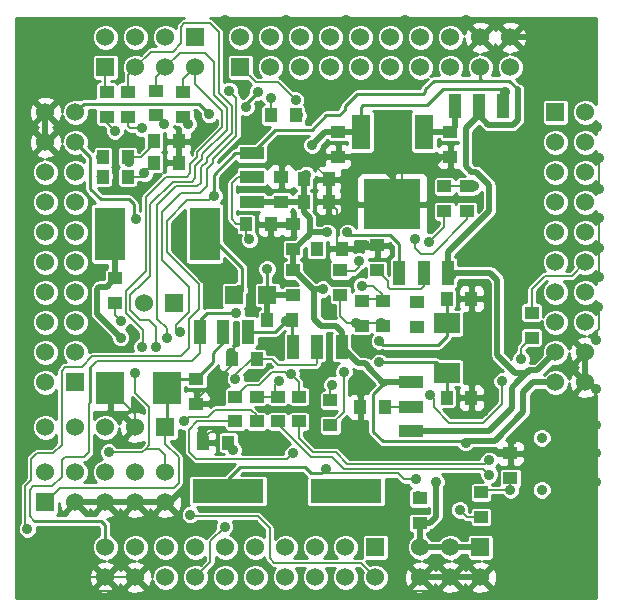
<source format=gbl>
G04 (created by PCBNEW (2013-07-07 BZR 4022)-stable) date 2015/09/29 23:49:40*
%MOIN*%
G04 Gerber Fmt 3.4, Leading zero omitted, Abs format*
%FSLAX34Y34*%
G01*
G70*
G90*
G04 APERTURE LIST*
%ADD10C,0.00393701*%
%ADD11R,0.0629921X0.11811*%
%ADD12R,0.19X0.165*%
%ADD13R,0.0590551X0.0590551*%
%ADD14R,0.0944882X0.1063*%
%ADD15R,0.0393701X0.0787402*%
%ADD16R,0.0787402X0.0393701*%
%ADD17R,0.06X0.06*%
%ADD18C,0.06*%
%ADD19C,0.177165*%
%ADD20R,0.0393701X0.045*%
%ADD21R,0.045X0.0393701*%
%ADD22R,0.102362X0.177165*%
%ADD23R,0.23622X0.0787402*%
%ADD24R,0.0866142X0.0669291*%
%ADD25C,0.0354*%
%ADD26C,0.035*%
%ADD27C,0.005*%
%ADD28C,0.01*%
%ADD29C,0.02*%
G04 APERTURE END LIST*
G54D10*
G54D11*
X40005Y-23645D03*
X42120Y-23645D03*
G54D12*
X41062Y-26061D03*
G54D13*
X35787Y-29094D03*
X36889Y-29094D03*
G54D14*
X31653Y-32204D03*
X33543Y-32204D03*
G54D15*
X38543Y-30826D03*
X39370Y-30826D03*
X37755Y-30826D03*
G54D16*
X41692Y-32834D03*
X41692Y-32007D03*
X41692Y-33622D03*
X36377Y-25157D03*
X36377Y-25984D03*
X36377Y-24370D03*
G54D15*
X42125Y-28346D03*
X41299Y-28346D03*
X42913Y-28346D03*
X35433Y-30314D03*
X36259Y-30314D03*
X34645Y-30314D03*
X43937Y-22795D03*
X44763Y-22795D03*
X43149Y-22795D03*
G54D17*
X29500Y-36000D03*
G54D18*
X29500Y-35000D03*
X30500Y-36000D03*
X30500Y-35000D03*
X31500Y-36000D03*
X31500Y-35000D03*
X32500Y-36000D03*
X32500Y-35000D03*
X33500Y-36000D03*
X33500Y-35000D03*
G54D17*
X33500Y-33500D03*
G54D18*
X32500Y-33500D03*
X31500Y-33500D03*
X30500Y-33500D03*
X29500Y-33500D03*
G54D17*
X34500Y-20500D03*
G54D18*
X33500Y-20500D03*
X32500Y-20500D03*
X31500Y-20500D03*
G54D17*
X31500Y-21500D03*
G54D18*
X32500Y-21500D03*
X33500Y-21500D03*
X34500Y-21500D03*
G54D17*
X33767Y-29370D03*
G54D18*
X32767Y-29370D03*
G54D17*
X36000Y-21500D03*
G54D18*
X36000Y-20500D03*
X37000Y-21500D03*
X37000Y-20500D03*
X38000Y-21500D03*
X38000Y-20500D03*
X39000Y-21500D03*
X39000Y-20500D03*
X40000Y-21500D03*
X40000Y-20500D03*
X41000Y-21500D03*
X41000Y-20500D03*
X42000Y-21500D03*
X42000Y-20500D03*
X43000Y-21500D03*
X43000Y-20500D03*
X44000Y-21500D03*
X44000Y-20500D03*
X45000Y-21500D03*
X45000Y-20500D03*
G54D17*
X30500Y-32000D03*
G54D18*
X29500Y-32000D03*
X30500Y-31000D03*
X29500Y-31000D03*
X30500Y-30000D03*
X29500Y-30000D03*
X30500Y-29000D03*
X29500Y-29000D03*
X30500Y-28000D03*
X29500Y-28000D03*
X30500Y-27000D03*
X29500Y-27000D03*
X30500Y-26000D03*
X29500Y-26000D03*
X30500Y-25000D03*
X29500Y-25000D03*
X30500Y-24000D03*
X29500Y-24000D03*
X30500Y-23000D03*
X29500Y-23000D03*
G54D17*
X46500Y-23000D03*
G54D18*
X47500Y-23000D03*
X46500Y-24000D03*
X47500Y-24000D03*
X46500Y-25000D03*
X47500Y-25000D03*
X46500Y-26000D03*
X47500Y-26000D03*
X46500Y-27000D03*
X47500Y-27000D03*
X46500Y-28000D03*
X47500Y-28000D03*
X46500Y-29000D03*
X47500Y-29000D03*
X46500Y-30000D03*
X47500Y-30000D03*
X46500Y-31000D03*
X47500Y-31000D03*
X46500Y-32000D03*
X47500Y-32000D03*
G54D17*
X40500Y-37500D03*
G54D18*
X40500Y-38500D03*
X39500Y-37500D03*
X39500Y-38500D03*
X38500Y-37500D03*
X38500Y-38500D03*
X37500Y-37500D03*
X37500Y-38500D03*
X36500Y-37500D03*
X36500Y-38500D03*
X35500Y-37500D03*
X35500Y-38500D03*
X34500Y-37500D03*
X34500Y-38500D03*
X33500Y-37500D03*
X33500Y-38500D03*
X32500Y-37500D03*
X32500Y-38500D03*
X31500Y-37500D03*
X31500Y-38500D03*
G54D19*
X46456Y-37795D03*
X29921Y-21259D03*
X46456Y-21259D03*
X29921Y-37795D03*
G54D20*
X40826Y-32834D03*
X40000Y-32834D03*
X36535Y-31220D03*
X35708Y-31220D03*
X35590Y-34015D03*
X34763Y-34015D03*
X36181Y-26732D03*
X37007Y-26732D03*
G54D21*
X37755Y-27559D03*
X37755Y-26732D03*
X31811Y-28543D03*
X31811Y-29370D03*
X33188Y-22283D03*
X33188Y-23110D03*
X34094Y-22322D03*
X34094Y-23149D03*
X39330Y-28267D03*
X39330Y-29094D03*
X45000Y-35196D03*
X45000Y-34370D03*
X44015Y-36496D03*
X44015Y-35669D03*
X37952Y-32480D03*
X37952Y-33307D03*
X37244Y-32480D03*
X37244Y-33307D03*
X34527Y-31889D03*
X34527Y-32716D03*
G54D20*
X33110Y-24685D03*
X33937Y-24685D03*
X33110Y-23976D03*
X33937Y-23976D03*
G54D21*
X39000Y-32606D03*
X39000Y-33433D03*
X43543Y-26299D03*
X43543Y-25472D03*
X42795Y-26299D03*
X42795Y-25472D03*
X40551Y-28267D03*
X40551Y-27440D03*
X40039Y-29291D03*
X40039Y-30118D03*
X40748Y-29291D03*
X40748Y-30118D03*
X41889Y-29330D03*
X41889Y-30157D03*
G54D20*
X39370Y-27559D03*
X38543Y-27559D03*
G54D21*
X37362Y-25984D03*
X37362Y-25157D03*
G54D20*
X38110Y-25984D03*
X38937Y-25984D03*
X37834Y-23110D03*
X37007Y-23110D03*
G54D21*
X39251Y-23661D03*
X39251Y-24488D03*
G54D20*
X38110Y-25236D03*
X38937Y-25236D03*
G54D21*
X42992Y-23661D03*
X42992Y-24488D03*
X32244Y-22322D03*
X32244Y-23149D03*
X31535Y-22322D03*
X31535Y-23149D03*
G54D20*
X42874Y-29212D03*
X43700Y-29212D03*
X42874Y-32519D03*
X43700Y-32519D03*
G54D22*
X31653Y-27047D03*
X34803Y-27047D03*
G54D21*
X37755Y-29094D03*
X37755Y-28267D03*
G54D20*
X36889Y-29921D03*
X37716Y-29921D03*
G54D21*
X36535Y-32480D03*
X36535Y-33307D03*
X35826Y-32480D03*
X35826Y-33307D03*
X41968Y-36692D03*
X41968Y-35866D03*
G54D20*
X32244Y-25157D03*
X31417Y-25157D03*
X32244Y-24488D03*
X31417Y-24488D03*
G54D21*
X45708Y-30511D03*
X45708Y-29685D03*
G54D17*
X44000Y-37500D03*
G54D18*
X44000Y-38500D03*
X43000Y-37500D03*
X43000Y-38500D03*
X42000Y-37500D03*
X42000Y-38500D03*
G54D23*
X35590Y-35629D03*
X39527Y-35629D03*
G54D24*
X42874Y-31692D03*
X42874Y-30039D03*
G54D25*
X46042Y-35590D03*
X46042Y-33858D03*
G54D26*
X31614Y-34330D03*
X32480Y-31692D03*
X42283Y-27322D03*
X41811Y-27244D03*
X39960Y-27952D03*
X35472Y-36811D03*
X41850Y-35236D03*
X38858Y-34881D03*
X35748Y-34251D03*
X35708Y-35551D03*
X39527Y-35629D03*
X40629Y-31338D03*
X40629Y-30629D03*
X32283Y-24645D03*
X32795Y-25039D03*
X37283Y-31968D03*
X37677Y-31732D03*
X44724Y-31968D03*
X42322Y-32440D03*
X45354Y-31220D03*
X39055Y-32086D03*
X37834Y-22598D03*
X33976Y-30314D03*
X35629Y-22283D03*
X33543Y-30511D03*
X33188Y-30826D03*
X32716Y-30826D03*
X35944Y-28937D03*
X44291Y-34606D03*
X44291Y-35078D03*
X32007Y-30511D03*
X36889Y-28228D03*
X40551Y-28267D03*
X35826Y-31889D03*
X36299Y-27244D03*
X40866Y-32874D03*
X32007Y-29960D03*
X31811Y-23622D03*
X32716Y-23543D03*
X37007Y-22519D03*
X41929Y-35787D03*
X43307Y-36259D03*
X45000Y-35590D03*
X33464Y-23385D03*
X34251Y-23385D03*
X31456Y-25118D03*
X31338Y-24488D03*
X34330Y-36417D03*
X34133Y-33307D03*
X37755Y-34370D03*
X41889Y-30118D03*
X38503Y-27480D03*
X40039Y-28779D03*
X42519Y-35314D03*
X43503Y-34015D03*
X36181Y-22834D03*
X36574Y-22322D03*
X34960Y-23070D03*
X39566Y-27007D03*
X38897Y-27007D03*
X44803Y-22322D03*
X37913Y-23110D03*
X35866Y-29685D03*
X38188Y-25078D03*
X38740Y-28897D03*
X38385Y-24094D03*
X32519Y-26574D03*
X28897Y-36889D03*
X37519Y-29960D03*
X35118Y-25787D03*
X39448Y-31653D03*
X39842Y-30039D03*
X43779Y-25472D03*
X41889Y-29330D03*
X40669Y-30039D03*
X39763Y-34409D03*
X40944Y-34409D03*
X41614Y-34409D03*
X40236Y-34370D03*
X37952Y-35354D03*
X40669Y-36889D03*
X36181Y-23464D03*
X33897Y-26850D03*
X35669Y-28503D03*
X36417Y-28464D03*
X37125Y-30866D03*
X36496Y-31771D03*
X38897Y-29527D03*
X36417Y-29645D03*
X36968Y-27440D03*
X31653Y-32204D03*
X45039Y-25354D03*
X44094Y-24212D03*
X47952Y-27519D03*
X47874Y-23503D03*
X41377Y-24803D03*
X28700Y-37401D03*
X28740Y-33858D03*
X28740Y-32677D03*
X28740Y-31496D03*
X28740Y-30314D03*
X28740Y-29133D03*
X28740Y-27952D03*
X28740Y-26771D03*
X28740Y-25590D03*
X28740Y-24409D03*
X28740Y-23228D03*
X28740Y-22047D03*
X28661Y-35118D03*
X40157Y-27440D03*
X34448Y-34881D03*
X30866Y-20078D03*
X43503Y-19921D03*
X41496Y-19921D03*
X39527Y-19921D03*
X37519Y-19921D03*
X35472Y-19921D03*
X47952Y-24527D03*
X47952Y-25551D03*
X47952Y-26535D03*
X47952Y-28503D03*
X47913Y-29488D03*
X47834Y-30590D03*
X47834Y-32244D03*
X47834Y-33425D03*
X47834Y-34370D03*
X47834Y-35314D03*
X45669Y-38976D03*
X44488Y-38976D03*
X42519Y-38976D03*
X41141Y-38976D03*
X38976Y-38976D03*
X37007Y-38976D03*
X35039Y-38976D03*
X33070Y-38976D03*
X31889Y-38976D03*
X31102Y-38976D03*
X45039Y-33937D03*
X37598Y-23937D03*
X37165Y-24370D03*
X34842Y-23543D03*
X34724Y-33740D03*
X34527Y-32677D03*
X39960Y-31771D03*
X38661Y-34015D03*
X35669Y-31023D03*
X40118Y-30984D03*
X38385Y-24606D03*
G54D27*
X32716Y-34330D02*
X32834Y-34212D01*
X31614Y-34330D02*
X32716Y-34330D01*
X32834Y-34212D02*
X32952Y-34094D01*
X32480Y-32362D02*
X32480Y-31692D01*
X32952Y-32834D02*
X32480Y-32362D01*
X32952Y-34094D02*
X32952Y-32834D01*
X33500Y-35000D02*
X33500Y-34444D01*
X33267Y-34212D02*
X32834Y-34212D01*
X33500Y-34444D02*
X33267Y-34212D01*
X42283Y-27322D02*
X42795Y-26811D01*
X42795Y-26811D02*
X42795Y-26299D01*
X43543Y-26299D02*
X43543Y-26574D01*
X41811Y-27519D02*
X41811Y-27244D01*
X42007Y-27716D02*
X41811Y-27519D01*
X42401Y-27716D02*
X42007Y-27716D01*
X43543Y-26574D02*
X42401Y-27716D01*
X39803Y-28307D02*
X39370Y-28307D01*
X39330Y-28267D02*
X39370Y-28307D01*
X39960Y-27952D02*
X39960Y-28149D01*
X39960Y-28149D02*
X39803Y-28307D01*
X34500Y-38500D02*
X35000Y-38000D01*
X35000Y-37283D02*
X35472Y-36811D01*
X35000Y-38000D02*
X35000Y-37283D01*
X39763Y-35039D02*
X41259Y-35039D01*
X41456Y-35236D02*
X41850Y-35236D01*
X39763Y-35039D02*
X38661Y-35039D01*
X41259Y-35039D02*
X41456Y-35236D01*
G54D28*
X38661Y-35039D02*
X38346Y-35039D01*
G54D27*
X35590Y-35236D02*
X35590Y-35629D01*
G54D28*
X35984Y-34842D02*
X35590Y-35236D01*
X38149Y-34842D02*
X35984Y-34842D01*
X38346Y-35039D02*
X38149Y-34842D01*
G54D27*
X38700Y-35039D02*
X38661Y-35039D01*
G54D28*
X38858Y-34881D02*
X38700Y-35039D01*
X35590Y-34015D02*
X35748Y-34173D01*
G54D27*
X35748Y-34173D02*
X35748Y-34251D01*
X35708Y-35551D02*
X35669Y-35551D01*
X35669Y-35551D02*
X35590Y-35629D01*
G54D28*
X42874Y-31692D02*
X42519Y-31338D01*
X42519Y-31338D02*
X40629Y-31338D01*
X42874Y-31692D02*
X42874Y-32519D01*
X42598Y-30748D02*
X40748Y-30748D01*
X42598Y-30748D02*
X42874Y-30472D01*
X42874Y-30039D02*
X42874Y-30472D01*
X40748Y-30748D02*
X40629Y-30629D01*
X42874Y-29212D02*
X42874Y-30039D01*
G54D27*
X32244Y-24488D02*
X32677Y-24488D01*
X33110Y-24055D02*
X33110Y-23976D01*
X32677Y-24488D02*
X33110Y-24055D01*
X32244Y-24606D02*
X32244Y-24488D01*
X32283Y-24645D02*
X32244Y-24606D01*
X32795Y-25039D02*
X32795Y-25000D01*
X32795Y-25000D02*
X33110Y-24685D01*
X32677Y-25157D02*
X32244Y-25157D01*
X32795Y-25039D02*
X32677Y-25157D01*
X37244Y-32480D02*
X36535Y-32480D01*
X37165Y-32401D02*
X37244Y-32480D01*
X37165Y-32086D02*
X37165Y-32401D01*
X37283Y-31968D02*
X37165Y-32086D01*
X37677Y-31732D02*
X37559Y-31732D01*
X36220Y-32086D02*
X35826Y-32480D01*
X36614Y-32086D02*
X36220Y-32086D01*
X37047Y-31653D02*
X36614Y-32086D01*
X37480Y-31653D02*
X37047Y-31653D01*
X37559Y-31732D02*
X37480Y-31653D01*
X37952Y-32007D02*
X37952Y-32480D01*
X37677Y-31732D02*
X37952Y-32007D01*
X45708Y-30511D02*
X45354Y-30866D01*
X44724Y-32716D02*
X44724Y-31968D01*
X42322Y-32440D02*
X42440Y-32559D01*
X42440Y-32559D02*
X42440Y-32834D01*
X42440Y-32834D02*
X42952Y-33346D01*
X42952Y-33346D02*
X44094Y-33346D01*
X44094Y-33346D02*
X44724Y-32716D01*
X45354Y-31220D02*
X45354Y-30866D01*
X39000Y-32606D02*
X39000Y-32141D01*
X39000Y-32141D02*
X39055Y-32086D01*
X36507Y-22007D02*
X36000Y-21500D01*
X37244Y-22007D02*
X36507Y-22007D01*
X37834Y-22598D02*
X37244Y-22007D01*
X35866Y-23779D02*
X35866Y-22519D01*
X33976Y-30314D02*
X33897Y-30314D01*
X35078Y-24566D02*
X35866Y-23779D01*
X35078Y-24685D02*
X35078Y-24566D01*
X34881Y-24881D02*
X35078Y-24685D01*
X34881Y-25472D02*
X34881Y-24881D01*
X34645Y-25708D02*
X34881Y-25472D01*
X34015Y-25708D02*
X34645Y-25708D01*
X33385Y-26338D02*
X34015Y-25708D01*
X33385Y-27913D02*
X33385Y-26338D01*
X34291Y-28818D02*
X33385Y-27913D01*
X34291Y-29645D02*
X34291Y-28818D01*
X33858Y-30078D02*
X34291Y-29645D01*
X33858Y-30275D02*
X33858Y-30078D01*
X33897Y-30314D02*
X33858Y-30275D01*
X35866Y-22519D02*
X35629Y-22283D01*
X31500Y-21500D02*
X31500Y-22287D01*
X31500Y-22287D02*
X31535Y-22322D01*
X34685Y-24842D02*
X34685Y-25354D01*
X32500Y-21500D02*
X33015Y-20984D01*
X34881Y-24645D02*
X34685Y-24842D01*
X34881Y-24527D02*
X34881Y-24645D01*
X35708Y-23700D02*
X34881Y-24527D01*
X35708Y-22795D02*
X35708Y-23700D01*
X35275Y-22362D02*
X35708Y-22795D01*
X35275Y-20314D02*
X35275Y-22362D01*
X35000Y-20039D02*
X35275Y-20314D01*
X34133Y-20039D02*
X35000Y-20039D01*
X34015Y-20157D02*
X34133Y-20039D01*
X34015Y-20708D02*
X34015Y-20157D01*
X33740Y-20984D02*
X34015Y-20708D01*
X33015Y-20984D02*
X33740Y-20984D01*
X33543Y-30196D02*
X33543Y-30511D01*
X33228Y-29881D02*
X33543Y-30196D01*
X33228Y-26102D02*
X33228Y-29881D01*
X33858Y-25472D02*
X33228Y-26102D01*
X34566Y-25472D02*
X33858Y-25472D01*
X34685Y-25354D02*
X34566Y-25472D01*
X32500Y-21500D02*
X32244Y-21755D01*
X32244Y-21755D02*
X32244Y-22322D01*
X34488Y-24803D02*
X34488Y-25196D01*
X35551Y-22874D02*
X35551Y-23582D01*
X35551Y-23582D02*
X34724Y-24409D01*
X34724Y-24409D02*
X34724Y-24566D01*
X34724Y-24566D02*
X34488Y-24803D01*
X33500Y-21500D02*
X33976Y-21023D01*
X35118Y-21338D02*
X35118Y-22440D01*
X34803Y-21023D02*
X35118Y-21338D01*
X33976Y-21023D02*
X34803Y-21023D01*
X35118Y-22440D02*
X35551Y-22874D01*
X33188Y-30157D02*
X33188Y-30826D01*
X32952Y-29921D02*
X33188Y-30157D01*
X32637Y-29921D02*
X32952Y-29921D01*
X32322Y-29606D02*
X32637Y-29921D01*
X32322Y-29094D02*
X32322Y-29606D01*
X32559Y-28858D02*
X32322Y-29094D01*
X32598Y-28858D02*
X32559Y-28858D01*
X32992Y-28464D02*
X32598Y-28858D01*
X32992Y-26062D02*
X32992Y-28464D01*
X33740Y-25314D02*
X32992Y-26062D01*
X34370Y-25314D02*
X33740Y-25314D01*
X34488Y-25196D02*
X34370Y-25314D01*
X33500Y-21500D02*
X33188Y-21811D01*
X33188Y-21811D02*
X33188Y-22283D01*
X34500Y-22059D02*
X34500Y-21500D01*
X34330Y-24724D02*
X34330Y-25039D01*
X34566Y-24488D02*
X34330Y-24724D01*
X34566Y-24330D02*
X34566Y-24488D01*
X35393Y-23503D02*
X34566Y-24330D01*
X35393Y-22952D02*
X35393Y-23503D01*
X34500Y-22059D02*
X35393Y-22952D01*
X32755Y-30275D02*
X32172Y-29692D01*
X32172Y-29692D02*
X32172Y-28968D01*
X32172Y-28968D02*
X32834Y-28307D01*
X32834Y-28307D02*
X32834Y-25826D01*
X32834Y-25826D02*
X33503Y-25157D01*
X33503Y-25157D02*
X34212Y-25157D01*
X34212Y-25157D02*
X34330Y-25039D01*
X32755Y-30787D02*
X32755Y-30275D01*
X32716Y-30826D02*
X32755Y-30787D01*
X34500Y-21500D02*
X34094Y-21905D01*
X34094Y-21905D02*
X34094Y-22322D01*
G54D28*
X34803Y-27047D02*
X34921Y-27047D01*
X36062Y-28818D02*
X35787Y-29094D01*
X36062Y-28188D02*
X36062Y-28818D01*
X34921Y-27047D02*
X36062Y-28188D01*
G54D27*
X35944Y-28937D02*
X35787Y-29094D01*
G54D28*
X34803Y-27047D02*
X34803Y-27086D01*
G54D27*
X34803Y-27047D02*
X34803Y-27244D01*
X35826Y-29055D02*
X35787Y-29094D01*
X43732Y-34731D02*
X44165Y-34731D01*
X39574Y-34731D02*
X39559Y-34716D01*
X39559Y-34716D02*
X39173Y-34330D01*
X39173Y-34330D02*
X38425Y-34330D01*
X41676Y-34731D02*
X43732Y-34731D01*
X37952Y-33307D02*
X37952Y-33858D01*
X38425Y-34330D02*
X37952Y-33858D01*
X41676Y-34731D02*
X39574Y-34731D01*
X44165Y-34731D02*
X44291Y-34606D01*
X43700Y-34881D02*
X44094Y-34881D01*
X38346Y-34488D02*
X39055Y-34488D01*
X37244Y-33385D02*
X38346Y-34488D01*
X37244Y-33464D02*
X37244Y-33385D01*
X41574Y-34881D02*
X43700Y-34881D01*
X39448Y-34881D02*
X39055Y-34488D01*
X41574Y-34881D02*
X39448Y-34881D01*
X44094Y-34881D02*
X44291Y-35078D01*
G54D29*
X31220Y-28897D02*
X31299Y-28818D01*
X31299Y-28818D02*
X31535Y-28818D01*
X31811Y-28543D02*
X31535Y-28818D01*
X31220Y-29724D02*
X31220Y-28897D01*
X32007Y-30511D02*
X31220Y-29724D01*
X31811Y-28543D02*
X31811Y-27204D01*
G54D27*
X31811Y-27204D02*
X31653Y-27047D01*
G54D29*
X36889Y-29094D02*
X36889Y-29921D01*
X36889Y-29094D02*
X37755Y-29094D01*
G54D28*
X36889Y-29094D02*
X36889Y-28228D01*
G54D27*
X40984Y-28897D02*
X40905Y-28818D01*
X40905Y-28622D02*
X40551Y-28267D01*
X40905Y-28818D02*
X40905Y-28622D01*
X40551Y-28267D02*
X40551Y-28307D01*
X42125Y-28779D02*
X42125Y-28346D01*
X42007Y-28897D02*
X42125Y-28779D01*
X40984Y-28897D02*
X42007Y-28897D01*
X36535Y-31220D02*
X36377Y-31220D01*
X35826Y-31771D02*
X35826Y-31889D01*
X36377Y-31220D02*
X35826Y-31771D01*
X38503Y-31417D02*
X37244Y-31417D01*
X38543Y-31377D02*
X38503Y-31417D01*
X38543Y-30826D02*
X38543Y-31377D01*
X37047Y-31220D02*
X36535Y-31220D01*
X37244Y-31417D02*
X37047Y-31220D01*
X36181Y-27125D02*
X36181Y-26732D01*
X36299Y-27244D02*
X36181Y-27125D01*
X36181Y-26732D02*
X36023Y-26732D01*
X36377Y-25157D02*
X35905Y-25157D01*
X35866Y-26732D02*
X36181Y-26732D01*
X35708Y-26574D02*
X35866Y-26732D01*
X35708Y-25354D02*
X35708Y-26574D01*
X35905Y-25157D02*
X35708Y-25354D01*
X40826Y-32834D02*
X41692Y-32834D01*
X40866Y-32874D02*
X40826Y-32834D01*
X31811Y-29763D02*
X31811Y-29370D01*
X32007Y-29960D02*
X31811Y-29763D01*
X31535Y-23149D02*
X31535Y-23346D01*
X31535Y-23346D02*
X31811Y-23622D01*
X32244Y-23149D02*
X32244Y-23464D01*
X32322Y-23543D02*
X32716Y-23543D01*
X32244Y-23464D02*
X32322Y-23543D01*
G54D28*
X32322Y-23149D02*
X32244Y-23149D01*
G54D27*
X37007Y-23110D02*
X37007Y-22519D01*
G54D29*
X43149Y-22795D02*
X43149Y-23503D01*
G54D27*
X43149Y-23503D02*
X42992Y-23661D01*
G54D29*
X42120Y-23645D02*
X42976Y-23645D01*
G54D27*
X42976Y-23645D02*
X42992Y-23661D01*
X41968Y-35826D02*
X41968Y-35866D01*
X41929Y-35787D02*
X41968Y-35826D01*
X44015Y-36496D02*
X43543Y-36496D01*
X43543Y-36496D02*
X43307Y-36259D01*
X44015Y-35669D02*
X44094Y-35590D01*
X44094Y-35590D02*
X45000Y-35590D01*
X45000Y-35196D02*
X45000Y-35590D01*
X33188Y-23110D02*
X33464Y-23385D01*
X34094Y-23149D02*
X34251Y-23307D01*
X34251Y-23307D02*
X34251Y-23385D01*
X31456Y-25118D02*
X31417Y-25157D01*
X31417Y-25157D02*
X31377Y-25118D01*
X31377Y-25118D02*
X31220Y-25118D01*
X31259Y-25000D02*
X31417Y-25157D01*
X31338Y-24488D02*
X31417Y-24488D01*
X31456Y-24488D02*
X31417Y-24488D01*
X31417Y-24488D02*
X31220Y-24488D01*
X37125Y-38031D02*
X40031Y-38031D01*
X34330Y-36417D02*
X34370Y-36456D01*
X34370Y-36456D02*
X36574Y-36456D01*
X36574Y-36456D02*
X36968Y-36850D01*
X36968Y-36850D02*
X36968Y-37874D01*
X36968Y-37874D02*
X37125Y-38031D01*
X36535Y-33307D02*
X36535Y-33110D01*
X34291Y-33149D02*
X34133Y-33307D01*
X34921Y-33149D02*
X34291Y-33149D01*
X35157Y-32913D02*
X34921Y-33149D01*
X36338Y-32913D02*
X35157Y-32913D01*
X36535Y-33110D02*
X36338Y-32913D01*
X40031Y-38031D02*
X40500Y-38500D01*
X34527Y-34566D02*
X37559Y-34566D01*
X37559Y-34566D02*
X37755Y-34370D01*
X34291Y-34330D02*
X34527Y-34566D01*
X34291Y-34330D02*
X34291Y-33582D01*
X34291Y-33582D02*
X34566Y-33307D01*
X34566Y-33307D02*
X35826Y-33307D01*
X45708Y-29685D02*
X45708Y-28897D01*
X47035Y-28464D02*
X47500Y-28000D01*
X46141Y-28464D02*
X47035Y-28464D01*
X45708Y-28897D02*
X46141Y-28464D01*
X41889Y-30118D02*
X41889Y-30157D01*
X38543Y-27519D02*
X38543Y-27559D01*
X38503Y-27480D02*
X38543Y-27519D01*
X40748Y-29291D02*
X40748Y-29094D01*
X40433Y-28779D02*
X40039Y-28779D01*
X40748Y-29094D02*
X40433Y-28779D01*
X40748Y-29212D02*
X40039Y-29212D01*
G54D28*
X43503Y-34015D02*
X43464Y-33976D01*
X40433Y-33661D02*
X40433Y-32401D01*
X40748Y-33976D02*
X40433Y-33661D01*
X42834Y-33976D02*
X40748Y-33976D01*
X40433Y-32401D02*
X40826Y-32007D01*
X43464Y-33976D02*
X42834Y-33976D01*
G54D29*
X42322Y-36692D02*
X42519Y-36496D01*
X42519Y-36496D02*
X42519Y-35314D01*
X41968Y-36692D02*
X42322Y-36692D01*
X43562Y-33956D02*
X44468Y-33956D01*
X43503Y-34015D02*
X43562Y-33956D01*
G54D28*
X42204Y-22755D02*
X42734Y-22225D01*
X44745Y-22225D02*
X42734Y-22225D01*
G54D27*
X44763Y-22244D02*
X44745Y-22225D01*
X44763Y-22795D02*
X44763Y-22244D01*
G54D28*
X40005Y-22829D02*
X40005Y-23645D01*
X40078Y-22755D02*
X40005Y-22829D01*
X42204Y-22755D02*
X40078Y-22755D01*
X30783Y-22716D02*
X34606Y-22716D01*
X34606Y-22716D02*
X34960Y-23070D01*
X30500Y-23000D02*
X30783Y-22716D01*
G54D27*
X36181Y-22716D02*
X36181Y-22834D01*
G54D28*
X36574Y-22322D02*
X36181Y-22716D01*
G54D29*
X40157Y-31377D02*
X40236Y-31456D01*
X40236Y-31456D02*
X40236Y-31496D01*
X40236Y-31496D02*
X40787Y-32047D01*
X40787Y-32047D02*
X40826Y-32007D01*
X39370Y-30826D02*
X39921Y-31377D01*
X39921Y-31377D02*
X40157Y-31377D01*
X38307Y-27007D02*
X38307Y-27047D01*
X37795Y-27559D02*
X38307Y-27047D01*
G54D27*
X37795Y-27559D02*
X37755Y-27559D01*
G54D29*
X38110Y-25984D02*
X38110Y-26338D01*
G54D27*
X39606Y-27086D02*
X39606Y-27047D01*
G54D28*
X40984Y-27086D02*
X39606Y-27086D01*
X41299Y-27401D02*
X41299Y-28346D01*
X40984Y-27086D02*
X41299Y-27401D01*
G54D27*
X39606Y-27047D02*
X39566Y-27007D01*
G54D29*
X38897Y-27007D02*
X38307Y-27007D01*
X38307Y-26535D02*
X38307Y-27007D01*
X38110Y-26338D02*
X38307Y-26535D01*
X38464Y-28937D02*
X38464Y-29881D01*
X39370Y-30314D02*
X39370Y-30826D01*
X39173Y-30118D02*
X39370Y-30314D01*
X38700Y-30118D02*
X39173Y-30118D01*
X38464Y-29881D02*
X38700Y-30118D01*
G54D28*
X29133Y-36614D02*
X31338Y-36614D01*
G54D27*
X28976Y-36456D02*
X29133Y-36614D01*
X30944Y-34330D02*
X30787Y-34488D01*
X34645Y-31023D02*
X34370Y-31299D01*
X34370Y-31299D02*
X31220Y-31299D01*
X31220Y-31299D02*
X30984Y-31535D01*
G54D28*
X30984Y-31535D02*
X30984Y-32677D01*
G54D27*
X30984Y-32677D02*
X30944Y-32716D01*
X30944Y-32716D02*
X30944Y-34330D01*
X34645Y-30314D02*
X34645Y-31023D01*
X28976Y-35590D02*
X28976Y-36456D01*
X29094Y-35472D02*
X28976Y-35590D01*
X29724Y-35472D02*
X29094Y-35472D01*
X30039Y-35157D02*
X29724Y-35472D01*
X30039Y-34606D02*
X30039Y-35157D01*
X30157Y-34488D02*
X30039Y-34606D01*
X30787Y-34488D02*
X30157Y-34488D01*
G54D28*
X31500Y-36775D02*
X31500Y-37500D01*
X31338Y-36614D02*
X31500Y-36775D01*
G54D29*
X46500Y-32000D02*
X45755Y-32000D01*
X45755Y-32000D02*
X45433Y-32322D01*
X45433Y-32322D02*
X45433Y-32992D01*
X45433Y-32992D02*
X44468Y-33956D01*
G54D27*
X44763Y-22795D02*
X44763Y-22362D01*
X44763Y-22362D02*
X44803Y-22322D01*
G54D29*
X41968Y-36692D02*
X41968Y-37468D01*
G54D27*
X41968Y-37468D02*
X42000Y-37500D01*
X37913Y-23110D02*
X37834Y-23110D01*
X34645Y-30314D02*
X34645Y-29921D01*
G54D28*
X34881Y-29685D02*
X35866Y-29685D01*
X34645Y-29921D02*
X34881Y-29685D01*
G54D27*
X38110Y-25157D02*
X38110Y-25236D01*
X38188Y-25078D02*
X38110Y-25157D01*
X38503Y-28897D02*
X38464Y-28937D01*
G54D29*
X38740Y-28897D02*
X38503Y-28897D01*
X37362Y-25984D02*
X36377Y-25984D01*
X43000Y-37500D02*
X44000Y-37500D01*
X42000Y-37500D02*
X43000Y-37500D01*
X41692Y-32007D02*
X40826Y-32007D01*
G54D27*
X37795Y-28267D02*
X37755Y-28267D01*
G54D29*
X38464Y-28937D02*
X37795Y-28267D01*
G54D27*
X39370Y-31023D02*
X39370Y-30511D01*
G54D29*
X38818Y-23661D02*
X39251Y-23661D01*
X38385Y-24094D02*
X38818Y-23661D01*
G54D27*
X38110Y-25944D02*
X38110Y-25984D01*
X38110Y-26062D02*
X38031Y-25984D01*
X37401Y-25984D02*
X37362Y-26023D01*
G54D29*
X38031Y-25984D02*
X37401Y-25984D01*
X38110Y-26062D02*
X38110Y-25314D01*
X37755Y-28267D02*
X37755Y-27559D01*
X40005Y-23645D02*
X39267Y-23645D01*
G54D27*
X39267Y-23645D02*
X39251Y-23661D01*
G54D29*
X44566Y-28582D02*
X44330Y-28346D01*
X45644Y-31600D02*
X45551Y-31692D01*
X45551Y-31692D02*
X45157Y-31692D01*
X45157Y-31692D02*
X44566Y-31102D01*
X44566Y-31102D02*
X44566Y-28582D01*
X45900Y-31600D02*
X45644Y-31600D01*
X44330Y-28346D02*
X42913Y-28346D01*
X46500Y-31000D02*
X45900Y-31600D01*
X43070Y-28503D02*
X42913Y-28346D01*
X45222Y-32007D02*
X45629Y-31600D01*
X41692Y-33622D02*
X44291Y-33622D01*
X45037Y-32876D02*
X44291Y-33622D01*
X45037Y-32192D02*
X45222Y-32007D01*
X45037Y-32876D02*
X45037Y-32192D01*
X45629Y-31600D02*
X45900Y-31600D01*
G54D28*
X32440Y-26062D02*
X32440Y-26496D01*
X32440Y-26062D02*
X32283Y-25905D01*
X32283Y-25905D02*
X31338Y-25905D01*
X31000Y-25566D02*
X31000Y-24500D01*
X31338Y-25905D02*
X31000Y-25566D01*
X31000Y-24500D02*
X30500Y-24000D01*
X32440Y-26496D02*
X32519Y-26574D01*
G54D29*
X44079Y-25220D02*
X44300Y-25441D01*
X42913Y-27677D02*
X42913Y-28346D01*
X44295Y-26295D02*
X42913Y-27677D01*
X43937Y-23110D02*
X43503Y-23543D01*
X43503Y-23543D02*
X43503Y-24803D01*
X43503Y-24803D02*
X43700Y-25000D01*
X43700Y-25000D02*
X43858Y-25000D01*
X43858Y-25000D02*
X44079Y-25220D01*
X44300Y-25441D02*
X44300Y-26290D01*
G54D28*
X44300Y-26290D02*
X44295Y-26295D01*
X36259Y-30314D02*
X37165Y-30314D01*
X37165Y-30314D02*
X37519Y-29960D01*
G54D27*
X37519Y-29960D02*
X37716Y-29921D01*
X30039Y-31614D02*
X30039Y-34094D01*
X29015Y-35275D02*
X28818Y-35472D01*
X28818Y-35472D02*
X28818Y-36811D01*
X28818Y-36811D02*
X28897Y-36889D01*
X29015Y-34566D02*
X29015Y-35275D01*
X34291Y-30866D02*
X34015Y-31141D01*
X34606Y-29566D02*
X34291Y-29881D01*
X34291Y-29881D02*
X34291Y-30866D01*
X35118Y-25787D02*
X34960Y-25944D01*
X34606Y-28740D02*
X34606Y-29566D01*
X33543Y-27677D02*
X34606Y-28740D01*
X33543Y-26614D02*
X33543Y-27677D01*
X34212Y-25944D02*
X33543Y-26614D01*
X34960Y-25944D02*
X34212Y-25944D01*
X29212Y-34370D02*
X29015Y-34566D01*
X29763Y-34370D02*
X29212Y-34370D01*
X30039Y-34094D02*
X29763Y-34370D01*
X30157Y-31496D02*
X30039Y-31614D01*
X30708Y-31496D02*
X30157Y-31496D01*
X31062Y-31141D02*
X30708Y-31496D01*
X34015Y-31141D02*
X31062Y-31141D01*
G54D28*
X44000Y-21500D02*
X44000Y-21881D01*
X44000Y-21881D02*
X44087Y-21968D01*
X36377Y-24370D02*
X37165Y-23582D01*
X39488Y-22795D02*
X39883Y-22400D01*
X39488Y-22913D02*
X39488Y-22795D01*
X39291Y-23110D02*
X39488Y-22913D01*
X38858Y-23110D02*
X39291Y-23110D01*
X38385Y-23582D02*
X38858Y-23110D01*
X37165Y-23582D02*
X38385Y-23582D01*
G54D27*
X36417Y-30314D02*
X36259Y-30314D01*
X37559Y-29921D02*
X37716Y-29921D01*
X37519Y-29960D02*
X37559Y-29921D01*
G54D28*
X37716Y-29921D02*
X37716Y-30787D01*
G54D27*
X37716Y-30787D02*
X37755Y-30826D01*
X37716Y-29803D02*
X37716Y-29921D01*
X37755Y-29763D02*
X37716Y-29803D01*
G54D28*
X35829Y-24370D02*
X35118Y-25081D01*
X35118Y-25081D02*
X35118Y-25787D01*
X36377Y-24370D02*
X35829Y-24370D01*
G54D27*
X43937Y-22795D02*
X43937Y-23110D01*
G54D29*
X43937Y-23110D02*
X44251Y-23425D01*
X44251Y-23425D02*
X45074Y-23425D01*
X45074Y-23425D02*
X45236Y-23263D01*
X45236Y-23263D02*
X45236Y-22244D01*
G54D28*
X45236Y-22244D02*
X44960Y-21968D01*
X44960Y-21968D02*
X44087Y-21968D01*
X44087Y-21968D02*
X42440Y-21968D01*
X42440Y-21968D02*
X42165Y-22244D01*
X42165Y-22244D02*
X42165Y-22334D01*
X42165Y-22334D02*
X42100Y-22400D01*
X42100Y-22400D02*
X39883Y-22400D01*
G54D27*
X36535Y-24448D02*
X36496Y-24448D01*
X35433Y-30314D02*
X35433Y-30669D01*
G54D28*
X35078Y-31338D02*
X34527Y-31889D01*
X35078Y-31023D02*
X35078Y-31338D01*
X35433Y-30669D02*
X35078Y-31023D01*
G54D27*
X33500Y-34051D02*
X33500Y-33500D01*
X33937Y-34488D02*
X33500Y-34051D01*
X33937Y-35362D02*
X33937Y-34488D01*
X33788Y-35511D02*
X33937Y-35362D01*
X29988Y-35511D02*
X33788Y-35511D01*
X29500Y-36000D02*
X29988Y-35511D01*
G54D28*
X33543Y-32204D02*
X33543Y-33456D01*
G54D27*
X33543Y-33456D02*
X33500Y-33500D01*
G54D28*
X34527Y-31889D02*
X33858Y-31889D01*
G54D27*
X33858Y-31889D02*
X33543Y-32204D01*
X39000Y-33433D02*
X39448Y-32984D01*
X39842Y-30039D02*
X40039Y-30039D01*
X39448Y-32984D02*
X39448Y-31653D01*
X43543Y-25472D02*
X43779Y-25472D01*
X43543Y-25472D02*
X42795Y-25472D01*
X39330Y-29094D02*
X39330Y-29803D01*
X39566Y-30039D02*
X40039Y-30039D01*
X39330Y-29803D02*
X39566Y-30039D01*
X40669Y-30039D02*
X40748Y-30039D01*
X40039Y-30039D02*
X40748Y-30039D01*
G54D29*
X47500Y-31000D02*
X47500Y-32000D01*
X29500Y-23000D02*
X29500Y-24000D01*
G54D27*
X41614Y-34409D02*
X40944Y-34409D01*
X40000Y-32834D02*
X40000Y-34133D01*
X40000Y-34133D02*
X40236Y-34370D01*
X42559Y-34527D02*
X43425Y-34527D01*
X40275Y-34015D02*
X40433Y-34173D01*
X40433Y-34173D02*
X42204Y-34173D01*
X42204Y-34173D02*
X42559Y-34527D01*
X39685Y-34015D02*
X40275Y-34015D01*
X44881Y-34251D02*
X45000Y-34370D01*
X43700Y-34251D02*
X44881Y-34251D01*
X43425Y-34527D02*
X43700Y-34251D01*
X37952Y-35354D02*
X37952Y-36141D01*
X37952Y-36141D02*
X38385Y-36574D01*
X38385Y-36574D02*
X40354Y-36574D01*
X40354Y-36574D02*
X40669Y-36889D01*
X43700Y-32519D02*
X43700Y-32204D01*
X34763Y-34015D02*
X34763Y-33897D01*
X36141Y-33661D02*
X36614Y-34133D01*
X35000Y-33661D02*
X36141Y-33661D01*
X34763Y-33897D02*
X35000Y-33661D01*
X33897Y-27755D02*
X33897Y-26850D01*
X34645Y-28503D02*
X33897Y-27755D01*
X34803Y-28503D02*
X34645Y-28503D01*
X35669Y-28503D02*
X34803Y-28503D01*
X36417Y-29645D02*
X36417Y-28464D01*
X36338Y-28385D02*
X36417Y-28464D01*
X36850Y-27440D02*
X36338Y-27952D01*
X36850Y-27440D02*
X36968Y-27440D01*
X36338Y-27952D02*
X36338Y-28385D01*
X37125Y-30866D02*
X37125Y-30669D01*
X37125Y-30669D02*
X37244Y-30551D01*
X35708Y-31220D02*
X35708Y-30944D01*
X35866Y-30787D02*
X35866Y-30118D01*
X35708Y-30944D02*
X35866Y-30787D01*
X36338Y-29566D02*
X36417Y-29645D01*
X37007Y-26732D02*
X37007Y-27401D01*
X37007Y-27401D02*
X36968Y-27440D01*
X32500Y-33500D02*
X32500Y-33051D01*
X31653Y-32204D02*
X32500Y-33051D01*
X45039Y-25354D02*
X44094Y-24409D01*
X44094Y-24409D02*
X44094Y-24212D01*
X45039Y-25354D02*
X45039Y-24488D01*
X45866Y-24527D02*
X45039Y-25354D01*
X47952Y-24527D02*
X45866Y-24527D01*
X45787Y-21929D02*
X46456Y-21259D01*
X45787Y-23740D02*
X45787Y-21929D01*
X45039Y-24488D02*
X45787Y-23740D01*
X47244Y-27519D02*
X47047Y-27716D01*
X47952Y-27519D02*
X47244Y-27519D01*
X41062Y-26061D02*
X41377Y-25746D01*
X41377Y-25746D02*
X41377Y-24803D01*
X28740Y-31496D02*
X28740Y-32677D01*
X28740Y-29133D02*
X28740Y-30314D01*
X28740Y-26771D02*
X28740Y-27952D01*
X28740Y-24409D02*
X28740Y-25590D01*
X28740Y-22047D02*
X28740Y-23228D01*
X28582Y-35196D02*
X28661Y-35118D01*
X28582Y-37283D02*
X28582Y-35196D01*
X28582Y-37283D02*
X28700Y-37401D01*
X39370Y-27559D02*
X39212Y-27401D01*
X39212Y-26259D02*
X38937Y-25984D01*
X39212Y-27401D02*
X39212Y-26259D01*
X32500Y-38500D02*
X31500Y-38500D01*
X32500Y-38500D02*
X32641Y-38500D01*
X32952Y-36547D02*
X33500Y-36000D01*
X32952Y-38188D02*
X32952Y-36547D01*
X32641Y-38500D02*
X32952Y-38188D01*
X40157Y-27440D02*
X40551Y-27440D01*
X39370Y-27559D02*
X40433Y-27559D01*
X40433Y-27559D02*
X40551Y-27440D01*
X34291Y-34842D02*
X34409Y-34842D01*
G54D29*
X33645Y-36000D02*
X34173Y-35472D01*
G54D27*
X34173Y-35472D02*
X34173Y-34960D01*
X34173Y-34960D02*
X34291Y-34842D01*
X33500Y-36000D02*
X33645Y-36000D01*
X34409Y-34842D02*
X34448Y-34881D01*
X30866Y-20314D02*
X29921Y-21259D01*
X30866Y-20078D02*
X30866Y-20314D01*
X44000Y-20500D02*
X43503Y-20003D01*
X43503Y-20003D02*
X43503Y-19921D01*
X41496Y-19921D02*
X39527Y-19921D01*
X37519Y-19921D02*
X35472Y-19921D01*
X46456Y-21259D02*
X45696Y-20500D01*
G54D29*
X45696Y-20500D02*
X45000Y-20500D01*
G54D27*
X47952Y-25551D02*
X47952Y-24527D01*
X47952Y-28503D02*
X47952Y-26535D01*
X47952Y-29527D02*
X47913Y-29488D01*
X47952Y-30236D02*
X47952Y-29527D01*
X47834Y-30354D02*
X47952Y-30236D01*
X47834Y-30590D02*
X47834Y-30354D01*
X47834Y-33425D02*
X47834Y-32244D01*
X47834Y-35314D02*
X47834Y-34370D01*
X44488Y-38976D02*
X45669Y-38976D01*
X41141Y-38976D02*
X42519Y-38976D01*
X37007Y-38976D02*
X38976Y-38976D01*
X33070Y-38976D02*
X35039Y-38976D01*
X31102Y-38976D02*
X31889Y-38976D01*
X45000Y-34370D02*
X45000Y-33976D01*
X45000Y-33976D02*
X45039Y-33937D01*
X37244Y-24291D02*
X37165Y-24370D01*
X37480Y-24291D02*
X37244Y-24291D01*
X37598Y-24173D02*
X37480Y-24291D01*
X37598Y-23937D02*
X37598Y-24173D01*
X37362Y-24566D02*
X37362Y-25157D01*
X37165Y-24370D02*
X37362Y-24566D01*
X33976Y-24015D02*
X34370Y-24015D01*
X33976Y-24015D02*
X33937Y-23976D01*
X34370Y-24015D02*
X34842Y-23543D01*
X33937Y-24685D02*
X33937Y-23976D01*
X31500Y-38500D02*
X30625Y-38500D01*
X30625Y-38500D02*
X29921Y-37795D01*
X34527Y-32716D02*
X34527Y-32598D01*
X35708Y-31417D02*
X35708Y-31220D01*
X34527Y-32598D02*
X35708Y-31417D01*
X34763Y-34015D02*
X34763Y-33779D01*
X34763Y-33779D02*
X34724Y-33740D01*
X34527Y-32677D02*
X34527Y-32716D01*
X40000Y-32834D02*
X39842Y-31889D01*
X39842Y-31889D02*
X39960Y-31771D01*
G54D29*
X43000Y-38500D02*
X42000Y-38500D01*
X44000Y-38500D02*
X43000Y-38500D01*
G54D27*
X40000Y-33700D02*
X40000Y-32834D01*
X39685Y-34015D02*
X40000Y-33700D01*
X38661Y-34015D02*
X39685Y-34015D01*
X35669Y-31023D02*
X35708Y-31062D01*
X35708Y-31062D02*
X35708Y-31220D01*
X43700Y-32204D02*
X43700Y-31338D01*
X43700Y-31338D02*
X43346Y-30984D01*
X43700Y-29212D02*
X43700Y-30669D01*
X43346Y-30984D02*
X40118Y-30984D01*
X43385Y-30984D02*
X43346Y-30984D01*
X43700Y-30669D02*
X43385Y-30984D01*
X37007Y-26732D02*
X37755Y-26732D01*
X39251Y-24488D02*
X39645Y-24488D01*
X41062Y-25236D02*
X41062Y-26061D01*
X40826Y-25000D02*
X41062Y-25236D01*
X40157Y-25000D02*
X40826Y-25000D01*
X39645Y-24488D02*
X40157Y-25000D01*
X42992Y-24488D02*
X42795Y-24488D01*
X42795Y-24488D02*
X42322Y-24960D01*
X42322Y-24960D02*
X41299Y-24960D01*
X41299Y-24960D02*
X41062Y-25196D01*
X41062Y-25196D02*
X41062Y-26061D01*
X39251Y-24488D02*
X38503Y-24488D01*
X38503Y-24488D02*
X38385Y-24606D01*
X37362Y-24921D02*
X37362Y-25157D01*
X37677Y-24606D02*
X37362Y-24921D01*
X38937Y-25236D02*
X38937Y-25984D01*
X38385Y-24606D02*
X38385Y-24685D01*
X38385Y-24685D02*
X38937Y-25236D01*
G54D29*
X32500Y-36000D02*
X33500Y-36000D01*
X31500Y-36000D02*
X32500Y-36000D01*
X30500Y-36000D02*
X31500Y-36000D01*
G54D10*
G36*
X32777Y-34022D02*
X32710Y-34088D01*
X32644Y-34155D01*
X31893Y-34155D01*
X31889Y-34146D01*
X31798Y-34055D01*
X31679Y-34005D01*
X31549Y-34005D01*
X31430Y-34055D01*
X31338Y-34146D01*
X31289Y-34265D01*
X31289Y-34395D01*
X31338Y-34514D01*
X31384Y-34560D01*
X31245Y-34618D01*
X31118Y-34744D01*
X31050Y-34910D01*
X31049Y-35089D01*
X31118Y-35254D01*
X31200Y-35336D01*
X30799Y-35336D01*
X30881Y-35255D01*
X30949Y-35089D01*
X30950Y-34910D01*
X30881Y-34745D01*
X30797Y-34661D01*
X30854Y-34649D01*
X30854Y-34649D01*
X30911Y-34611D01*
X31068Y-34454D01*
X31106Y-34397D01*
X31119Y-34330D01*
X31119Y-33756D01*
X31244Y-33881D01*
X31410Y-33949D01*
X31589Y-33950D01*
X31754Y-33881D01*
X31881Y-33755D01*
X31949Y-33589D01*
X31949Y-33513D01*
X31956Y-33636D01*
X32018Y-33787D01*
X32114Y-33815D01*
X32429Y-33500D01*
X32114Y-33184D01*
X32018Y-33212D01*
X31948Y-33407D01*
X31881Y-33245D01*
X31755Y-33118D01*
X31589Y-33050D01*
X31410Y-33049D01*
X31245Y-33118D01*
X31119Y-33243D01*
X31119Y-32981D01*
X31131Y-32986D01*
X31540Y-32986D01*
X31603Y-32923D01*
X31603Y-32254D01*
X31595Y-32254D01*
X31595Y-32154D01*
X31603Y-32154D01*
X31603Y-32146D01*
X31703Y-32146D01*
X31703Y-32154D01*
X31711Y-32154D01*
X31711Y-32254D01*
X31703Y-32254D01*
X31703Y-32923D01*
X31765Y-32986D01*
X32175Y-32986D01*
X32267Y-32948D01*
X32337Y-32878D01*
X32375Y-32786D01*
X32375Y-32686D01*
X32375Y-32505D01*
X32777Y-32907D01*
X32777Y-33015D01*
X32581Y-32945D01*
X32363Y-32956D01*
X32212Y-33018D01*
X32184Y-33114D01*
X32500Y-33429D01*
X32505Y-33423D01*
X32576Y-33494D01*
X32570Y-33500D01*
X32576Y-33505D01*
X32505Y-33576D01*
X32500Y-33570D01*
X32184Y-33885D01*
X32212Y-33981D01*
X32418Y-34054D01*
X32636Y-34043D01*
X32777Y-33985D01*
X32777Y-34022D01*
X32777Y-34022D01*
G37*
G54D28*
X32777Y-34022D02*
X32710Y-34088D01*
X32644Y-34155D01*
X31893Y-34155D01*
X31889Y-34146D01*
X31798Y-34055D01*
X31679Y-34005D01*
X31549Y-34005D01*
X31430Y-34055D01*
X31338Y-34146D01*
X31289Y-34265D01*
X31289Y-34395D01*
X31338Y-34514D01*
X31384Y-34560D01*
X31245Y-34618D01*
X31118Y-34744D01*
X31050Y-34910D01*
X31049Y-35089D01*
X31118Y-35254D01*
X31200Y-35336D01*
X30799Y-35336D01*
X30881Y-35255D01*
X30949Y-35089D01*
X30950Y-34910D01*
X30881Y-34745D01*
X30797Y-34661D01*
X30854Y-34649D01*
X30854Y-34649D01*
X30911Y-34611D01*
X31068Y-34454D01*
X31106Y-34397D01*
X31119Y-34330D01*
X31119Y-33756D01*
X31244Y-33881D01*
X31410Y-33949D01*
X31589Y-33950D01*
X31754Y-33881D01*
X31881Y-33755D01*
X31949Y-33589D01*
X31949Y-33513D01*
X31956Y-33636D01*
X32018Y-33787D01*
X32114Y-33815D01*
X32429Y-33500D01*
X32114Y-33184D01*
X32018Y-33212D01*
X31948Y-33407D01*
X31881Y-33245D01*
X31755Y-33118D01*
X31589Y-33050D01*
X31410Y-33049D01*
X31245Y-33118D01*
X31119Y-33243D01*
X31119Y-32981D01*
X31131Y-32986D01*
X31540Y-32986D01*
X31603Y-32923D01*
X31603Y-32254D01*
X31595Y-32254D01*
X31595Y-32154D01*
X31603Y-32154D01*
X31603Y-32146D01*
X31703Y-32146D01*
X31703Y-32154D01*
X31711Y-32154D01*
X31711Y-32254D01*
X31703Y-32254D01*
X31703Y-32923D01*
X31765Y-32986D01*
X32175Y-32986D01*
X32267Y-32948D01*
X32337Y-32878D01*
X32375Y-32786D01*
X32375Y-32686D01*
X32375Y-32505D01*
X32777Y-32907D01*
X32777Y-33015D01*
X32581Y-32945D01*
X32363Y-32956D01*
X32212Y-33018D01*
X32184Y-33114D01*
X32500Y-33429D01*
X32505Y-33423D01*
X32576Y-33494D01*
X32570Y-33500D01*
X32576Y-33505D01*
X32505Y-33576D01*
X32500Y-33570D01*
X32184Y-33885D01*
X32212Y-33981D01*
X32418Y-34054D01*
X32636Y-34043D01*
X32777Y-33985D01*
X32777Y-34022D01*
G54D10*
G36*
X35218Y-23431D02*
X34443Y-24206D01*
X34405Y-24263D01*
X34391Y-24330D01*
X34391Y-24415D01*
X34383Y-24423D01*
X34383Y-24410D01*
X34350Y-24330D01*
X34383Y-24251D01*
X34383Y-24151D01*
X34383Y-24088D01*
X34321Y-24026D01*
X33987Y-24026D01*
X33987Y-24272D01*
X33987Y-24388D01*
X33987Y-24635D01*
X33994Y-24635D01*
X33994Y-24735D01*
X33987Y-24735D01*
X33987Y-24742D01*
X33887Y-24742D01*
X33887Y-24735D01*
X33887Y-24635D01*
X33887Y-24388D01*
X33887Y-24272D01*
X33887Y-24026D01*
X33552Y-24026D01*
X33490Y-24088D01*
X33490Y-24151D01*
X33490Y-24251D01*
X33523Y-24330D01*
X33490Y-24410D01*
X33490Y-24509D01*
X33490Y-24572D01*
X33552Y-24635D01*
X33887Y-24635D01*
X33887Y-24735D01*
X33552Y-24735D01*
X33490Y-24797D01*
X33490Y-24860D01*
X33490Y-24959D01*
X33499Y-24983D01*
X33436Y-24995D01*
X33426Y-25002D01*
X33434Y-24995D01*
X33457Y-24940D01*
X33457Y-24880D01*
X33457Y-24430D01*
X33434Y-24375D01*
X33392Y-24332D01*
X33386Y-24330D01*
X33391Y-24328D01*
X33434Y-24286D01*
X33457Y-24231D01*
X33457Y-24171D01*
X33457Y-23721D01*
X33452Y-23710D01*
X33490Y-23710D01*
X33490Y-23800D01*
X33490Y-23863D01*
X33552Y-23926D01*
X33887Y-23926D01*
X33887Y-23563D01*
X33824Y-23501D01*
X33768Y-23501D01*
X33781Y-23470D01*
X33784Y-23473D01*
X33839Y-23496D01*
X33899Y-23496D01*
X33946Y-23496D01*
X33976Y-23569D01*
X33987Y-23580D01*
X33987Y-23926D01*
X34321Y-23926D01*
X34383Y-23863D01*
X34383Y-23800D01*
X34383Y-23701D01*
X34377Y-23685D01*
X34435Y-23661D01*
X34527Y-23570D01*
X34576Y-23450D01*
X34577Y-23321D01*
X34527Y-23201D01*
X34469Y-23143D01*
X34469Y-22923D01*
X34466Y-22916D01*
X34523Y-22916D01*
X34635Y-23028D01*
X34635Y-23135D01*
X34684Y-23254D01*
X34776Y-23346D01*
X34895Y-23395D01*
X35024Y-23395D01*
X35144Y-23346D01*
X35218Y-23272D01*
X35218Y-23431D01*
X35218Y-23431D01*
G37*
G54D28*
X35218Y-23431D02*
X34443Y-24206D01*
X34405Y-24263D01*
X34391Y-24330D01*
X34391Y-24415D01*
X34383Y-24423D01*
X34383Y-24410D01*
X34350Y-24330D01*
X34383Y-24251D01*
X34383Y-24151D01*
X34383Y-24088D01*
X34321Y-24026D01*
X33987Y-24026D01*
X33987Y-24272D01*
X33987Y-24388D01*
X33987Y-24635D01*
X33994Y-24635D01*
X33994Y-24735D01*
X33987Y-24735D01*
X33987Y-24742D01*
X33887Y-24742D01*
X33887Y-24735D01*
X33887Y-24635D01*
X33887Y-24388D01*
X33887Y-24272D01*
X33887Y-24026D01*
X33552Y-24026D01*
X33490Y-24088D01*
X33490Y-24151D01*
X33490Y-24251D01*
X33523Y-24330D01*
X33490Y-24410D01*
X33490Y-24509D01*
X33490Y-24572D01*
X33552Y-24635D01*
X33887Y-24635D01*
X33887Y-24735D01*
X33552Y-24735D01*
X33490Y-24797D01*
X33490Y-24860D01*
X33490Y-24959D01*
X33499Y-24983D01*
X33436Y-24995D01*
X33426Y-25002D01*
X33434Y-24995D01*
X33457Y-24940D01*
X33457Y-24880D01*
X33457Y-24430D01*
X33434Y-24375D01*
X33392Y-24332D01*
X33386Y-24330D01*
X33391Y-24328D01*
X33434Y-24286D01*
X33457Y-24231D01*
X33457Y-24171D01*
X33457Y-23721D01*
X33452Y-23710D01*
X33490Y-23710D01*
X33490Y-23800D01*
X33490Y-23863D01*
X33552Y-23926D01*
X33887Y-23926D01*
X33887Y-23563D01*
X33824Y-23501D01*
X33768Y-23501D01*
X33781Y-23470D01*
X33784Y-23473D01*
X33839Y-23496D01*
X33899Y-23496D01*
X33946Y-23496D01*
X33976Y-23569D01*
X33987Y-23580D01*
X33987Y-23926D01*
X34321Y-23926D01*
X34383Y-23863D01*
X34383Y-23800D01*
X34383Y-23701D01*
X34377Y-23685D01*
X34435Y-23661D01*
X34527Y-23570D01*
X34576Y-23450D01*
X34577Y-23321D01*
X34527Y-23201D01*
X34469Y-23143D01*
X34469Y-22923D01*
X34466Y-22916D01*
X34523Y-22916D01*
X34635Y-23028D01*
X34635Y-23135D01*
X34684Y-23254D01*
X34776Y-23346D01*
X34895Y-23395D01*
X35024Y-23395D01*
X35144Y-23346D01*
X35218Y-23272D01*
X35218Y-23431D01*
G54D10*
G36*
X35540Y-33640D02*
X35363Y-33640D01*
X35308Y-33663D01*
X35266Y-33705D01*
X35243Y-33760D01*
X35243Y-33820D01*
X35243Y-34270D01*
X35266Y-34325D01*
X35308Y-34367D01*
X35363Y-34390D01*
X35423Y-34390D01*
X35453Y-34390D01*
X35454Y-34391D01*
X35163Y-34391D01*
X35172Y-34382D01*
X35210Y-34290D01*
X35210Y-34191D01*
X35210Y-33840D01*
X35210Y-33740D01*
X35172Y-33648D01*
X35102Y-33578D01*
X35010Y-33540D01*
X34876Y-33540D01*
X34813Y-33603D01*
X34813Y-33965D01*
X35148Y-33965D01*
X35210Y-33903D01*
X35210Y-33840D01*
X35210Y-34191D01*
X35210Y-34128D01*
X35148Y-34065D01*
X34813Y-34065D01*
X34813Y-34073D01*
X34713Y-34073D01*
X34713Y-34065D01*
X34705Y-34065D01*
X34705Y-33965D01*
X34713Y-33965D01*
X34713Y-33603D01*
X34651Y-33540D01*
X34580Y-33540D01*
X34639Y-33482D01*
X35451Y-33482D01*
X35451Y-33533D01*
X35474Y-33588D01*
X35516Y-33631D01*
X35540Y-33640D01*
X35540Y-33640D01*
G37*
G54D28*
X35540Y-33640D02*
X35363Y-33640D01*
X35308Y-33663D01*
X35266Y-33705D01*
X35243Y-33760D01*
X35243Y-33820D01*
X35243Y-34270D01*
X35266Y-34325D01*
X35308Y-34367D01*
X35363Y-34390D01*
X35423Y-34390D01*
X35453Y-34390D01*
X35454Y-34391D01*
X35163Y-34391D01*
X35172Y-34382D01*
X35210Y-34290D01*
X35210Y-34191D01*
X35210Y-33840D01*
X35210Y-33740D01*
X35172Y-33648D01*
X35102Y-33578D01*
X35010Y-33540D01*
X34876Y-33540D01*
X34813Y-33603D01*
X34813Y-33965D01*
X35148Y-33965D01*
X35210Y-33903D01*
X35210Y-33840D01*
X35210Y-34191D01*
X35210Y-34128D01*
X35148Y-34065D01*
X34813Y-34065D01*
X34813Y-34073D01*
X34713Y-34073D01*
X34713Y-34065D01*
X34705Y-34065D01*
X34705Y-33965D01*
X34713Y-33965D01*
X34713Y-33603D01*
X34651Y-33540D01*
X34580Y-33540D01*
X34639Y-33482D01*
X35451Y-33482D01*
X35451Y-33533D01*
X35474Y-33588D01*
X35516Y-33631D01*
X35540Y-33640D01*
G54D10*
G36*
X35610Y-32133D02*
X35572Y-32133D01*
X35516Y-32156D01*
X35474Y-32198D01*
X35451Y-32253D01*
X35451Y-32313D01*
X35451Y-32706D01*
X35464Y-32738D01*
X35157Y-32738D01*
X35090Y-32751D01*
X35033Y-32789D01*
X35002Y-32820D01*
X35002Y-32470D01*
X34964Y-32378D01*
X34894Y-32307D01*
X34802Y-32269D01*
X34703Y-32269D01*
X34640Y-32269D01*
X34577Y-32332D01*
X34577Y-32666D01*
X34940Y-32666D01*
X35002Y-32604D01*
X35002Y-32470D01*
X35002Y-32820D01*
X34998Y-32824D01*
X34940Y-32766D01*
X34577Y-32766D01*
X34577Y-32774D01*
X34477Y-32774D01*
X34477Y-32766D01*
X34469Y-32766D01*
X34469Y-32666D01*
X34477Y-32666D01*
X34477Y-32332D01*
X34415Y-32269D01*
X34352Y-32269D01*
X34252Y-32269D01*
X34165Y-32305D01*
X34165Y-32148D01*
X34175Y-32171D01*
X34217Y-32213D01*
X34272Y-32236D01*
X34332Y-32236D01*
X34782Y-32236D01*
X34837Y-32213D01*
X34879Y-32171D01*
X34902Y-32116D01*
X34902Y-32056D01*
X34902Y-31797D01*
X35220Y-31480D01*
X35220Y-31480D01*
X35249Y-31436D01*
X35261Y-31417D01*
X35261Y-31495D01*
X35299Y-31587D01*
X35370Y-31657D01*
X35462Y-31695D01*
X35561Y-31695D01*
X35551Y-31705D01*
X35501Y-31824D01*
X35501Y-31954D01*
X35551Y-32073D01*
X35610Y-32133D01*
X35610Y-32133D01*
G37*
G54D28*
X35610Y-32133D02*
X35572Y-32133D01*
X35516Y-32156D01*
X35474Y-32198D01*
X35451Y-32253D01*
X35451Y-32313D01*
X35451Y-32706D01*
X35464Y-32738D01*
X35157Y-32738D01*
X35090Y-32751D01*
X35033Y-32789D01*
X35002Y-32820D01*
X35002Y-32470D01*
X34964Y-32378D01*
X34894Y-32307D01*
X34802Y-32269D01*
X34703Y-32269D01*
X34640Y-32269D01*
X34577Y-32332D01*
X34577Y-32666D01*
X34940Y-32666D01*
X35002Y-32604D01*
X35002Y-32470D01*
X35002Y-32820D01*
X34998Y-32824D01*
X34940Y-32766D01*
X34577Y-32766D01*
X34577Y-32774D01*
X34477Y-32774D01*
X34477Y-32766D01*
X34469Y-32766D01*
X34469Y-32666D01*
X34477Y-32666D01*
X34477Y-32332D01*
X34415Y-32269D01*
X34352Y-32269D01*
X34252Y-32269D01*
X34165Y-32305D01*
X34165Y-32148D01*
X34175Y-32171D01*
X34217Y-32213D01*
X34272Y-32236D01*
X34332Y-32236D01*
X34782Y-32236D01*
X34837Y-32213D01*
X34879Y-32171D01*
X34902Y-32116D01*
X34902Y-32056D01*
X34902Y-31797D01*
X35220Y-31480D01*
X35220Y-31480D01*
X35249Y-31436D01*
X35261Y-31417D01*
X35261Y-31495D01*
X35299Y-31587D01*
X35370Y-31657D01*
X35462Y-31695D01*
X35561Y-31695D01*
X35551Y-31705D01*
X35501Y-31824D01*
X35501Y-31954D01*
X35551Y-32073D01*
X35610Y-32133D01*
G54D10*
G36*
X35766Y-31270D02*
X35758Y-31270D01*
X35758Y-31278D01*
X35658Y-31278D01*
X35658Y-31270D01*
X35650Y-31270D01*
X35650Y-31170D01*
X35658Y-31170D01*
X35658Y-31162D01*
X35758Y-31162D01*
X35758Y-31170D01*
X35766Y-31170D01*
X35766Y-31270D01*
X35766Y-31270D01*
G37*
G54D28*
X35766Y-31270D02*
X35758Y-31270D01*
X35758Y-31278D01*
X35658Y-31278D01*
X35658Y-31270D01*
X35650Y-31270D01*
X35650Y-31170D01*
X35658Y-31170D01*
X35658Y-31162D01*
X35758Y-31162D01*
X35758Y-31170D01*
X35766Y-31170D01*
X35766Y-31270D01*
G54D10*
G36*
X35862Y-28619D02*
X35790Y-28649D01*
X35462Y-28649D01*
X35407Y-28671D01*
X35365Y-28714D01*
X35342Y-28769D01*
X35342Y-28828D01*
X35342Y-29419D01*
X35364Y-29474D01*
X35375Y-29485D01*
X34881Y-29485D01*
X34805Y-29500D01*
X34781Y-29516D01*
X34781Y-28740D01*
X34767Y-28673D01*
X34730Y-28616D01*
X33718Y-27604D01*
X33718Y-26686D01*
X34141Y-26263D01*
X34141Y-27962D01*
X34164Y-28017D01*
X34206Y-28060D01*
X34261Y-28083D01*
X34321Y-28083D01*
X35344Y-28083D01*
X35399Y-28060D01*
X35442Y-28018D01*
X35464Y-27963D01*
X35464Y-27903D01*
X35464Y-27873D01*
X35862Y-28271D01*
X35862Y-28619D01*
X35862Y-28619D01*
G37*
G54D28*
X35862Y-28619D02*
X35790Y-28649D01*
X35462Y-28649D01*
X35407Y-28671D01*
X35365Y-28714D01*
X35342Y-28769D01*
X35342Y-28828D01*
X35342Y-29419D01*
X35364Y-29474D01*
X35375Y-29485D01*
X34881Y-29485D01*
X34805Y-29500D01*
X34781Y-29516D01*
X34781Y-28740D01*
X34767Y-28673D01*
X34730Y-28616D01*
X33718Y-27604D01*
X33718Y-26686D01*
X34141Y-26263D01*
X34141Y-27962D01*
X34164Y-28017D01*
X34206Y-28060D01*
X34261Y-28083D01*
X34321Y-28083D01*
X35344Y-28083D01*
X35399Y-28060D01*
X35442Y-28018D01*
X35464Y-27963D01*
X35464Y-27903D01*
X35464Y-27873D01*
X35862Y-28271D01*
X35862Y-28619D01*
G54D10*
G36*
X35915Y-30745D02*
X35821Y-30745D01*
X35758Y-30807D01*
X35758Y-30789D01*
X35779Y-30738D01*
X35779Y-30678D01*
X35779Y-30001D01*
X35801Y-30009D01*
X35912Y-30010D01*
X35912Y-30738D01*
X35915Y-30745D01*
X35915Y-30745D01*
G37*
G54D28*
X35915Y-30745D02*
X35821Y-30745D01*
X35758Y-30807D01*
X35758Y-30789D01*
X35779Y-30738D01*
X35779Y-30678D01*
X35779Y-30001D01*
X35801Y-30009D01*
X35912Y-30010D01*
X35912Y-30738D01*
X35915Y-30745D01*
G54D10*
G36*
X36979Y-23485D02*
X36441Y-24023D01*
X35954Y-24023D01*
X35899Y-24045D01*
X35857Y-24088D01*
X35834Y-24143D01*
X35834Y-24170D01*
X35829Y-24170D01*
X35753Y-24185D01*
X35688Y-24228D01*
X35253Y-24663D01*
X35253Y-24639D01*
X35989Y-23903D01*
X36027Y-23846D01*
X36027Y-23846D01*
X36041Y-23779D01*
X36041Y-23128D01*
X36116Y-23159D01*
X36245Y-23159D01*
X36364Y-23110D01*
X36456Y-23018D01*
X36506Y-22899D01*
X36506Y-22770D01*
X36478Y-22702D01*
X36532Y-22647D01*
X36639Y-22647D01*
X36698Y-22623D01*
X36732Y-22703D01*
X36768Y-22740D01*
X36726Y-22757D01*
X36683Y-22800D01*
X36661Y-22855D01*
X36660Y-22914D01*
X36660Y-23364D01*
X36683Y-23420D01*
X36725Y-23462D01*
X36781Y-23485D01*
X36840Y-23485D01*
X36979Y-23485D01*
X36979Y-23485D01*
G37*
G54D28*
X36979Y-23485D02*
X36441Y-24023D01*
X35954Y-24023D01*
X35899Y-24045D01*
X35857Y-24088D01*
X35834Y-24143D01*
X35834Y-24170D01*
X35829Y-24170D01*
X35753Y-24185D01*
X35688Y-24228D01*
X35253Y-24663D01*
X35253Y-24639D01*
X35989Y-23903D01*
X36027Y-23846D01*
X36027Y-23846D01*
X36041Y-23779D01*
X36041Y-23128D01*
X36116Y-23159D01*
X36245Y-23159D01*
X36364Y-23110D01*
X36456Y-23018D01*
X36506Y-22899D01*
X36506Y-22770D01*
X36478Y-22702D01*
X36532Y-22647D01*
X36639Y-22647D01*
X36698Y-22623D01*
X36732Y-22703D01*
X36768Y-22740D01*
X36726Y-22757D01*
X36683Y-22800D01*
X36661Y-22855D01*
X36660Y-22914D01*
X36660Y-23364D01*
X36683Y-23420D01*
X36725Y-23462D01*
X36781Y-23485D01*
X36840Y-23485D01*
X36979Y-23485D01*
G54D10*
G36*
X37057Y-31478D02*
X37047Y-31478D01*
X36980Y-31491D01*
X36923Y-31529D01*
X36923Y-31529D01*
X36923Y-31529D01*
X36541Y-31911D01*
X36220Y-31911D01*
X36153Y-31924D01*
X36151Y-31926D01*
X36151Y-31825D01*
X36113Y-31732D01*
X36267Y-31578D01*
X36308Y-31595D01*
X36368Y-31595D01*
X36761Y-31595D01*
X36817Y-31572D01*
X36859Y-31530D01*
X36882Y-31475D01*
X36882Y-31415D01*
X36882Y-31395D01*
X36974Y-31395D01*
X37057Y-31478D01*
X37057Y-31478D01*
G37*
G54D28*
X37057Y-31478D02*
X37047Y-31478D01*
X36980Y-31491D01*
X36923Y-31529D01*
X36923Y-31529D01*
X36923Y-31529D01*
X36541Y-31911D01*
X36220Y-31911D01*
X36153Y-31924D01*
X36151Y-31926D01*
X36151Y-31825D01*
X36113Y-31732D01*
X36267Y-31578D01*
X36308Y-31595D01*
X36368Y-31595D01*
X36761Y-31595D01*
X36817Y-31572D01*
X36859Y-31530D01*
X36882Y-31475D01*
X36882Y-31415D01*
X36882Y-31395D01*
X36974Y-31395D01*
X37057Y-31478D01*
G54D10*
G36*
X37497Y-30296D02*
X37474Y-30305D01*
X37431Y-30347D01*
X37409Y-30403D01*
X37409Y-30462D01*
X37409Y-31242D01*
X37316Y-31242D01*
X37170Y-31096D01*
X37114Y-31058D01*
X37047Y-31045D01*
X36882Y-31045D01*
X36882Y-30965D01*
X36859Y-30910D01*
X36817Y-30868D01*
X36762Y-30845D01*
X36702Y-30845D01*
X36518Y-30845D01*
X36541Y-30835D01*
X36583Y-30793D01*
X36606Y-30738D01*
X36606Y-30678D01*
X36606Y-30514D01*
X37165Y-30514D01*
X37241Y-30499D01*
X37306Y-30456D01*
X37473Y-30289D01*
X37489Y-30296D01*
X37497Y-30296D01*
X37497Y-30296D01*
G37*
G54D28*
X37497Y-30296D02*
X37474Y-30305D01*
X37431Y-30347D01*
X37409Y-30403D01*
X37409Y-30462D01*
X37409Y-31242D01*
X37316Y-31242D01*
X37170Y-31096D01*
X37114Y-31058D01*
X37047Y-31045D01*
X36882Y-31045D01*
X36882Y-30965D01*
X36859Y-30910D01*
X36817Y-30868D01*
X36762Y-30845D01*
X36702Y-30845D01*
X36518Y-30845D01*
X36541Y-30835D01*
X36583Y-30793D01*
X36606Y-30738D01*
X36606Y-30678D01*
X36606Y-30514D01*
X37165Y-30514D01*
X37241Y-30499D01*
X37306Y-30456D01*
X37473Y-30289D01*
X37489Y-30296D01*
X37497Y-30296D01*
G54D10*
G36*
X37666Y-34055D02*
X37572Y-34094D01*
X37480Y-34185D01*
X37430Y-34305D01*
X37430Y-34391D01*
X36041Y-34391D01*
X36072Y-34316D01*
X36073Y-34187D01*
X36023Y-34068D01*
X35937Y-33981D01*
X35937Y-33761D01*
X35914Y-33705D01*
X35872Y-33663D01*
X35849Y-33653D01*
X36081Y-33653D01*
X36136Y-33631D01*
X36178Y-33589D01*
X36181Y-33583D01*
X36183Y-33588D01*
X36225Y-33631D01*
X36280Y-33653D01*
X36340Y-33653D01*
X36790Y-33653D01*
X36845Y-33631D01*
X36887Y-33589D01*
X36889Y-33583D01*
X36891Y-33588D01*
X36934Y-33631D01*
X36989Y-33653D01*
X37048Y-33653D01*
X37264Y-33653D01*
X37666Y-34055D01*
X37666Y-34055D01*
G37*
G54D28*
X37666Y-34055D02*
X37572Y-34094D01*
X37480Y-34185D01*
X37430Y-34305D01*
X37430Y-34391D01*
X36041Y-34391D01*
X36072Y-34316D01*
X36073Y-34187D01*
X36023Y-34068D01*
X35937Y-33981D01*
X35937Y-33761D01*
X35914Y-33705D01*
X35872Y-33663D01*
X35849Y-33653D01*
X36081Y-33653D01*
X36136Y-33631D01*
X36178Y-33589D01*
X36181Y-33583D01*
X36183Y-33588D01*
X36225Y-33631D01*
X36280Y-33653D01*
X36340Y-33653D01*
X36790Y-33653D01*
X36845Y-33631D01*
X36887Y-33589D01*
X36889Y-33583D01*
X36891Y-33588D01*
X36934Y-33631D01*
X36989Y-33653D01*
X37048Y-33653D01*
X37264Y-33653D01*
X37666Y-34055D01*
G54D10*
G36*
X39168Y-29868D02*
X38804Y-29868D01*
X38714Y-29778D01*
X38714Y-29222D01*
X38804Y-29222D01*
X38924Y-29173D01*
X38955Y-29141D01*
X38955Y-29321D01*
X38978Y-29376D01*
X39020Y-29418D01*
X39075Y-29441D01*
X39135Y-29441D01*
X39155Y-29441D01*
X39155Y-29803D01*
X39168Y-29868D01*
X39168Y-29868D01*
G37*
G54D28*
X39168Y-29868D02*
X38804Y-29868D01*
X38714Y-29778D01*
X38714Y-29222D01*
X38804Y-29222D01*
X38924Y-29173D01*
X38955Y-29141D01*
X38955Y-29321D01*
X38978Y-29376D01*
X39020Y-29418D01*
X39075Y-29441D01*
X39135Y-29441D01*
X39155Y-29441D01*
X39155Y-29803D01*
X39168Y-29868D01*
G54D10*
G36*
X41099Y-27802D02*
X41072Y-27802D01*
X41026Y-27821D01*
X41026Y-27687D01*
X41026Y-27553D01*
X40963Y-27490D01*
X40601Y-27490D01*
X40601Y-27825D01*
X40663Y-27887D01*
X40726Y-27887D01*
X40826Y-27887D01*
X40917Y-27849D01*
X40988Y-27779D01*
X41026Y-27687D01*
X41026Y-27821D01*
X41017Y-27825D01*
X40975Y-27867D01*
X40952Y-27922D01*
X40952Y-27982D01*
X40952Y-28421D01*
X40926Y-28395D01*
X40926Y-28041D01*
X40903Y-27986D01*
X40861Y-27943D01*
X40806Y-27920D01*
X40746Y-27920D01*
X40296Y-27920D01*
X40285Y-27925D01*
X40285Y-27888D01*
X40285Y-27887D01*
X40375Y-27887D01*
X40438Y-27887D01*
X40501Y-27825D01*
X40501Y-27490D01*
X40138Y-27490D01*
X40076Y-27553D01*
X40076Y-27648D01*
X40025Y-27627D01*
X39896Y-27627D01*
X39809Y-27663D01*
X39754Y-27609D01*
X39420Y-27609D01*
X39420Y-27616D01*
X39320Y-27616D01*
X39320Y-27609D01*
X38985Y-27609D01*
X38923Y-27671D01*
X38923Y-27734D01*
X38923Y-27834D01*
X38961Y-27925D01*
X39000Y-27964D01*
X38978Y-27985D01*
X38955Y-28040D01*
X38955Y-28100D01*
X38955Y-28494D01*
X38978Y-28549D01*
X39020Y-28591D01*
X39075Y-28614D01*
X39135Y-28614D01*
X39585Y-28614D01*
X39640Y-28591D01*
X39682Y-28549D01*
X39705Y-28494D01*
X39705Y-28482D01*
X39803Y-28482D01*
X39870Y-28468D01*
X39870Y-28468D01*
X39926Y-28430D01*
X40084Y-28273D01*
X40102Y-28245D01*
X40144Y-28228D01*
X40176Y-28196D01*
X40176Y-28484D01*
X40104Y-28454D01*
X39975Y-28454D01*
X39855Y-28503D01*
X39764Y-28595D01*
X39714Y-28714D01*
X39714Y-28843D01*
X39760Y-28954D01*
X39729Y-28967D01*
X39705Y-28990D01*
X39705Y-28867D01*
X39682Y-28812D01*
X39640Y-28770D01*
X39585Y-28747D01*
X39526Y-28747D01*
X39076Y-28747D01*
X39036Y-28763D01*
X39015Y-28713D01*
X38924Y-28622D01*
X38805Y-28572D01*
X38675Y-28572D01*
X38556Y-28621D01*
X38530Y-28647D01*
X38528Y-28647D01*
X38130Y-28249D01*
X38130Y-28041D01*
X38108Y-27986D01*
X38065Y-27943D01*
X38010Y-27920D01*
X38005Y-27920D01*
X38005Y-27905D01*
X38010Y-27905D01*
X38065Y-27883D01*
X38107Y-27840D01*
X38130Y-27785D01*
X38130Y-27726D01*
X38130Y-27576D01*
X38178Y-27528D01*
X38178Y-27544D01*
X38196Y-27587D01*
X38196Y-27813D01*
X38219Y-27868D01*
X38261Y-27911D01*
X38316Y-27934D01*
X38376Y-27934D01*
X38769Y-27934D01*
X38825Y-27911D01*
X38867Y-27869D01*
X38890Y-27814D01*
X38890Y-27754D01*
X38890Y-27332D01*
X38923Y-27332D01*
X38923Y-27383D01*
X38923Y-27446D01*
X38985Y-27509D01*
X39320Y-27509D01*
X39320Y-27501D01*
X39420Y-27501D01*
X39420Y-27509D01*
X39754Y-27509D01*
X39816Y-27446D01*
X39816Y-27383D01*
X39816Y-27286D01*
X40076Y-27286D01*
X40076Y-27328D01*
X40138Y-27390D01*
X40501Y-27390D01*
X40501Y-27383D01*
X40601Y-27383D01*
X40601Y-27390D01*
X40963Y-27390D01*
X40984Y-27369D01*
X41099Y-27484D01*
X41099Y-27802D01*
X41099Y-27802D01*
G37*
G54D28*
X41099Y-27802D02*
X41072Y-27802D01*
X41026Y-27821D01*
X41026Y-27687D01*
X41026Y-27553D01*
X40963Y-27490D01*
X40601Y-27490D01*
X40601Y-27825D01*
X40663Y-27887D01*
X40726Y-27887D01*
X40826Y-27887D01*
X40917Y-27849D01*
X40988Y-27779D01*
X41026Y-27687D01*
X41026Y-27821D01*
X41017Y-27825D01*
X40975Y-27867D01*
X40952Y-27922D01*
X40952Y-27982D01*
X40952Y-28421D01*
X40926Y-28395D01*
X40926Y-28041D01*
X40903Y-27986D01*
X40861Y-27943D01*
X40806Y-27920D01*
X40746Y-27920D01*
X40296Y-27920D01*
X40285Y-27925D01*
X40285Y-27888D01*
X40285Y-27887D01*
X40375Y-27887D01*
X40438Y-27887D01*
X40501Y-27825D01*
X40501Y-27490D01*
X40138Y-27490D01*
X40076Y-27553D01*
X40076Y-27648D01*
X40025Y-27627D01*
X39896Y-27627D01*
X39809Y-27663D01*
X39754Y-27609D01*
X39420Y-27609D01*
X39420Y-27616D01*
X39320Y-27616D01*
X39320Y-27609D01*
X38985Y-27609D01*
X38923Y-27671D01*
X38923Y-27734D01*
X38923Y-27834D01*
X38961Y-27925D01*
X39000Y-27964D01*
X38978Y-27985D01*
X38955Y-28040D01*
X38955Y-28100D01*
X38955Y-28494D01*
X38978Y-28549D01*
X39020Y-28591D01*
X39075Y-28614D01*
X39135Y-28614D01*
X39585Y-28614D01*
X39640Y-28591D01*
X39682Y-28549D01*
X39705Y-28494D01*
X39705Y-28482D01*
X39803Y-28482D01*
X39870Y-28468D01*
X39870Y-28468D01*
X39926Y-28430D01*
X40084Y-28273D01*
X40102Y-28245D01*
X40144Y-28228D01*
X40176Y-28196D01*
X40176Y-28484D01*
X40104Y-28454D01*
X39975Y-28454D01*
X39855Y-28503D01*
X39764Y-28595D01*
X39714Y-28714D01*
X39714Y-28843D01*
X39760Y-28954D01*
X39729Y-28967D01*
X39705Y-28990D01*
X39705Y-28867D01*
X39682Y-28812D01*
X39640Y-28770D01*
X39585Y-28747D01*
X39526Y-28747D01*
X39076Y-28747D01*
X39036Y-28763D01*
X39015Y-28713D01*
X38924Y-28622D01*
X38805Y-28572D01*
X38675Y-28572D01*
X38556Y-28621D01*
X38530Y-28647D01*
X38528Y-28647D01*
X38130Y-28249D01*
X38130Y-28041D01*
X38108Y-27986D01*
X38065Y-27943D01*
X38010Y-27920D01*
X38005Y-27920D01*
X38005Y-27905D01*
X38010Y-27905D01*
X38065Y-27883D01*
X38107Y-27840D01*
X38130Y-27785D01*
X38130Y-27726D01*
X38130Y-27576D01*
X38178Y-27528D01*
X38178Y-27544D01*
X38196Y-27587D01*
X38196Y-27813D01*
X38219Y-27868D01*
X38261Y-27911D01*
X38316Y-27934D01*
X38376Y-27934D01*
X38769Y-27934D01*
X38825Y-27911D01*
X38867Y-27869D01*
X38890Y-27814D01*
X38890Y-27754D01*
X38890Y-27332D01*
X38923Y-27332D01*
X38923Y-27383D01*
X38923Y-27446D01*
X38985Y-27509D01*
X39320Y-27509D01*
X39320Y-27501D01*
X39420Y-27501D01*
X39420Y-27509D01*
X39754Y-27509D01*
X39816Y-27446D01*
X39816Y-27383D01*
X39816Y-27286D01*
X40076Y-27286D01*
X40076Y-27328D01*
X40138Y-27390D01*
X40501Y-27390D01*
X40501Y-27383D01*
X40601Y-27383D01*
X40601Y-27390D01*
X40963Y-27390D01*
X40984Y-27369D01*
X41099Y-27484D01*
X41099Y-27802D01*
G54D10*
G36*
X44050Y-26186D02*
X43918Y-26318D01*
X43918Y-26072D01*
X43895Y-26017D01*
X43853Y-25975D01*
X43798Y-25952D01*
X43738Y-25952D01*
X43288Y-25952D01*
X43233Y-25975D01*
X43191Y-26017D01*
X43169Y-26070D01*
X43147Y-26017D01*
X43105Y-25975D01*
X43050Y-25952D01*
X42990Y-25952D01*
X42540Y-25952D01*
X42485Y-25975D01*
X42443Y-26017D01*
X42420Y-26072D01*
X42420Y-26132D01*
X42420Y-26525D01*
X42443Y-26580D01*
X42485Y-26623D01*
X42540Y-26646D01*
X42599Y-26646D01*
X42620Y-26646D01*
X42620Y-26738D01*
X42357Y-27001D01*
X42348Y-26997D01*
X42237Y-26997D01*
X42262Y-26936D01*
X42263Y-26836D01*
X42263Y-25285D01*
X42262Y-25186D01*
X42224Y-25094D01*
X42154Y-25024D01*
X42062Y-24986D01*
X41175Y-24986D01*
X41112Y-25048D01*
X41112Y-26011D01*
X42200Y-26011D01*
X42262Y-25948D01*
X42263Y-25285D01*
X42263Y-26836D01*
X42262Y-26173D01*
X42200Y-26111D01*
X41112Y-26111D01*
X41112Y-26119D01*
X41012Y-26119D01*
X41012Y-26111D01*
X41012Y-26011D01*
X41012Y-25048D01*
X40950Y-24986D01*
X40063Y-24986D01*
X39971Y-25024D01*
X39901Y-25094D01*
X39863Y-25186D01*
X39862Y-25285D01*
X39862Y-25948D01*
X39925Y-26011D01*
X41012Y-26011D01*
X41012Y-26111D01*
X39925Y-26111D01*
X39862Y-26173D01*
X39862Y-26836D01*
X39862Y-26873D01*
X39842Y-26824D01*
X39751Y-26732D01*
X39631Y-26682D01*
X39502Y-26682D01*
X39383Y-26731D01*
X39383Y-26159D01*
X39383Y-25808D01*
X39383Y-25709D01*
X39345Y-25617D01*
X39338Y-25610D01*
X39345Y-25603D01*
X39383Y-25511D01*
X39383Y-25411D01*
X39383Y-25348D01*
X39321Y-25286D01*
X38987Y-25286D01*
X38987Y-25571D01*
X38987Y-25648D01*
X38987Y-25934D01*
X39321Y-25934D01*
X39383Y-25871D01*
X39383Y-25808D01*
X39383Y-26159D01*
X39383Y-26096D01*
X39321Y-26034D01*
X38987Y-26034D01*
X38987Y-26396D01*
X39049Y-26459D01*
X39183Y-26459D01*
X39275Y-26421D01*
X39345Y-26351D01*
X39383Y-26259D01*
X39383Y-26159D01*
X39383Y-26731D01*
X39383Y-26732D01*
X39291Y-26823D01*
X39241Y-26942D01*
X39241Y-27072D01*
X39246Y-27084D01*
X39217Y-27084D01*
X39222Y-27072D01*
X39222Y-26943D01*
X39173Y-26824D01*
X39081Y-26732D01*
X38962Y-26682D01*
X38887Y-26682D01*
X38887Y-26396D01*
X38887Y-26034D01*
X38887Y-25934D01*
X38887Y-25648D01*
X38887Y-25571D01*
X38887Y-25286D01*
X38552Y-25286D01*
X38490Y-25348D01*
X38490Y-25411D01*
X38490Y-25511D01*
X38528Y-25603D01*
X38535Y-25610D01*
X38528Y-25617D01*
X38490Y-25709D01*
X38490Y-25808D01*
X38490Y-25871D01*
X38552Y-25934D01*
X38887Y-25934D01*
X38887Y-26034D01*
X38552Y-26034D01*
X38490Y-26096D01*
X38490Y-26159D01*
X38490Y-26259D01*
X38528Y-26351D01*
X38598Y-26421D01*
X38690Y-26459D01*
X38824Y-26459D01*
X38887Y-26396D01*
X38887Y-26682D01*
X38833Y-26682D01*
X38713Y-26732D01*
X38688Y-26757D01*
X38557Y-26757D01*
X38557Y-26535D01*
X38557Y-26535D01*
X38557Y-26535D01*
X38553Y-26516D01*
X38538Y-26439D01*
X38538Y-26439D01*
X38483Y-26358D01*
X38483Y-26358D01*
X38426Y-26301D01*
X38434Y-26294D01*
X38457Y-26239D01*
X38457Y-26179D01*
X38457Y-25729D01*
X38434Y-25674D01*
X38392Y-25632D01*
X38360Y-25618D01*
X38360Y-25601D01*
X38391Y-25588D01*
X38434Y-25546D01*
X38457Y-25491D01*
X38457Y-25431D01*
X38457Y-25270D01*
X38464Y-25263D01*
X38512Y-25146D01*
X38552Y-25186D01*
X38887Y-25186D01*
X38887Y-25178D01*
X38987Y-25178D01*
X38987Y-25186D01*
X39321Y-25186D01*
X39383Y-25123D01*
X39383Y-25060D01*
X39383Y-24961D01*
X39372Y-24935D01*
X39427Y-24935D01*
X39526Y-24934D01*
X39618Y-24896D01*
X39689Y-24826D01*
X39727Y-24734D01*
X39726Y-24600D01*
X39664Y-24538D01*
X39301Y-24538D01*
X39301Y-24546D01*
X39201Y-24546D01*
X39201Y-24538D01*
X39201Y-24438D01*
X39201Y-24103D01*
X39139Y-24041D01*
X39076Y-24041D01*
X38977Y-24041D01*
X38885Y-24079D01*
X38814Y-24149D01*
X38776Y-24241D01*
X38776Y-24375D01*
X38839Y-24438D01*
X39201Y-24438D01*
X39201Y-24538D01*
X38839Y-24538D01*
X38776Y-24600D01*
X38776Y-24734D01*
X38787Y-24761D01*
X38690Y-24761D01*
X38598Y-24799D01*
X38528Y-24869D01*
X38491Y-24958D01*
X38464Y-24894D01*
X38373Y-24803D01*
X38253Y-24753D01*
X38124Y-24753D01*
X38005Y-24803D01*
X37946Y-24861D01*
X37883Y-24861D01*
X37828Y-24883D01*
X37826Y-24885D01*
X37799Y-24819D01*
X37729Y-24748D01*
X37637Y-24710D01*
X37537Y-24710D01*
X37474Y-24710D01*
X37412Y-24773D01*
X37412Y-25107D01*
X37420Y-25107D01*
X37420Y-25207D01*
X37412Y-25207D01*
X37412Y-25541D01*
X37474Y-25604D01*
X37537Y-25604D01*
X37637Y-25604D01*
X37729Y-25566D01*
X37775Y-25519D01*
X37786Y-25546D01*
X37828Y-25588D01*
X37860Y-25601D01*
X37860Y-25618D01*
X37828Y-25632D01*
X37786Y-25674D01*
X37763Y-25729D01*
X37763Y-25734D01*
X37727Y-25734D01*
X37714Y-25702D01*
X37672Y-25660D01*
X37617Y-25637D01*
X37557Y-25637D01*
X37107Y-25637D01*
X37052Y-25660D01*
X37010Y-25702D01*
X36996Y-25734D01*
X36911Y-25734D01*
X36898Y-25702D01*
X36856Y-25660D01*
X36801Y-25637D01*
X36741Y-25637D01*
X35954Y-25637D01*
X35899Y-25660D01*
X35883Y-25675D01*
X35883Y-25465D01*
X35899Y-25481D01*
X35954Y-25504D01*
X36013Y-25504D01*
X36801Y-25504D01*
X36856Y-25481D01*
X36898Y-25439D01*
X36900Y-25435D01*
X36925Y-25495D01*
X36995Y-25566D01*
X37087Y-25604D01*
X37186Y-25604D01*
X37249Y-25604D01*
X37312Y-25541D01*
X37312Y-25207D01*
X37304Y-25207D01*
X37304Y-25107D01*
X37312Y-25107D01*
X37312Y-24773D01*
X37249Y-24710D01*
X37186Y-24710D01*
X37087Y-24710D01*
X36995Y-24748D01*
X36925Y-24819D01*
X36900Y-24879D01*
X36898Y-24875D01*
X36856Y-24833D01*
X36801Y-24810D01*
X36741Y-24810D01*
X35954Y-24810D01*
X35899Y-24833D01*
X35857Y-24875D01*
X35834Y-24930D01*
X35834Y-24990D01*
X35834Y-24998D01*
X35781Y-25033D01*
X35781Y-25033D01*
X35781Y-25033D01*
X35584Y-25230D01*
X35546Y-25287D01*
X35533Y-25354D01*
X35533Y-26574D01*
X35546Y-26641D01*
X35584Y-26698D01*
X35742Y-26856D01*
X35799Y-26893D01*
X35834Y-26900D01*
X35834Y-26986D01*
X35857Y-27042D01*
X35899Y-27084D01*
X35954Y-27107D01*
X36004Y-27107D01*
X35974Y-27179D01*
X35974Y-27308D01*
X36023Y-27427D01*
X36114Y-27519D01*
X36234Y-27569D01*
X36363Y-27569D01*
X36483Y-27519D01*
X36574Y-27428D01*
X36624Y-27309D01*
X36624Y-27179D01*
X36574Y-27060D01*
X36520Y-27005D01*
X36527Y-26987D01*
X36527Y-26927D01*
X36527Y-26477D01*
X36505Y-26422D01*
X36463Y-26380D01*
X36407Y-26357D01*
X36348Y-26357D01*
X35954Y-26357D01*
X35899Y-26380D01*
X35883Y-26395D01*
X35883Y-26292D01*
X35899Y-26308D01*
X35954Y-26331D01*
X36013Y-26331D01*
X36633Y-26331D01*
X36599Y-26365D01*
X36561Y-26457D01*
X36560Y-26556D01*
X36561Y-26619D01*
X36623Y-26682D01*
X36957Y-26682D01*
X36957Y-26674D01*
X37057Y-26674D01*
X37057Y-26682D01*
X37343Y-26682D01*
X37392Y-26682D01*
X37705Y-26682D01*
X37705Y-26347D01*
X37667Y-26310D01*
X37672Y-26308D01*
X37714Y-26266D01*
X37727Y-26234D01*
X37763Y-26234D01*
X37763Y-26238D01*
X37786Y-26294D01*
X37822Y-26330D01*
X37805Y-26347D01*
X37805Y-26682D01*
X37813Y-26682D01*
X37813Y-26782D01*
X37805Y-26782D01*
X37805Y-27116D01*
X37845Y-27155D01*
X37788Y-27212D01*
X37705Y-27212D01*
X37705Y-27116D01*
X37705Y-26782D01*
X37392Y-26782D01*
X37343Y-26782D01*
X37057Y-26782D01*
X37057Y-27144D01*
X37120Y-27207D01*
X37254Y-27207D01*
X37346Y-27169D01*
X37381Y-27133D01*
X37389Y-27140D01*
X37480Y-27179D01*
X37580Y-27179D01*
X37643Y-27179D01*
X37705Y-27116D01*
X37705Y-27212D01*
X37501Y-27212D01*
X37446Y-27234D01*
X37403Y-27277D01*
X37380Y-27332D01*
X37380Y-27391D01*
X37380Y-27785D01*
X37403Y-27840D01*
X37445Y-27882D01*
X37500Y-27905D01*
X37505Y-27905D01*
X37505Y-27920D01*
X37501Y-27920D01*
X37446Y-27943D01*
X37403Y-27985D01*
X37380Y-28040D01*
X37380Y-28100D01*
X37380Y-28494D01*
X37403Y-28549D01*
X37445Y-28591D01*
X37500Y-28614D01*
X37560Y-28614D01*
X37788Y-28614D01*
X37921Y-28747D01*
X37501Y-28747D01*
X37446Y-28770D01*
X37403Y-28812D01*
X37390Y-28844D01*
X37335Y-28844D01*
X37335Y-28769D01*
X37312Y-28714D01*
X37270Y-28672D01*
X37215Y-28649D01*
X37155Y-28649D01*
X37089Y-28649D01*
X37089Y-28487D01*
X37165Y-28412D01*
X37214Y-28293D01*
X37214Y-28163D01*
X37165Y-28044D01*
X37074Y-27952D01*
X36957Y-27904D01*
X36957Y-27144D01*
X36957Y-26782D01*
X36623Y-26782D01*
X36561Y-26844D01*
X36560Y-26907D01*
X36561Y-27007D01*
X36599Y-27099D01*
X36669Y-27169D01*
X36761Y-27207D01*
X36895Y-27207D01*
X36957Y-27144D01*
X36957Y-27904D01*
X36954Y-27903D01*
X36825Y-27903D01*
X36705Y-27952D01*
X36614Y-28044D01*
X36564Y-28163D01*
X36564Y-28292D01*
X36614Y-28412D01*
X36689Y-28488D01*
X36689Y-28649D01*
X36564Y-28649D01*
X36509Y-28671D01*
X36467Y-28714D01*
X36444Y-28769D01*
X36444Y-28828D01*
X36444Y-29419D01*
X36467Y-29474D01*
X36509Y-29516D01*
X36564Y-29539D01*
X36624Y-29539D01*
X36639Y-29539D01*
X36639Y-29555D01*
X36608Y-29569D01*
X36565Y-29611D01*
X36542Y-29666D01*
X36542Y-29725D01*
X36542Y-29795D01*
X36541Y-29794D01*
X36486Y-29771D01*
X36426Y-29771D01*
X36182Y-29771D01*
X36191Y-29749D01*
X36191Y-29620D01*
X36151Y-29523D01*
X36167Y-29517D01*
X36209Y-29474D01*
X36232Y-29419D01*
X36232Y-29360D01*
X36232Y-29091D01*
X36269Y-29001D01*
X36269Y-28872D01*
X36258Y-28843D01*
X36258Y-28843D01*
X36262Y-28818D01*
X36262Y-28818D01*
X36262Y-28188D01*
X36250Y-28125D01*
X36247Y-28112D01*
X36247Y-28112D01*
X36204Y-28047D01*
X35464Y-27308D01*
X35464Y-26131D01*
X35442Y-26076D01*
X35400Y-26034D01*
X35351Y-26014D01*
X35393Y-25971D01*
X35443Y-25852D01*
X35443Y-25723D01*
X35393Y-25603D01*
X35318Y-25527D01*
X35318Y-25164D01*
X35849Y-24633D01*
X35857Y-24651D01*
X35899Y-24694D01*
X35954Y-24716D01*
X36013Y-24716D01*
X36801Y-24716D01*
X36856Y-24694D01*
X36898Y-24652D01*
X36921Y-24596D01*
X36921Y-24537D01*
X36921Y-24143D01*
X36911Y-24119D01*
X37248Y-23782D01*
X38289Y-23782D01*
X38201Y-23818D01*
X38110Y-23910D01*
X38060Y-24029D01*
X38060Y-24158D01*
X38110Y-24278D01*
X38201Y-24369D01*
X38320Y-24419D01*
X38450Y-24419D01*
X38569Y-24370D01*
X38661Y-24278D01*
X38710Y-24159D01*
X38710Y-24123D01*
X38897Y-23936D01*
X38899Y-23943D01*
X38941Y-23985D01*
X38997Y-24008D01*
X39056Y-24008D01*
X39506Y-24008D01*
X39540Y-23994D01*
X39540Y-24047D01*
X39526Y-24041D01*
X39427Y-24041D01*
X39364Y-24041D01*
X39301Y-24103D01*
X39301Y-24438D01*
X39664Y-24438D01*
X39716Y-24386D01*
X39720Y-24386D01*
X40350Y-24386D01*
X40405Y-24363D01*
X40447Y-24321D01*
X40470Y-24266D01*
X40470Y-24206D01*
X40470Y-23025D01*
X40447Y-22970D01*
X40433Y-22955D01*
X41692Y-22955D01*
X41678Y-22970D01*
X41655Y-23025D01*
X41655Y-23084D01*
X41655Y-24265D01*
X41678Y-24321D01*
X41720Y-24363D01*
X41775Y-24386D01*
X41835Y-24386D01*
X42465Y-24386D01*
X42517Y-24364D01*
X42517Y-24375D01*
X42579Y-24438D01*
X42942Y-24438D01*
X42942Y-24103D01*
X42879Y-24041D01*
X42816Y-24041D01*
X42717Y-24041D01*
X42625Y-24079D01*
X42585Y-24119D01*
X42585Y-23895D01*
X42620Y-23895D01*
X42639Y-23943D01*
X42682Y-23985D01*
X42737Y-24008D01*
X42796Y-24008D01*
X43246Y-24008D01*
X43253Y-24005D01*
X43253Y-24041D01*
X43167Y-24041D01*
X43104Y-24041D01*
X43042Y-24103D01*
X43042Y-24438D01*
X43050Y-24438D01*
X43050Y-24538D01*
X43042Y-24538D01*
X43042Y-24872D01*
X43104Y-24935D01*
X43167Y-24935D01*
X43267Y-24934D01*
X43290Y-24925D01*
X43327Y-24979D01*
X43472Y-25125D01*
X43288Y-25125D01*
X43233Y-25148D01*
X43191Y-25190D01*
X43169Y-25243D01*
X43147Y-25190D01*
X43105Y-25148D01*
X43050Y-25125D01*
X42990Y-25125D01*
X42942Y-25125D01*
X42942Y-24872D01*
X42942Y-24538D01*
X42579Y-24538D01*
X42517Y-24600D01*
X42517Y-24734D01*
X42555Y-24826D01*
X42625Y-24896D01*
X42717Y-24934D01*
X42816Y-24935D01*
X42879Y-24935D01*
X42942Y-24872D01*
X42942Y-25125D01*
X42540Y-25125D01*
X42485Y-25148D01*
X42443Y-25190D01*
X42420Y-25245D01*
X42420Y-25305D01*
X42420Y-25698D01*
X42443Y-25754D01*
X42485Y-25796D01*
X42540Y-25819D01*
X42599Y-25819D01*
X43049Y-25819D01*
X43105Y-25796D01*
X43147Y-25754D01*
X43169Y-25701D01*
X43191Y-25754D01*
X43233Y-25796D01*
X43288Y-25819D01*
X43348Y-25819D01*
X43798Y-25819D01*
X43853Y-25796D01*
X43858Y-25791D01*
X43963Y-25748D01*
X44050Y-25661D01*
X44050Y-26186D01*
X44050Y-26186D01*
G37*
G54D28*
X44050Y-26186D02*
X43918Y-26318D01*
X43918Y-26072D01*
X43895Y-26017D01*
X43853Y-25975D01*
X43798Y-25952D01*
X43738Y-25952D01*
X43288Y-25952D01*
X43233Y-25975D01*
X43191Y-26017D01*
X43169Y-26070D01*
X43147Y-26017D01*
X43105Y-25975D01*
X43050Y-25952D01*
X42990Y-25952D01*
X42540Y-25952D01*
X42485Y-25975D01*
X42443Y-26017D01*
X42420Y-26072D01*
X42420Y-26132D01*
X42420Y-26525D01*
X42443Y-26580D01*
X42485Y-26623D01*
X42540Y-26646D01*
X42599Y-26646D01*
X42620Y-26646D01*
X42620Y-26738D01*
X42357Y-27001D01*
X42348Y-26997D01*
X42237Y-26997D01*
X42262Y-26936D01*
X42263Y-26836D01*
X42263Y-25285D01*
X42262Y-25186D01*
X42224Y-25094D01*
X42154Y-25024D01*
X42062Y-24986D01*
X41175Y-24986D01*
X41112Y-25048D01*
X41112Y-26011D01*
X42200Y-26011D01*
X42262Y-25948D01*
X42263Y-25285D01*
X42263Y-26836D01*
X42262Y-26173D01*
X42200Y-26111D01*
X41112Y-26111D01*
X41112Y-26119D01*
X41012Y-26119D01*
X41012Y-26111D01*
X41012Y-26011D01*
X41012Y-25048D01*
X40950Y-24986D01*
X40063Y-24986D01*
X39971Y-25024D01*
X39901Y-25094D01*
X39863Y-25186D01*
X39862Y-25285D01*
X39862Y-25948D01*
X39925Y-26011D01*
X41012Y-26011D01*
X41012Y-26111D01*
X39925Y-26111D01*
X39862Y-26173D01*
X39862Y-26836D01*
X39862Y-26873D01*
X39842Y-26824D01*
X39751Y-26732D01*
X39631Y-26682D01*
X39502Y-26682D01*
X39383Y-26731D01*
X39383Y-26159D01*
X39383Y-25808D01*
X39383Y-25709D01*
X39345Y-25617D01*
X39338Y-25610D01*
X39345Y-25603D01*
X39383Y-25511D01*
X39383Y-25411D01*
X39383Y-25348D01*
X39321Y-25286D01*
X38987Y-25286D01*
X38987Y-25571D01*
X38987Y-25648D01*
X38987Y-25934D01*
X39321Y-25934D01*
X39383Y-25871D01*
X39383Y-25808D01*
X39383Y-26159D01*
X39383Y-26096D01*
X39321Y-26034D01*
X38987Y-26034D01*
X38987Y-26396D01*
X39049Y-26459D01*
X39183Y-26459D01*
X39275Y-26421D01*
X39345Y-26351D01*
X39383Y-26259D01*
X39383Y-26159D01*
X39383Y-26731D01*
X39383Y-26732D01*
X39291Y-26823D01*
X39241Y-26942D01*
X39241Y-27072D01*
X39246Y-27084D01*
X39217Y-27084D01*
X39222Y-27072D01*
X39222Y-26943D01*
X39173Y-26824D01*
X39081Y-26732D01*
X38962Y-26682D01*
X38887Y-26682D01*
X38887Y-26396D01*
X38887Y-26034D01*
X38887Y-25934D01*
X38887Y-25648D01*
X38887Y-25571D01*
X38887Y-25286D01*
X38552Y-25286D01*
X38490Y-25348D01*
X38490Y-25411D01*
X38490Y-25511D01*
X38528Y-25603D01*
X38535Y-25610D01*
X38528Y-25617D01*
X38490Y-25709D01*
X38490Y-25808D01*
X38490Y-25871D01*
X38552Y-25934D01*
X38887Y-25934D01*
X38887Y-26034D01*
X38552Y-26034D01*
X38490Y-26096D01*
X38490Y-26159D01*
X38490Y-26259D01*
X38528Y-26351D01*
X38598Y-26421D01*
X38690Y-26459D01*
X38824Y-26459D01*
X38887Y-26396D01*
X38887Y-26682D01*
X38833Y-26682D01*
X38713Y-26732D01*
X38688Y-26757D01*
X38557Y-26757D01*
X38557Y-26535D01*
X38557Y-26535D01*
X38557Y-26535D01*
X38553Y-26516D01*
X38538Y-26439D01*
X38538Y-26439D01*
X38483Y-26358D01*
X38483Y-26358D01*
X38426Y-26301D01*
X38434Y-26294D01*
X38457Y-26239D01*
X38457Y-26179D01*
X38457Y-25729D01*
X38434Y-25674D01*
X38392Y-25632D01*
X38360Y-25618D01*
X38360Y-25601D01*
X38391Y-25588D01*
X38434Y-25546D01*
X38457Y-25491D01*
X38457Y-25431D01*
X38457Y-25270D01*
X38464Y-25263D01*
X38512Y-25146D01*
X38552Y-25186D01*
X38887Y-25186D01*
X38887Y-25178D01*
X38987Y-25178D01*
X38987Y-25186D01*
X39321Y-25186D01*
X39383Y-25123D01*
X39383Y-25060D01*
X39383Y-24961D01*
X39372Y-24935D01*
X39427Y-24935D01*
X39526Y-24934D01*
X39618Y-24896D01*
X39689Y-24826D01*
X39727Y-24734D01*
X39726Y-24600D01*
X39664Y-24538D01*
X39301Y-24538D01*
X39301Y-24546D01*
X39201Y-24546D01*
X39201Y-24538D01*
X39201Y-24438D01*
X39201Y-24103D01*
X39139Y-24041D01*
X39076Y-24041D01*
X38977Y-24041D01*
X38885Y-24079D01*
X38814Y-24149D01*
X38776Y-24241D01*
X38776Y-24375D01*
X38839Y-24438D01*
X39201Y-24438D01*
X39201Y-24538D01*
X38839Y-24538D01*
X38776Y-24600D01*
X38776Y-24734D01*
X38787Y-24761D01*
X38690Y-24761D01*
X38598Y-24799D01*
X38528Y-24869D01*
X38491Y-24958D01*
X38464Y-24894D01*
X38373Y-24803D01*
X38253Y-24753D01*
X38124Y-24753D01*
X38005Y-24803D01*
X37946Y-24861D01*
X37883Y-24861D01*
X37828Y-24883D01*
X37826Y-24885D01*
X37799Y-24819D01*
X37729Y-24748D01*
X37637Y-24710D01*
X37537Y-24710D01*
X37474Y-24710D01*
X37412Y-24773D01*
X37412Y-25107D01*
X37420Y-25107D01*
X37420Y-25207D01*
X37412Y-25207D01*
X37412Y-25541D01*
X37474Y-25604D01*
X37537Y-25604D01*
X37637Y-25604D01*
X37729Y-25566D01*
X37775Y-25519D01*
X37786Y-25546D01*
X37828Y-25588D01*
X37860Y-25601D01*
X37860Y-25618D01*
X37828Y-25632D01*
X37786Y-25674D01*
X37763Y-25729D01*
X37763Y-25734D01*
X37727Y-25734D01*
X37714Y-25702D01*
X37672Y-25660D01*
X37617Y-25637D01*
X37557Y-25637D01*
X37107Y-25637D01*
X37052Y-25660D01*
X37010Y-25702D01*
X36996Y-25734D01*
X36911Y-25734D01*
X36898Y-25702D01*
X36856Y-25660D01*
X36801Y-25637D01*
X36741Y-25637D01*
X35954Y-25637D01*
X35899Y-25660D01*
X35883Y-25675D01*
X35883Y-25465D01*
X35899Y-25481D01*
X35954Y-25504D01*
X36013Y-25504D01*
X36801Y-25504D01*
X36856Y-25481D01*
X36898Y-25439D01*
X36900Y-25435D01*
X36925Y-25495D01*
X36995Y-25566D01*
X37087Y-25604D01*
X37186Y-25604D01*
X37249Y-25604D01*
X37312Y-25541D01*
X37312Y-25207D01*
X37304Y-25207D01*
X37304Y-25107D01*
X37312Y-25107D01*
X37312Y-24773D01*
X37249Y-24710D01*
X37186Y-24710D01*
X37087Y-24710D01*
X36995Y-24748D01*
X36925Y-24819D01*
X36900Y-24879D01*
X36898Y-24875D01*
X36856Y-24833D01*
X36801Y-24810D01*
X36741Y-24810D01*
X35954Y-24810D01*
X35899Y-24833D01*
X35857Y-24875D01*
X35834Y-24930D01*
X35834Y-24990D01*
X35834Y-24998D01*
X35781Y-25033D01*
X35781Y-25033D01*
X35781Y-25033D01*
X35584Y-25230D01*
X35546Y-25287D01*
X35533Y-25354D01*
X35533Y-26574D01*
X35546Y-26641D01*
X35584Y-26698D01*
X35742Y-26856D01*
X35799Y-26893D01*
X35834Y-26900D01*
X35834Y-26986D01*
X35857Y-27042D01*
X35899Y-27084D01*
X35954Y-27107D01*
X36004Y-27107D01*
X35974Y-27179D01*
X35974Y-27308D01*
X36023Y-27427D01*
X36114Y-27519D01*
X36234Y-27569D01*
X36363Y-27569D01*
X36483Y-27519D01*
X36574Y-27428D01*
X36624Y-27309D01*
X36624Y-27179D01*
X36574Y-27060D01*
X36520Y-27005D01*
X36527Y-26987D01*
X36527Y-26927D01*
X36527Y-26477D01*
X36505Y-26422D01*
X36463Y-26380D01*
X36407Y-26357D01*
X36348Y-26357D01*
X35954Y-26357D01*
X35899Y-26380D01*
X35883Y-26395D01*
X35883Y-26292D01*
X35899Y-26308D01*
X35954Y-26331D01*
X36013Y-26331D01*
X36633Y-26331D01*
X36599Y-26365D01*
X36561Y-26457D01*
X36560Y-26556D01*
X36561Y-26619D01*
X36623Y-26682D01*
X36957Y-26682D01*
X36957Y-26674D01*
X37057Y-26674D01*
X37057Y-26682D01*
X37343Y-26682D01*
X37392Y-26682D01*
X37705Y-26682D01*
X37705Y-26347D01*
X37667Y-26310D01*
X37672Y-26308D01*
X37714Y-26266D01*
X37727Y-26234D01*
X37763Y-26234D01*
X37763Y-26238D01*
X37786Y-26294D01*
X37822Y-26330D01*
X37805Y-26347D01*
X37805Y-26682D01*
X37813Y-26682D01*
X37813Y-26782D01*
X37805Y-26782D01*
X37805Y-27116D01*
X37845Y-27155D01*
X37788Y-27212D01*
X37705Y-27212D01*
X37705Y-27116D01*
X37705Y-26782D01*
X37392Y-26782D01*
X37343Y-26782D01*
X37057Y-26782D01*
X37057Y-27144D01*
X37120Y-27207D01*
X37254Y-27207D01*
X37346Y-27169D01*
X37381Y-27133D01*
X37389Y-27140D01*
X37480Y-27179D01*
X37580Y-27179D01*
X37643Y-27179D01*
X37705Y-27116D01*
X37705Y-27212D01*
X37501Y-27212D01*
X37446Y-27234D01*
X37403Y-27277D01*
X37380Y-27332D01*
X37380Y-27391D01*
X37380Y-27785D01*
X37403Y-27840D01*
X37445Y-27882D01*
X37500Y-27905D01*
X37505Y-27905D01*
X37505Y-27920D01*
X37501Y-27920D01*
X37446Y-27943D01*
X37403Y-27985D01*
X37380Y-28040D01*
X37380Y-28100D01*
X37380Y-28494D01*
X37403Y-28549D01*
X37445Y-28591D01*
X37500Y-28614D01*
X37560Y-28614D01*
X37788Y-28614D01*
X37921Y-28747D01*
X37501Y-28747D01*
X37446Y-28770D01*
X37403Y-28812D01*
X37390Y-28844D01*
X37335Y-28844D01*
X37335Y-28769D01*
X37312Y-28714D01*
X37270Y-28672D01*
X37215Y-28649D01*
X37155Y-28649D01*
X37089Y-28649D01*
X37089Y-28487D01*
X37165Y-28412D01*
X37214Y-28293D01*
X37214Y-28163D01*
X37165Y-28044D01*
X37074Y-27952D01*
X36957Y-27904D01*
X36957Y-27144D01*
X36957Y-26782D01*
X36623Y-26782D01*
X36561Y-26844D01*
X36560Y-26907D01*
X36561Y-27007D01*
X36599Y-27099D01*
X36669Y-27169D01*
X36761Y-27207D01*
X36895Y-27207D01*
X36957Y-27144D01*
X36957Y-27904D01*
X36954Y-27903D01*
X36825Y-27903D01*
X36705Y-27952D01*
X36614Y-28044D01*
X36564Y-28163D01*
X36564Y-28292D01*
X36614Y-28412D01*
X36689Y-28488D01*
X36689Y-28649D01*
X36564Y-28649D01*
X36509Y-28671D01*
X36467Y-28714D01*
X36444Y-28769D01*
X36444Y-28828D01*
X36444Y-29419D01*
X36467Y-29474D01*
X36509Y-29516D01*
X36564Y-29539D01*
X36624Y-29539D01*
X36639Y-29539D01*
X36639Y-29555D01*
X36608Y-29569D01*
X36565Y-29611D01*
X36542Y-29666D01*
X36542Y-29725D01*
X36542Y-29795D01*
X36541Y-29794D01*
X36486Y-29771D01*
X36426Y-29771D01*
X36182Y-29771D01*
X36191Y-29749D01*
X36191Y-29620D01*
X36151Y-29523D01*
X36167Y-29517D01*
X36209Y-29474D01*
X36232Y-29419D01*
X36232Y-29360D01*
X36232Y-29091D01*
X36269Y-29001D01*
X36269Y-28872D01*
X36258Y-28843D01*
X36258Y-28843D01*
X36262Y-28818D01*
X36262Y-28818D01*
X36262Y-28188D01*
X36250Y-28125D01*
X36247Y-28112D01*
X36247Y-28112D01*
X36204Y-28047D01*
X35464Y-27308D01*
X35464Y-26131D01*
X35442Y-26076D01*
X35400Y-26034D01*
X35351Y-26014D01*
X35393Y-25971D01*
X35443Y-25852D01*
X35443Y-25723D01*
X35393Y-25603D01*
X35318Y-25527D01*
X35318Y-25164D01*
X35849Y-24633D01*
X35857Y-24651D01*
X35899Y-24694D01*
X35954Y-24716D01*
X36013Y-24716D01*
X36801Y-24716D01*
X36856Y-24694D01*
X36898Y-24652D01*
X36921Y-24596D01*
X36921Y-24537D01*
X36921Y-24143D01*
X36911Y-24119D01*
X37248Y-23782D01*
X38289Y-23782D01*
X38201Y-23818D01*
X38110Y-23910D01*
X38060Y-24029D01*
X38060Y-24158D01*
X38110Y-24278D01*
X38201Y-24369D01*
X38320Y-24419D01*
X38450Y-24419D01*
X38569Y-24370D01*
X38661Y-24278D01*
X38710Y-24159D01*
X38710Y-24123D01*
X38897Y-23936D01*
X38899Y-23943D01*
X38941Y-23985D01*
X38997Y-24008D01*
X39056Y-24008D01*
X39506Y-24008D01*
X39540Y-23994D01*
X39540Y-24047D01*
X39526Y-24041D01*
X39427Y-24041D01*
X39364Y-24041D01*
X39301Y-24103D01*
X39301Y-24438D01*
X39664Y-24438D01*
X39716Y-24386D01*
X39720Y-24386D01*
X40350Y-24386D01*
X40405Y-24363D01*
X40447Y-24321D01*
X40470Y-24266D01*
X40470Y-24206D01*
X40470Y-23025D01*
X40447Y-22970D01*
X40433Y-22955D01*
X41692Y-22955D01*
X41678Y-22970D01*
X41655Y-23025D01*
X41655Y-23084D01*
X41655Y-24265D01*
X41678Y-24321D01*
X41720Y-24363D01*
X41775Y-24386D01*
X41835Y-24386D01*
X42465Y-24386D01*
X42517Y-24364D01*
X42517Y-24375D01*
X42579Y-24438D01*
X42942Y-24438D01*
X42942Y-24103D01*
X42879Y-24041D01*
X42816Y-24041D01*
X42717Y-24041D01*
X42625Y-24079D01*
X42585Y-24119D01*
X42585Y-23895D01*
X42620Y-23895D01*
X42639Y-23943D01*
X42682Y-23985D01*
X42737Y-24008D01*
X42796Y-24008D01*
X43246Y-24008D01*
X43253Y-24005D01*
X43253Y-24041D01*
X43167Y-24041D01*
X43104Y-24041D01*
X43042Y-24103D01*
X43042Y-24438D01*
X43050Y-24438D01*
X43050Y-24538D01*
X43042Y-24538D01*
X43042Y-24872D01*
X43104Y-24935D01*
X43167Y-24935D01*
X43267Y-24934D01*
X43290Y-24925D01*
X43327Y-24979D01*
X43472Y-25125D01*
X43288Y-25125D01*
X43233Y-25148D01*
X43191Y-25190D01*
X43169Y-25243D01*
X43147Y-25190D01*
X43105Y-25148D01*
X43050Y-25125D01*
X42990Y-25125D01*
X42942Y-25125D01*
X42942Y-24872D01*
X42942Y-24538D01*
X42579Y-24538D01*
X42517Y-24600D01*
X42517Y-24734D01*
X42555Y-24826D01*
X42625Y-24896D01*
X42717Y-24934D01*
X42816Y-24935D01*
X42879Y-24935D01*
X42942Y-24872D01*
X42942Y-25125D01*
X42540Y-25125D01*
X42485Y-25148D01*
X42443Y-25190D01*
X42420Y-25245D01*
X42420Y-25305D01*
X42420Y-25698D01*
X42443Y-25754D01*
X42485Y-25796D01*
X42540Y-25819D01*
X42599Y-25819D01*
X43049Y-25819D01*
X43105Y-25796D01*
X43147Y-25754D01*
X43169Y-25701D01*
X43191Y-25754D01*
X43233Y-25796D01*
X43288Y-25819D01*
X43348Y-25819D01*
X43798Y-25819D01*
X43853Y-25796D01*
X43858Y-25791D01*
X43963Y-25748D01*
X44050Y-25661D01*
X44050Y-26186D01*
G54D10*
G36*
X44754Y-31643D02*
X44660Y-31643D01*
X44540Y-31692D01*
X44449Y-31784D01*
X44399Y-31903D01*
X44399Y-32032D01*
X44448Y-32152D01*
X44540Y-32243D01*
X44549Y-32247D01*
X44549Y-32644D01*
X44147Y-33045D01*
X44147Y-32695D01*
X44147Y-32344D01*
X44147Y-29388D01*
X44147Y-29037D01*
X44147Y-28937D01*
X44109Y-28845D01*
X44039Y-28775D01*
X43947Y-28737D01*
X43813Y-28737D01*
X43750Y-28800D01*
X43750Y-29162D01*
X44085Y-29162D01*
X44147Y-29100D01*
X44147Y-29037D01*
X44147Y-29388D01*
X44147Y-29325D01*
X44085Y-29262D01*
X43750Y-29262D01*
X43750Y-29625D01*
X43813Y-29687D01*
X43947Y-29687D01*
X44039Y-29649D01*
X44109Y-29579D01*
X44147Y-29487D01*
X44147Y-29388D01*
X44147Y-32344D01*
X44147Y-32244D01*
X44109Y-32152D01*
X44039Y-32082D01*
X43947Y-32044D01*
X43813Y-32044D01*
X43750Y-32107D01*
X43750Y-32469D01*
X44085Y-32469D01*
X44147Y-32407D01*
X44147Y-32344D01*
X44147Y-32695D01*
X44147Y-32632D01*
X44085Y-32569D01*
X43750Y-32569D01*
X43750Y-32932D01*
X43813Y-32994D01*
X43947Y-32994D01*
X44039Y-32956D01*
X44109Y-32886D01*
X44147Y-32794D01*
X44147Y-32695D01*
X44147Y-33045D01*
X44022Y-33171D01*
X43650Y-33171D01*
X43650Y-32932D01*
X43650Y-32569D01*
X43316Y-32569D01*
X43253Y-32632D01*
X43253Y-32695D01*
X43253Y-32794D01*
X43292Y-32886D01*
X43362Y-32956D01*
X43454Y-32994D01*
X43588Y-32994D01*
X43650Y-32932D01*
X43650Y-33171D01*
X43025Y-33171D01*
X42748Y-32894D01*
X43100Y-32894D01*
X43155Y-32871D01*
X43197Y-32829D01*
X43220Y-32774D01*
X43220Y-32714D01*
X43220Y-32264D01*
X43198Y-32209D01*
X43165Y-32177D01*
X43281Y-32177D01*
X43253Y-32244D01*
X43253Y-32344D01*
X43253Y-32407D01*
X43316Y-32469D01*
X43650Y-32469D01*
X43650Y-32107D01*
X43588Y-32044D01*
X43457Y-32044D01*
X43457Y-31997D01*
X43457Y-31328D01*
X43434Y-31273D01*
X43392Y-31231D01*
X43337Y-31208D01*
X43277Y-31208D01*
X42672Y-31208D01*
X42661Y-31197D01*
X42596Y-31153D01*
X42519Y-31138D01*
X40889Y-31138D01*
X40814Y-31063D01*
X40694Y-31013D01*
X40565Y-31013D01*
X40446Y-31062D01*
X40354Y-31154D01*
X40334Y-31201D01*
X40334Y-31201D01*
X40253Y-31146D01*
X40157Y-31127D01*
X40024Y-31127D01*
X39716Y-30820D01*
X39716Y-30429D01*
X39729Y-30442D01*
X39784Y-30464D01*
X39844Y-30464D01*
X40294Y-30464D01*
X40349Y-30442D01*
X40391Y-30400D01*
X40393Y-30394D01*
X40395Y-30399D01*
X40398Y-30402D01*
X40354Y-30445D01*
X40304Y-30564D01*
X40304Y-30694D01*
X40354Y-30813D01*
X40445Y-30905D01*
X40564Y-30954D01*
X40694Y-30954D01*
X40723Y-30943D01*
X40748Y-30948D01*
X42598Y-30948D01*
X42674Y-30932D01*
X42739Y-30889D01*
X43015Y-30613D01*
X43015Y-30613D01*
X43044Y-30570D01*
X43058Y-30548D01*
X43058Y-30548D01*
X43063Y-30524D01*
X43336Y-30524D01*
X43391Y-30501D01*
X43434Y-30459D01*
X43457Y-30403D01*
X43457Y-30344D01*
X43457Y-29687D01*
X43588Y-29687D01*
X43650Y-29625D01*
X43650Y-29262D01*
X43650Y-29162D01*
X43650Y-28800D01*
X43588Y-28737D01*
X43454Y-28737D01*
X43362Y-28775D01*
X43292Y-28845D01*
X43253Y-28937D01*
X43253Y-29037D01*
X43253Y-29100D01*
X43316Y-29162D01*
X43650Y-29162D01*
X43650Y-29262D01*
X43316Y-29262D01*
X43253Y-29325D01*
X43253Y-29388D01*
X43253Y-29487D01*
X43281Y-29554D01*
X43277Y-29554D01*
X43165Y-29554D01*
X43197Y-29522D01*
X43220Y-29467D01*
X43220Y-29407D01*
X43220Y-28957D01*
X43198Y-28902D01*
X43172Y-28876D01*
X43195Y-28867D01*
X43237Y-28825D01*
X43260Y-28770D01*
X43260Y-28710D01*
X43260Y-28661D01*
X43301Y-28599D01*
X43302Y-28596D01*
X44227Y-28596D01*
X44316Y-28686D01*
X44316Y-31102D01*
X44335Y-31198D01*
X44390Y-31279D01*
X44754Y-31643D01*
X44754Y-31643D01*
G37*
G54D28*
X44754Y-31643D02*
X44660Y-31643D01*
X44540Y-31692D01*
X44449Y-31784D01*
X44399Y-31903D01*
X44399Y-32032D01*
X44448Y-32152D01*
X44540Y-32243D01*
X44549Y-32247D01*
X44549Y-32644D01*
X44147Y-33045D01*
X44147Y-32695D01*
X44147Y-32344D01*
X44147Y-29388D01*
X44147Y-29037D01*
X44147Y-28937D01*
X44109Y-28845D01*
X44039Y-28775D01*
X43947Y-28737D01*
X43813Y-28737D01*
X43750Y-28800D01*
X43750Y-29162D01*
X44085Y-29162D01*
X44147Y-29100D01*
X44147Y-29037D01*
X44147Y-29388D01*
X44147Y-29325D01*
X44085Y-29262D01*
X43750Y-29262D01*
X43750Y-29625D01*
X43813Y-29687D01*
X43947Y-29687D01*
X44039Y-29649D01*
X44109Y-29579D01*
X44147Y-29487D01*
X44147Y-29388D01*
X44147Y-32344D01*
X44147Y-32244D01*
X44109Y-32152D01*
X44039Y-32082D01*
X43947Y-32044D01*
X43813Y-32044D01*
X43750Y-32107D01*
X43750Y-32469D01*
X44085Y-32469D01*
X44147Y-32407D01*
X44147Y-32344D01*
X44147Y-32695D01*
X44147Y-32632D01*
X44085Y-32569D01*
X43750Y-32569D01*
X43750Y-32932D01*
X43813Y-32994D01*
X43947Y-32994D01*
X44039Y-32956D01*
X44109Y-32886D01*
X44147Y-32794D01*
X44147Y-32695D01*
X44147Y-33045D01*
X44022Y-33171D01*
X43650Y-33171D01*
X43650Y-32932D01*
X43650Y-32569D01*
X43316Y-32569D01*
X43253Y-32632D01*
X43253Y-32695D01*
X43253Y-32794D01*
X43292Y-32886D01*
X43362Y-32956D01*
X43454Y-32994D01*
X43588Y-32994D01*
X43650Y-32932D01*
X43650Y-33171D01*
X43025Y-33171D01*
X42748Y-32894D01*
X43100Y-32894D01*
X43155Y-32871D01*
X43197Y-32829D01*
X43220Y-32774D01*
X43220Y-32714D01*
X43220Y-32264D01*
X43198Y-32209D01*
X43165Y-32177D01*
X43281Y-32177D01*
X43253Y-32244D01*
X43253Y-32344D01*
X43253Y-32407D01*
X43316Y-32469D01*
X43650Y-32469D01*
X43650Y-32107D01*
X43588Y-32044D01*
X43457Y-32044D01*
X43457Y-31997D01*
X43457Y-31328D01*
X43434Y-31273D01*
X43392Y-31231D01*
X43337Y-31208D01*
X43277Y-31208D01*
X42672Y-31208D01*
X42661Y-31197D01*
X42596Y-31153D01*
X42519Y-31138D01*
X40889Y-31138D01*
X40814Y-31063D01*
X40694Y-31013D01*
X40565Y-31013D01*
X40446Y-31062D01*
X40354Y-31154D01*
X40334Y-31201D01*
X40334Y-31201D01*
X40253Y-31146D01*
X40157Y-31127D01*
X40024Y-31127D01*
X39716Y-30820D01*
X39716Y-30429D01*
X39729Y-30442D01*
X39784Y-30464D01*
X39844Y-30464D01*
X40294Y-30464D01*
X40349Y-30442D01*
X40391Y-30400D01*
X40393Y-30394D01*
X40395Y-30399D01*
X40398Y-30402D01*
X40354Y-30445D01*
X40304Y-30564D01*
X40304Y-30694D01*
X40354Y-30813D01*
X40445Y-30905D01*
X40564Y-30954D01*
X40694Y-30954D01*
X40723Y-30943D01*
X40748Y-30948D01*
X42598Y-30948D01*
X42674Y-30932D01*
X42739Y-30889D01*
X43015Y-30613D01*
X43015Y-30613D01*
X43044Y-30570D01*
X43058Y-30548D01*
X43058Y-30548D01*
X43063Y-30524D01*
X43336Y-30524D01*
X43391Y-30501D01*
X43434Y-30459D01*
X43457Y-30403D01*
X43457Y-30344D01*
X43457Y-29687D01*
X43588Y-29687D01*
X43650Y-29625D01*
X43650Y-29262D01*
X43650Y-29162D01*
X43650Y-28800D01*
X43588Y-28737D01*
X43454Y-28737D01*
X43362Y-28775D01*
X43292Y-28845D01*
X43253Y-28937D01*
X43253Y-29037D01*
X43253Y-29100D01*
X43316Y-29162D01*
X43650Y-29162D01*
X43650Y-29262D01*
X43316Y-29262D01*
X43253Y-29325D01*
X43253Y-29388D01*
X43253Y-29487D01*
X43281Y-29554D01*
X43277Y-29554D01*
X43165Y-29554D01*
X43197Y-29522D01*
X43220Y-29467D01*
X43220Y-29407D01*
X43220Y-28957D01*
X43198Y-28902D01*
X43172Y-28876D01*
X43195Y-28867D01*
X43237Y-28825D01*
X43260Y-28770D01*
X43260Y-28710D01*
X43260Y-28661D01*
X43301Y-28599D01*
X43302Y-28596D01*
X44227Y-28596D01*
X44316Y-28686D01*
X44316Y-31102D01*
X44335Y-31198D01*
X44390Y-31279D01*
X44754Y-31643D01*
G54D10*
G36*
X47851Y-30577D02*
X47815Y-30614D01*
X47787Y-30518D01*
X47592Y-30448D01*
X47754Y-30381D01*
X47851Y-30284D01*
X47851Y-30577D01*
X47851Y-30577D01*
G37*
G54D28*
X47851Y-30577D02*
X47815Y-30614D01*
X47787Y-30518D01*
X47592Y-30448D01*
X47754Y-30381D01*
X47851Y-30284D01*
X47851Y-30577D01*
G54D10*
G36*
X47851Y-39190D02*
X47815Y-39190D01*
X46370Y-39190D01*
X46370Y-35525D01*
X46370Y-33793D01*
X46320Y-33673D01*
X46228Y-33581D01*
X46108Y-33531D01*
X45978Y-33531D01*
X45857Y-33581D01*
X45765Y-33672D01*
X45716Y-33793D01*
X45715Y-33923D01*
X45765Y-34043D01*
X45857Y-34135D01*
X45977Y-34185D01*
X46107Y-34185D01*
X46227Y-34135D01*
X46320Y-34043D01*
X46369Y-33923D01*
X46370Y-33793D01*
X46370Y-35525D01*
X46320Y-35405D01*
X46228Y-35313D01*
X46108Y-35263D01*
X45978Y-35263D01*
X45857Y-35313D01*
X45765Y-35404D01*
X45716Y-35525D01*
X45715Y-35655D01*
X45765Y-35775D01*
X45857Y-35867D01*
X45977Y-35917D01*
X46107Y-35917D01*
X46227Y-35867D01*
X46320Y-35775D01*
X46369Y-35655D01*
X46370Y-35525D01*
X46370Y-39190D01*
X45475Y-39190D01*
X45475Y-34616D01*
X45475Y-34123D01*
X45437Y-34031D01*
X45366Y-33961D01*
X45274Y-33923D01*
X45175Y-33923D01*
X45112Y-33923D01*
X45050Y-33985D01*
X45050Y-34320D01*
X45412Y-34320D01*
X45475Y-34257D01*
X45475Y-34123D01*
X45475Y-34616D01*
X45475Y-34482D01*
X45412Y-34420D01*
X45050Y-34420D01*
X45050Y-34754D01*
X45112Y-34816D01*
X45175Y-34816D01*
X45274Y-34816D01*
X45366Y-34778D01*
X45437Y-34708D01*
X45475Y-34616D01*
X45475Y-39190D01*
X44554Y-39190D01*
X44554Y-38581D01*
X44543Y-38363D01*
X44481Y-38212D01*
X44385Y-38184D01*
X44070Y-38500D01*
X44385Y-38815D01*
X44481Y-38787D01*
X44554Y-38581D01*
X44554Y-39190D01*
X44315Y-39190D01*
X44315Y-38885D01*
X44000Y-38570D01*
X43929Y-38641D01*
X43929Y-38500D01*
X43614Y-38184D01*
X43518Y-38212D01*
X43501Y-38260D01*
X43481Y-38212D01*
X43385Y-38184D01*
X43070Y-38500D01*
X43385Y-38815D01*
X43481Y-38787D01*
X43498Y-38739D01*
X43518Y-38787D01*
X43614Y-38815D01*
X43929Y-38500D01*
X43929Y-38641D01*
X43684Y-38885D01*
X43712Y-38981D01*
X43918Y-39054D01*
X44136Y-39043D01*
X44287Y-38981D01*
X44315Y-38885D01*
X44315Y-39190D01*
X43315Y-39190D01*
X43315Y-38885D01*
X43000Y-38570D01*
X42929Y-38641D01*
X42929Y-38500D01*
X42614Y-38184D01*
X42518Y-38212D01*
X42501Y-38260D01*
X42481Y-38212D01*
X42385Y-38184D01*
X42070Y-38500D01*
X42385Y-38815D01*
X42481Y-38787D01*
X42498Y-38739D01*
X42518Y-38787D01*
X42614Y-38815D01*
X42929Y-38500D01*
X42929Y-38641D01*
X42684Y-38885D01*
X42712Y-38981D01*
X42918Y-39054D01*
X43136Y-39043D01*
X43287Y-38981D01*
X43315Y-38885D01*
X43315Y-39190D01*
X42315Y-39190D01*
X42315Y-38885D01*
X42000Y-38570D01*
X41929Y-38641D01*
X41929Y-38500D01*
X41614Y-38184D01*
X41518Y-38212D01*
X41445Y-38418D01*
X41456Y-38636D01*
X41518Y-38787D01*
X41614Y-38815D01*
X41929Y-38500D01*
X41929Y-38641D01*
X41684Y-38885D01*
X41712Y-38981D01*
X41918Y-39054D01*
X42136Y-39043D01*
X42287Y-38981D01*
X42315Y-38885D01*
X42315Y-39190D01*
X36950Y-39190D01*
X36950Y-38410D01*
X36881Y-38245D01*
X36755Y-38118D01*
X36589Y-38050D01*
X36410Y-38049D01*
X36245Y-38118D01*
X36118Y-38244D01*
X36050Y-38410D01*
X36049Y-38589D01*
X36118Y-38754D01*
X36244Y-38881D01*
X36410Y-38949D01*
X36589Y-38950D01*
X36754Y-38881D01*
X36881Y-38755D01*
X36949Y-38589D01*
X36950Y-38410D01*
X36950Y-39190D01*
X35950Y-39190D01*
X35950Y-38410D01*
X35881Y-38245D01*
X35755Y-38118D01*
X35589Y-38050D01*
X35410Y-38049D01*
X35245Y-38118D01*
X35118Y-38244D01*
X35050Y-38410D01*
X35049Y-38589D01*
X35118Y-38754D01*
X35244Y-38881D01*
X35410Y-38949D01*
X35589Y-38950D01*
X35754Y-38881D01*
X35881Y-38755D01*
X35949Y-38589D01*
X35950Y-38410D01*
X35950Y-39190D01*
X33950Y-39190D01*
X33950Y-38410D01*
X33950Y-37410D01*
X33881Y-37245D01*
X33815Y-37178D01*
X33815Y-36385D01*
X33500Y-36070D01*
X33184Y-36385D01*
X33212Y-36481D01*
X33418Y-36554D01*
X33636Y-36543D01*
X33787Y-36481D01*
X33815Y-36385D01*
X33815Y-37178D01*
X33755Y-37118D01*
X33589Y-37050D01*
X33410Y-37049D01*
X33245Y-37118D01*
X33118Y-37244D01*
X33050Y-37410D01*
X33049Y-37589D01*
X33118Y-37754D01*
X33244Y-37881D01*
X33410Y-37949D01*
X33589Y-37950D01*
X33754Y-37881D01*
X33881Y-37755D01*
X33949Y-37589D01*
X33950Y-37410D01*
X33950Y-38410D01*
X33881Y-38245D01*
X33755Y-38118D01*
X33589Y-38050D01*
X33410Y-38049D01*
X33245Y-38118D01*
X33118Y-38244D01*
X33050Y-38410D01*
X33050Y-38486D01*
X33043Y-38363D01*
X32981Y-38212D01*
X32950Y-38203D01*
X32950Y-37410D01*
X32881Y-37245D01*
X32815Y-37178D01*
X32815Y-36385D01*
X32500Y-36070D01*
X32184Y-36385D01*
X32212Y-36481D01*
X32418Y-36554D01*
X32636Y-36543D01*
X32787Y-36481D01*
X32815Y-36385D01*
X32815Y-37178D01*
X32755Y-37118D01*
X32589Y-37050D01*
X32410Y-37049D01*
X32245Y-37118D01*
X32118Y-37244D01*
X32050Y-37410D01*
X32049Y-37589D01*
X32118Y-37754D01*
X32244Y-37881D01*
X32410Y-37949D01*
X32486Y-37949D01*
X32363Y-37956D01*
X32212Y-38018D01*
X32184Y-38114D01*
X32500Y-38429D01*
X32815Y-38114D01*
X32787Y-38018D01*
X32592Y-37948D01*
X32754Y-37881D01*
X32881Y-37755D01*
X32949Y-37589D01*
X32950Y-37410D01*
X32950Y-38203D01*
X32885Y-38184D01*
X32570Y-38500D01*
X32885Y-38815D01*
X32981Y-38787D01*
X33051Y-38592D01*
X33118Y-38754D01*
X33244Y-38881D01*
X33410Y-38949D01*
X33589Y-38950D01*
X33754Y-38881D01*
X33881Y-38755D01*
X33949Y-38589D01*
X33950Y-38410D01*
X33950Y-39190D01*
X32815Y-39190D01*
X32815Y-38885D01*
X32500Y-38570D01*
X32429Y-38641D01*
X32429Y-38500D01*
X32114Y-38184D01*
X32018Y-38212D01*
X32001Y-38260D01*
X31981Y-38212D01*
X31885Y-38184D01*
X31570Y-38500D01*
X31885Y-38815D01*
X31981Y-38787D01*
X31998Y-38739D01*
X32018Y-38787D01*
X32114Y-38815D01*
X32429Y-38500D01*
X32429Y-38641D01*
X32184Y-38885D01*
X32212Y-38981D01*
X32418Y-39054D01*
X32636Y-39043D01*
X32787Y-38981D01*
X32815Y-38885D01*
X32815Y-39190D01*
X31815Y-39190D01*
X31815Y-38885D01*
X31500Y-38570D01*
X31429Y-38641D01*
X31429Y-38500D01*
X31114Y-38184D01*
X31018Y-38212D01*
X30945Y-38418D01*
X30956Y-38636D01*
X31018Y-38787D01*
X31114Y-38815D01*
X31429Y-38500D01*
X31429Y-38641D01*
X31184Y-38885D01*
X31212Y-38981D01*
X31418Y-39054D01*
X31636Y-39043D01*
X31787Y-38981D01*
X31815Y-38885D01*
X31815Y-39190D01*
X28525Y-39190D01*
X28525Y-19864D01*
X34132Y-19864D01*
X34066Y-19877D01*
X34010Y-19915D01*
X33892Y-20033D01*
X33854Y-20090D01*
X33840Y-20157D01*
X33840Y-20204D01*
X33755Y-20118D01*
X33589Y-20050D01*
X33410Y-20049D01*
X33245Y-20118D01*
X33118Y-20244D01*
X33050Y-20410D01*
X33049Y-20589D01*
X33118Y-20754D01*
X33172Y-20809D01*
X33015Y-20809D01*
X33015Y-20809D01*
X32950Y-20822D01*
X32950Y-20410D01*
X32881Y-20245D01*
X32755Y-20118D01*
X32589Y-20050D01*
X32410Y-20049D01*
X32245Y-20118D01*
X32118Y-20244D01*
X32050Y-20410D01*
X32049Y-20589D01*
X32118Y-20754D01*
X32244Y-20881D01*
X32410Y-20949D01*
X32589Y-20950D01*
X32754Y-20881D01*
X32881Y-20755D01*
X32949Y-20589D01*
X32950Y-20410D01*
X32950Y-20822D01*
X32948Y-20822D01*
X32892Y-20860D01*
X32892Y-20860D01*
X32892Y-20860D01*
X32669Y-21083D01*
X32589Y-21050D01*
X32410Y-21049D01*
X32245Y-21118D01*
X32118Y-21244D01*
X32050Y-21410D01*
X32049Y-21589D01*
X32087Y-21680D01*
X32087Y-21680D01*
X32082Y-21688D01*
X32069Y-21755D01*
X32069Y-21975D01*
X31989Y-21975D01*
X31950Y-21992D01*
X31950Y-20410D01*
X31881Y-20245D01*
X31755Y-20118D01*
X31589Y-20050D01*
X31410Y-20049D01*
X31245Y-20118D01*
X31118Y-20244D01*
X31050Y-20410D01*
X31049Y-20589D01*
X31118Y-20754D01*
X31244Y-20881D01*
X31410Y-20949D01*
X31589Y-20950D01*
X31754Y-20881D01*
X31881Y-20755D01*
X31949Y-20589D01*
X31950Y-20410D01*
X31950Y-21992D01*
X31934Y-21998D01*
X31892Y-22040D01*
X31889Y-22046D01*
X31887Y-22041D01*
X31845Y-21998D01*
X31790Y-21976D01*
X31730Y-21975D01*
X31675Y-21975D01*
X31675Y-21950D01*
X31829Y-21950D01*
X31884Y-21927D01*
X31927Y-21885D01*
X31949Y-21829D01*
X31950Y-21770D01*
X31950Y-21170D01*
X31927Y-21115D01*
X31885Y-21072D01*
X31829Y-21050D01*
X31770Y-21049D01*
X31170Y-21049D01*
X31115Y-21072D01*
X31072Y-21114D01*
X31050Y-21170D01*
X31049Y-21229D01*
X31049Y-21829D01*
X31072Y-21884D01*
X31114Y-21927D01*
X31170Y-21949D01*
X31229Y-21950D01*
X31325Y-21950D01*
X31325Y-21975D01*
X31280Y-21975D01*
X31225Y-21998D01*
X31183Y-22040D01*
X31160Y-22096D01*
X31160Y-22155D01*
X31160Y-22516D01*
X30783Y-22516D01*
X30706Y-22531D01*
X30685Y-22546D01*
X30645Y-22573D01*
X30589Y-22550D01*
X30410Y-22549D01*
X30245Y-22618D01*
X30118Y-22744D01*
X30050Y-22910D01*
X30050Y-22986D01*
X30043Y-22863D01*
X29981Y-22712D01*
X29885Y-22684D01*
X29815Y-22755D01*
X29815Y-22614D01*
X29787Y-22518D01*
X29581Y-22445D01*
X29363Y-22456D01*
X29212Y-22518D01*
X29184Y-22614D01*
X29500Y-22929D01*
X29815Y-22614D01*
X29815Y-22755D01*
X29570Y-23000D01*
X29885Y-23315D01*
X29981Y-23287D01*
X30051Y-23092D01*
X30118Y-23254D01*
X30244Y-23381D01*
X30410Y-23449D01*
X30589Y-23450D01*
X30754Y-23381D01*
X30881Y-23255D01*
X30949Y-23089D01*
X30950Y-22916D01*
X31163Y-22916D01*
X31160Y-22922D01*
X31160Y-22982D01*
X31160Y-23376D01*
X31183Y-23431D01*
X31225Y-23473D01*
X31280Y-23496D01*
X31340Y-23496D01*
X31437Y-23496D01*
X31489Y-23548D01*
X31486Y-23557D01*
X31485Y-23686D01*
X31535Y-23805D01*
X31626Y-23897D01*
X31746Y-23946D01*
X31875Y-23947D01*
X31994Y-23897D01*
X32086Y-23806D01*
X32135Y-23686D01*
X32136Y-23603D01*
X32199Y-23667D01*
X32199Y-23667D01*
X32255Y-23704D01*
X32322Y-23718D01*
X32322Y-23718D01*
X32322Y-23718D01*
X32437Y-23718D01*
X32440Y-23727D01*
X32532Y-23818D01*
X32651Y-23868D01*
X32763Y-23868D01*
X32763Y-24154D01*
X32604Y-24313D01*
X32590Y-24313D01*
X32590Y-24233D01*
X32568Y-24178D01*
X32526Y-24136D01*
X32470Y-24113D01*
X32411Y-24113D01*
X32017Y-24113D01*
X31962Y-24135D01*
X31920Y-24178D01*
X31897Y-24233D01*
X31897Y-24292D01*
X31897Y-24742D01*
X31920Y-24798D01*
X31944Y-24822D01*
X31920Y-24847D01*
X31897Y-24902D01*
X31897Y-24962D01*
X31897Y-25412D01*
X31920Y-25467D01*
X31962Y-25509D01*
X32017Y-25532D01*
X32076Y-25532D01*
X32470Y-25532D01*
X32525Y-25509D01*
X32568Y-25467D01*
X32590Y-25412D01*
X32590Y-25352D01*
X32590Y-25332D01*
X32653Y-25332D01*
X32730Y-25364D01*
X32859Y-25364D01*
X32979Y-25315D01*
X33070Y-25223D01*
X33120Y-25104D01*
X33120Y-25060D01*
X33336Y-25060D01*
X33365Y-25048D01*
X32710Y-25703D01*
X32672Y-25759D01*
X32659Y-25826D01*
X32659Y-26281D01*
X32640Y-26273D01*
X32640Y-26062D01*
X32628Y-25999D01*
X32625Y-25986D01*
X32625Y-25986D01*
X32582Y-25921D01*
X32582Y-25921D01*
X32424Y-25764D01*
X32360Y-25720D01*
X32283Y-25705D01*
X31421Y-25705D01*
X31248Y-25532D01*
X31250Y-25532D01*
X31643Y-25532D01*
X31699Y-25509D01*
X31741Y-25467D01*
X31764Y-25412D01*
X31764Y-25352D01*
X31764Y-25225D01*
X31781Y-25183D01*
X31781Y-25053D01*
X31764Y-25011D01*
X31764Y-24902D01*
X31741Y-24847D01*
X31716Y-24822D01*
X31741Y-24798D01*
X31764Y-24743D01*
X31764Y-24683D01*
X31764Y-24233D01*
X31741Y-24178D01*
X31699Y-24136D01*
X31644Y-24113D01*
X31584Y-24113D01*
X31190Y-24113D01*
X31135Y-24135D01*
X31093Y-24178D01*
X31070Y-24233D01*
X31070Y-24287D01*
X30927Y-24144D01*
X30949Y-24089D01*
X30950Y-23910D01*
X30881Y-23745D01*
X30755Y-23618D01*
X30589Y-23550D01*
X30410Y-23549D01*
X30245Y-23618D01*
X30118Y-23744D01*
X30050Y-23910D01*
X30050Y-23986D01*
X30043Y-23863D01*
X29981Y-23712D01*
X29885Y-23684D01*
X29815Y-23755D01*
X29815Y-23614D01*
X29787Y-23518D01*
X29739Y-23501D01*
X29787Y-23481D01*
X29815Y-23385D01*
X29500Y-23070D01*
X29429Y-23141D01*
X29429Y-23000D01*
X29114Y-22684D01*
X29018Y-22712D01*
X28945Y-22918D01*
X28956Y-23136D01*
X29018Y-23287D01*
X29114Y-23315D01*
X29429Y-23000D01*
X29429Y-23141D01*
X29184Y-23385D01*
X29212Y-23481D01*
X29260Y-23498D01*
X29212Y-23518D01*
X29184Y-23614D01*
X29500Y-23929D01*
X29815Y-23614D01*
X29815Y-23755D01*
X29570Y-24000D01*
X29885Y-24315D01*
X29981Y-24287D01*
X30051Y-24092D01*
X30118Y-24254D01*
X30244Y-24381D01*
X30410Y-24449D01*
X30589Y-24450D01*
X30644Y-24427D01*
X30800Y-24582D01*
X30800Y-24663D01*
X30755Y-24618D01*
X30589Y-24550D01*
X30410Y-24549D01*
X30245Y-24618D01*
X30118Y-24744D01*
X30050Y-24910D01*
X30049Y-25089D01*
X30118Y-25254D01*
X30244Y-25381D01*
X30410Y-25449D01*
X30589Y-25450D01*
X30754Y-25381D01*
X30800Y-25336D01*
X30800Y-25566D01*
X30815Y-25643D01*
X30858Y-25708D01*
X31161Y-26011D01*
X31112Y-26011D01*
X31056Y-26034D01*
X31014Y-26076D01*
X30991Y-26131D01*
X30991Y-26191D01*
X30991Y-27962D01*
X31014Y-28017D01*
X31056Y-28060D01*
X31111Y-28083D01*
X31171Y-28083D01*
X31561Y-28083D01*
X31561Y-28196D01*
X31556Y-28196D01*
X31501Y-28219D01*
X31458Y-28261D01*
X31436Y-28316D01*
X31435Y-28376D01*
X31435Y-28564D01*
X31431Y-28568D01*
X31299Y-28568D01*
X31299Y-28568D01*
X31280Y-28572D01*
X31203Y-28587D01*
X31122Y-28642D01*
X31122Y-28642D01*
X31043Y-28720D01*
X30989Y-28801D01*
X30970Y-28897D01*
X30970Y-29724D01*
X30989Y-29820D01*
X31043Y-29901D01*
X31682Y-30540D01*
X31682Y-30576D01*
X31732Y-30695D01*
X31823Y-30787D01*
X31942Y-30836D01*
X32072Y-30836D01*
X32191Y-30787D01*
X32283Y-30696D01*
X32332Y-30576D01*
X32332Y-30447D01*
X32283Y-30327D01*
X32192Y-30236D01*
X32191Y-30236D01*
X32283Y-30144D01*
X32310Y-30078D01*
X32580Y-30348D01*
X32580Y-30531D01*
X32532Y-30551D01*
X32441Y-30642D01*
X32391Y-30761D01*
X32391Y-30891D01*
X32422Y-30966D01*
X31062Y-30966D01*
X30996Y-30980D01*
X30949Y-31010D01*
X30950Y-30910D01*
X30950Y-29910D01*
X30950Y-28910D01*
X30950Y-27910D01*
X30950Y-26910D01*
X30950Y-25910D01*
X30881Y-25745D01*
X30755Y-25618D01*
X30589Y-25550D01*
X30410Y-25549D01*
X30245Y-25618D01*
X30118Y-25744D01*
X30050Y-25910D01*
X30049Y-26089D01*
X30118Y-26254D01*
X30244Y-26381D01*
X30410Y-26449D01*
X30589Y-26450D01*
X30754Y-26381D01*
X30881Y-26255D01*
X30949Y-26089D01*
X30950Y-25910D01*
X30950Y-26910D01*
X30881Y-26745D01*
X30755Y-26618D01*
X30589Y-26550D01*
X30410Y-26549D01*
X30245Y-26618D01*
X30118Y-26744D01*
X30050Y-26910D01*
X30049Y-27089D01*
X30118Y-27254D01*
X30244Y-27381D01*
X30410Y-27449D01*
X30589Y-27450D01*
X30754Y-27381D01*
X30881Y-27255D01*
X30949Y-27089D01*
X30950Y-26910D01*
X30950Y-27910D01*
X30881Y-27745D01*
X30755Y-27618D01*
X30589Y-27550D01*
X30410Y-27549D01*
X30245Y-27618D01*
X30118Y-27744D01*
X30050Y-27910D01*
X30049Y-28089D01*
X30118Y-28254D01*
X30244Y-28381D01*
X30410Y-28449D01*
X30589Y-28450D01*
X30754Y-28381D01*
X30881Y-28255D01*
X30949Y-28089D01*
X30950Y-27910D01*
X30950Y-28910D01*
X30881Y-28745D01*
X30755Y-28618D01*
X30589Y-28550D01*
X30410Y-28549D01*
X30245Y-28618D01*
X30118Y-28744D01*
X30050Y-28910D01*
X30049Y-29089D01*
X30118Y-29254D01*
X30244Y-29381D01*
X30410Y-29449D01*
X30589Y-29450D01*
X30754Y-29381D01*
X30881Y-29255D01*
X30949Y-29089D01*
X30950Y-28910D01*
X30950Y-29910D01*
X30881Y-29745D01*
X30755Y-29618D01*
X30589Y-29550D01*
X30410Y-29549D01*
X30245Y-29618D01*
X30118Y-29744D01*
X30050Y-29910D01*
X30049Y-30089D01*
X30118Y-30254D01*
X30244Y-30381D01*
X30410Y-30449D01*
X30589Y-30450D01*
X30754Y-30381D01*
X30881Y-30255D01*
X30949Y-30089D01*
X30950Y-29910D01*
X30950Y-30910D01*
X30881Y-30745D01*
X30755Y-30618D01*
X30589Y-30550D01*
X30410Y-30549D01*
X30245Y-30618D01*
X30118Y-30744D01*
X30050Y-30910D01*
X30049Y-31089D01*
X30118Y-31254D01*
X30184Y-31321D01*
X30157Y-31321D01*
X30090Y-31334D01*
X30033Y-31372D01*
X29950Y-31455D01*
X29950Y-30910D01*
X29950Y-29910D01*
X29950Y-28910D01*
X29950Y-27910D01*
X29950Y-26910D01*
X29950Y-25910D01*
X29950Y-24910D01*
X29881Y-24745D01*
X29755Y-24618D01*
X29589Y-24550D01*
X29513Y-24550D01*
X29636Y-24543D01*
X29787Y-24481D01*
X29815Y-24385D01*
X29500Y-24070D01*
X29429Y-24141D01*
X29429Y-24000D01*
X29114Y-23684D01*
X29018Y-23712D01*
X28945Y-23918D01*
X28956Y-24136D01*
X29018Y-24287D01*
X29114Y-24315D01*
X29429Y-24000D01*
X29429Y-24141D01*
X29184Y-24385D01*
X29212Y-24481D01*
X29407Y-24551D01*
X29245Y-24618D01*
X29118Y-24744D01*
X29050Y-24910D01*
X29049Y-25089D01*
X29118Y-25254D01*
X29244Y-25381D01*
X29410Y-25449D01*
X29589Y-25450D01*
X29754Y-25381D01*
X29881Y-25255D01*
X29949Y-25089D01*
X29950Y-24910D01*
X29950Y-25910D01*
X29881Y-25745D01*
X29755Y-25618D01*
X29589Y-25550D01*
X29410Y-25549D01*
X29245Y-25618D01*
X29118Y-25744D01*
X29050Y-25910D01*
X29049Y-26089D01*
X29118Y-26254D01*
X29244Y-26381D01*
X29410Y-26449D01*
X29589Y-26450D01*
X29754Y-26381D01*
X29881Y-26255D01*
X29949Y-26089D01*
X29950Y-25910D01*
X29950Y-26910D01*
X29881Y-26745D01*
X29755Y-26618D01*
X29589Y-26550D01*
X29410Y-26549D01*
X29245Y-26618D01*
X29118Y-26744D01*
X29050Y-26910D01*
X29049Y-27089D01*
X29118Y-27254D01*
X29244Y-27381D01*
X29410Y-27449D01*
X29589Y-27450D01*
X29754Y-27381D01*
X29881Y-27255D01*
X29949Y-27089D01*
X29950Y-26910D01*
X29950Y-27910D01*
X29881Y-27745D01*
X29755Y-27618D01*
X29589Y-27550D01*
X29410Y-27549D01*
X29245Y-27618D01*
X29118Y-27744D01*
X29050Y-27910D01*
X29049Y-28089D01*
X29118Y-28254D01*
X29244Y-28381D01*
X29410Y-28449D01*
X29589Y-28450D01*
X29754Y-28381D01*
X29881Y-28255D01*
X29949Y-28089D01*
X29950Y-27910D01*
X29950Y-28910D01*
X29881Y-28745D01*
X29755Y-28618D01*
X29589Y-28550D01*
X29410Y-28549D01*
X29245Y-28618D01*
X29118Y-28744D01*
X29050Y-28910D01*
X29049Y-29089D01*
X29118Y-29254D01*
X29244Y-29381D01*
X29410Y-29449D01*
X29589Y-29450D01*
X29754Y-29381D01*
X29881Y-29255D01*
X29949Y-29089D01*
X29950Y-28910D01*
X29950Y-29910D01*
X29881Y-29745D01*
X29755Y-29618D01*
X29589Y-29550D01*
X29410Y-29549D01*
X29245Y-29618D01*
X29118Y-29744D01*
X29050Y-29910D01*
X29049Y-30089D01*
X29118Y-30254D01*
X29244Y-30381D01*
X29410Y-30449D01*
X29589Y-30450D01*
X29754Y-30381D01*
X29881Y-30255D01*
X29949Y-30089D01*
X29950Y-29910D01*
X29950Y-30910D01*
X29881Y-30745D01*
X29755Y-30618D01*
X29589Y-30550D01*
X29410Y-30549D01*
X29245Y-30618D01*
X29118Y-30744D01*
X29050Y-30910D01*
X29049Y-31089D01*
X29118Y-31254D01*
X29244Y-31381D01*
X29410Y-31449D01*
X29589Y-31450D01*
X29754Y-31381D01*
X29881Y-31255D01*
X29949Y-31089D01*
X29950Y-30910D01*
X29950Y-31455D01*
X29915Y-31490D01*
X29877Y-31547D01*
X29864Y-31614D01*
X29864Y-31728D01*
X29755Y-31618D01*
X29589Y-31550D01*
X29410Y-31549D01*
X29245Y-31618D01*
X29118Y-31744D01*
X29050Y-31910D01*
X29049Y-32089D01*
X29118Y-32254D01*
X29244Y-32381D01*
X29410Y-32449D01*
X29589Y-32450D01*
X29754Y-32381D01*
X29864Y-32272D01*
X29864Y-33228D01*
X29755Y-33118D01*
X29589Y-33050D01*
X29410Y-33049D01*
X29245Y-33118D01*
X29118Y-33244D01*
X29050Y-33410D01*
X29049Y-33589D01*
X29118Y-33754D01*
X29244Y-33881D01*
X29410Y-33949D01*
X29589Y-33950D01*
X29754Y-33881D01*
X29864Y-33772D01*
X29864Y-34022D01*
X29691Y-34195D01*
X29212Y-34195D01*
X29145Y-34208D01*
X29088Y-34246D01*
X29088Y-34246D01*
X29088Y-34246D01*
X28892Y-34443D01*
X28854Y-34499D01*
X28840Y-34566D01*
X28840Y-35203D01*
X28695Y-35348D01*
X28657Y-35405D01*
X28643Y-35472D01*
X28643Y-36683D01*
X28622Y-36705D01*
X28572Y-36824D01*
X28572Y-36954D01*
X28621Y-37073D01*
X28713Y-37165D01*
X28832Y-37214D01*
X28962Y-37214D01*
X29081Y-37165D01*
X29172Y-37074D01*
X29222Y-36954D01*
X29222Y-36825D01*
X29218Y-36814D01*
X31255Y-36814D01*
X31300Y-36858D01*
X31300Y-37095D01*
X31245Y-37118D01*
X31118Y-37244D01*
X31050Y-37410D01*
X31049Y-37589D01*
X31118Y-37754D01*
X31244Y-37881D01*
X31410Y-37949D01*
X31486Y-37949D01*
X31363Y-37956D01*
X31212Y-38018D01*
X31184Y-38114D01*
X31500Y-38429D01*
X31815Y-38114D01*
X31787Y-38018D01*
X31592Y-37948D01*
X31754Y-37881D01*
X31881Y-37755D01*
X31949Y-37589D01*
X31950Y-37410D01*
X31881Y-37245D01*
X31755Y-37118D01*
X31700Y-37095D01*
X31700Y-36775D01*
X31684Y-36699D01*
X31684Y-36699D01*
X31670Y-36677D01*
X31641Y-36634D01*
X31641Y-36634D01*
X31555Y-36547D01*
X31636Y-36543D01*
X31787Y-36481D01*
X31815Y-36385D01*
X31500Y-36070D01*
X31184Y-36385D01*
X31192Y-36414D01*
X30807Y-36414D01*
X30815Y-36385D01*
X30500Y-36070D01*
X30184Y-36385D01*
X30192Y-36414D01*
X29897Y-36414D01*
X29927Y-36385D01*
X29949Y-36329D01*
X29950Y-36270D01*
X29950Y-36014D01*
X29956Y-36136D01*
X30018Y-36287D01*
X30114Y-36315D01*
X30429Y-36000D01*
X30423Y-35994D01*
X30494Y-35923D01*
X30500Y-35929D01*
X30505Y-35923D01*
X30576Y-35994D01*
X30570Y-36000D01*
X30885Y-36315D01*
X30981Y-36287D01*
X30998Y-36239D01*
X31018Y-36287D01*
X31114Y-36315D01*
X31429Y-36000D01*
X31423Y-35994D01*
X31494Y-35923D01*
X31500Y-35929D01*
X31505Y-35923D01*
X31576Y-35994D01*
X31570Y-36000D01*
X31885Y-36315D01*
X31981Y-36287D01*
X31998Y-36239D01*
X32018Y-36287D01*
X32114Y-36315D01*
X32429Y-36000D01*
X32423Y-35994D01*
X32494Y-35923D01*
X32500Y-35929D01*
X32505Y-35923D01*
X32576Y-35994D01*
X32570Y-36000D01*
X32885Y-36315D01*
X32981Y-36287D01*
X32998Y-36239D01*
X33018Y-36287D01*
X33114Y-36315D01*
X33429Y-36000D01*
X33423Y-35994D01*
X33494Y-35923D01*
X33500Y-35929D01*
X33505Y-35923D01*
X33576Y-35994D01*
X33570Y-36000D01*
X33885Y-36315D01*
X33981Y-36287D01*
X34054Y-36081D01*
X34043Y-35863D01*
X33981Y-35712D01*
X33885Y-35684D01*
X33931Y-35639D01*
X33919Y-35627D01*
X34060Y-35486D01*
X34060Y-35486D01*
X34060Y-35486D01*
X34098Y-35429D01*
X34112Y-35362D01*
X34112Y-35362D01*
X34112Y-35362D01*
X34112Y-34488D01*
X34098Y-34421D01*
X34098Y-34421D01*
X34060Y-34364D01*
X33675Y-33978D01*
X33675Y-33950D01*
X33829Y-33950D01*
X33884Y-33927D01*
X33927Y-33885D01*
X33949Y-33829D01*
X33950Y-33770D01*
X33950Y-33582D01*
X34068Y-33632D01*
X34116Y-33632D01*
X34116Y-34330D01*
X34129Y-34397D01*
X34167Y-34454D01*
X34403Y-34690D01*
X34460Y-34728D01*
X34460Y-34728D01*
X34527Y-34741D01*
X35801Y-34741D01*
X35457Y-35086D01*
X34379Y-35086D01*
X34324Y-35108D01*
X34282Y-35151D01*
X34259Y-35206D01*
X34259Y-35265D01*
X34259Y-36053D01*
X34275Y-36092D01*
X34266Y-36092D01*
X34146Y-36141D01*
X34055Y-36232D01*
X34054Y-36234D01*
X34005Y-36352D01*
X34005Y-36481D01*
X34055Y-36601D01*
X34146Y-36692D01*
X34265Y-36742D01*
X34395Y-36742D01*
X34514Y-36693D01*
X34575Y-36631D01*
X35195Y-36631D01*
X35147Y-36746D01*
X35147Y-36875D01*
X35151Y-36884D01*
X34876Y-37159D01*
X34844Y-37207D01*
X34755Y-37118D01*
X34589Y-37050D01*
X34410Y-37049D01*
X34245Y-37118D01*
X34118Y-37244D01*
X34050Y-37410D01*
X34049Y-37589D01*
X34118Y-37754D01*
X34244Y-37881D01*
X34410Y-37949D01*
X34589Y-37950D01*
X34754Y-37881D01*
X34825Y-37811D01*
X34825Y-37927D01*
X34669Y-38083D01*
X34589Y-38050D01*
X34410Y-38049D01*
X34245Y-38118D01*
X34118Y-38244D01*
X34050Y-38410D01*
X34049Y-38589D01*
X34118Y-38754D01*
X34244Y-38881D01*
X34410Y-38949D01*
X34589Y-38950D01*
X34754Y-38881D01*
X34881Y-38755D01*
X34949Y-38589D01*
X34950Y-38410D01*
X34916Y-38330D01*
X35123Y-38123D01*
X35161Y-38066D01*
X35161Y-38066D01*
X35175Y-38000D01*
X35175Y-37811D01*
X35244Y-37881D01*
X35410Y-37949D01*
X35589Y-37950D01*
X35754Y-37881D01*
X35881Y-37755D01*
X35949Y-37589D01*
X35950Y-37410D01*
X35881Y-37245D01*
X35755Y-37118D01*
X35662Y-37080D01*
X35747Y-36995D01*
X35797Y-36875D01*
X35797Y-36746D01*
X35749Y-36631D01*
X36502Y-36631D01*
X36793Y-36922D01*
X36793Y-37157D01*
X36755Y-37118D01*
X36589Y-37050D01*
X36410Y-37049D01*
X36245Y-37118D01*
X36118Y-37244D01*
X36050Y-37410D01*
X36049Y-37589D01*
X36118Y-37754D01*
X36244Y-37881D01*
X36410Y-37949D01*
X36589Y-37950D01*
X36754Y-37881D01*
X36793Y-37842D01*
X36793Y-37874D01*
X36806Y-37940D01*
X36844Y-37997D01*
X37002Y-38155D01*
X37059Y-38193D01*
X37125Y-38206D01*
X37157Y-38206D01*
X37118Y-38244D01*
X37050Y-38410D01*
X37049Y-38589D01*
X37118Y-38754D01*
X37244Y-38881D01*
X37410Y-38949D01*
X37589Y-38950D01*
X37754Y-38881D01*
X37881Y-38755D01*
X37949Y-38589D01*
X37950Y-38410D01*
X37881Y-38245D01*
X37842Y-38206D01*
X38157Y-38206D01*
X38118Y-38244D01*
X38050Y-38410D01*
X38049Y-38589D01*
X38118Y-38754D01*
X38244Y-38881D01*
X38410Y-38949D01*
X38589Y-38950D01*
X38754Y-38881D01*
X38881Y-38755D01*
X38949Y-38589D01*
X38950Y-38410D01*
X38881Y-38245D01*
X38842Y-38206D01*
X39157Y-38206D01*
X39118Y-38244D01*
X39050Y-38410D01*
X39049Y-38589D01*
X39118Y-38754D01*
X39244Y-38881D01*
X39410Y-38949D01*
X39589Y-38950D01*
X39754Y-38881D01*
X39881Y-38755D01*
X39949Y-38589D01*
X39950Y-38410D01*
X39881Y-38245D01*
X39842Y-38206D01*
X39959Y-38206D01*
X40083Y-38330D01*
X40050Y-38410D01*
X40049Y-38589D01*
X40118Y-38754D01*
X40244Y-38881D01*
X40410Y-38949D01*
X40589Y-38950D01*
X40754Y-38881D01*
X40881Y-38755D01*
X40949Y-38589D01*
X40950Y-38410D01*
X40881Y-38245D01*
X40755Y-38118D01*
X40589Y-38050D01*
X40410Y-38049D01*
X40330Y-38083D01*
X40197Y-37949D01*
X40229Y-37950D01*
X40829Y-37950D01*
X40884Y-37927D01*
X40927Y-37885D01*
X40949Y-37829D01*
X40950Y-37770D01*
X40950Y-37170D01*
X40927Y-37115D01*
X40885Y-37072D01*
X40829Y-37050D01*
X40770Y-37049D01*
X40170Y-37049D01*
X40115Y-37072D01*
X40072Y-37114D01*
X40050Y-37170D01*
X40049Y-37229D01*
X40049Y-37829D01*
X40063Y-37862D01*
X40031Y-37856D01*
X39779Y-37856D01*
X39881Y-37755D01*
X39949Y-37589D01*
X39950Y-37410D01*
X39881Y-37245D01*
X39755Y-37118D01*
X39589Y-37050D01*
X39410Y-37049D01*
X39245Y-37118D01*
X39118Y-37244D01*
X39050Y-37410D01*
X39049Y-37589D01*
X39118Y-37754D01*
X39220Y-37856D01*
X38779Y-37856D01*
X38881Y-37755D01*
X38949Y-37589D01*
X38950Y-37410D01*
X38881Y-37245D01*
X38755Y-37118D01*
X38589Y-37050D01*
X38410Y-37049D01*
X38245Y-37118D01*
X38118Y-37244D01*
X38050Y-37410D01*
X38049Y-37589D01*
X38118Y-37754D01*
X38220Y-37856D01*
X37779Y-37856D01*
X37881Y-37755D01*
X37949Y-37589D01*
X37950Y-37410D01*
X37881Y-37245D01*
X37755Y-37118D01*
X37589Y-37050D01*
X37410Y-37049D01*
X37245Y-37118D01*
X37143Y-37220D01*
X37143Y-36850D01*
X37130Y-36783D01*
X37092Y-36726D01*
X36698Y-36332D01*
X36641Y-36295D01*
X36574Y-36281D01*
X34626Y-36281D01*
X34606Y-36233D01*
X34546Y-36173D01*
X36801Y-36173D01*
X36856Y-36150D01*
X36898Y-36108D01*
X36921Y-36053D01*
X36921Y-35993D01*
X36921Y-35206D01*
X36898Y-35151D01*
X36856Y-35109D01*
X36801Y-35086D01*
X36741Y-35086D01*
X36023Y-35086D01*
X36067Y-35042D01*
X38066Y-35042D01*
X38205Y-35180D01*
X38205Y-35180D01*
X38206Y-35181D01*
X38196Y-35206D01*
X38196Y-35265D01*
X38196Y-36053D01*
X38219Y-36108D01*
X38261Y-36150D01*
X38316Y-36173D01*
X38376Y-36173D01*
X40738Y-36173D01*
X40793Y-36150D01*
X40835Y-36108D01*
X40858Y-36053D01*
X40858Y-35993D01*
X40858Y-35214D01*
X41187Y-35214D01*
X41332Y-35359D01*
X41332Y-35359D01*
X41389Y-35397D01*
X41456Y-35411D01*
X41456Y-35411D01*
X41571Y-35411D01*
X41574Y-35420D01*
X41666Y-35511D01*
X41699Y-35525D01*
X41658Y-35542D01*
X41616Y-35584D01*
X41593Y-35639D01*
X41593Y-35698D01*
X41593Y-36092D01*
X41616Y-36147D01*
X41658Y-36190D01*
X41713Y-36212D01*
X41773Y-36213D01*
X42223Y-36213D01*
X42269Y-36193D01*
X42269Y-36365D01*
X42223Y-36346D01*
X42163Y-36346D01*
X41713Y-36346D01*
X41658Y-36368D01*
X41616Y-36410D01*
X41593Y-36466D01*
X41593Y-36525D01*
X41593Y-36919D01*
X41616Y-36974D01*
X41658Y-37016D01*
X41713Y-37039D01*
X41718Y-37039D01*
X41718Y-37145D01*
X41618Y-37244D01*
X41550Y-37410D01*
X41549Y-37589D01*
X41618Y-37754D01*
X41744Y-37881D01*
X41910Y-37949D01*
X41986Y-37949D01*
X41863Y-37956D01*
X41712Y-38018D01*
X41684Y-38114D01*
X42000Y-38429D01*
X42315Y-38114D01*
X42287Y-38018D01*
X42092Y-37948D01*
X42254Y-37881D01*
X42381Y-37755D01*
X42383Y-37750D01*
X42616Y-37750D01*
X42618Y-37754D01*
X42744Y-37881D01*
X42910Y-37949D01*
X42986Y-37949D01*
X42863Y-37956D01*
X42712Y-38018D01*
X42684Y-38114D01*
X43000Y-38429D01*
X43315Y-38114D01*
X43287Y-38018D01*
X43092Y-37948D01*
X43254Y-37881D01*
X43381Y-37755D01*
X43383Y-37750D01*
X43549Y-37750D01*
X43549Y-37829D01*
X43572Y-37884D01*
X43614Y-37927D01*
X43670Y-37949D01*
X43729Y-37950D01*
X43985Y-37950D01*
X43863Y-37956D01*
X43712Y-38018D01*
X43684Y-38114D01*
X44000Y-38429D01*
X44315Y-38114D01*
X44287Y-38018D01*
X44095Y-37950D01*
X44329Y-37950D01*
X44384Y-37927D01*
X44427Y-37885D01*
X44449Y-37829D01*
X44450Y-37770D01*
X44450Y-37170D01*
X44427Y-37115D01*
X44390Y-37078D01*
X44390Y-36663D01*
X44390Y-36269D01*
X44367Y-36214D01*
X44325Y-36172D01*
X44270Y-36149D01*
X44211Y-36149D01*
X43761Y-36149D01*
X43705Y-36171D01*
X43663Y-36214D01*
X43640Y-36269D01*
X43640Y-36321D01*
X43632Y-36321D01*
X43632Y-36195D01*
X43582Y-36075D01*
X43491Y-35984D01*
X43372Y-35934D01*
X43242Y-35934D01*
X43123Y-35984D01*
X43031Y-36075D01*
X42982Y-36194D01*
X42982Y-36324D01*
X43031Y-36443D01*
X43122Y-36535D01*
X43242Y-36584D01*
X43371Y-36584D01*
X43380Y-36581D01*
X43419Y-36619D01*
X43476Y-36657D01*
X43476Y-36657D01*
X43543Y-36671D01*
X43640Y-36671D01*
X43640Y-36722D01*
X43663Y-36777D01*
X43705Y-36820D01*
X43760Y-36842D01*
X43820Y-36842D01*
X44270Y-36842D01*
X44325Y-36820D01*
X44367Y-36777D01*
X44390Y-36722D01*
X44390Y-36663D01*
X44390Y-37078D01*
X44385Y-37072D01*
X44329Y-37050D01*
X44270Y-37049D01*
X43670Y-37049D01*
X43615Y-37072D01*
X43572Y-37114D01*
X43550Y-37170D01*
X43549Y-37229D01*
X43549Y-37250D01*
X43383Y-37250D01*
X43381Y-37245D01*
X43255Y-37118D01*
X43089Y-37050D01*
X42910Y-37049D01*
X42745Y-37118D01*
X42618Y-37244D01*
X42616Y-37250D01*
X42383Y-37250D01*
X42381Y-37245D01*
X42255Y-37118D01*
X42218Y-37103D01*
X42218Y-37039D01*
X42223Y-37039D01*
X42278Y-37017D01*
X42320Y-36974D01*
X42334Y-36940D01*
X42418Y-36923D01*
X42499Y-36869D01*
X42696Y-36672D01*
X42696Y-36672D01*
X42696Y-36672D01*
X42750Y-36591D01*
X42750Y-36591D01*
X42765Y-36515D01*
X42769Y-36496D01*
X42769Y-36496D01*
X42769Y-36496D01*
X42769Y-35524D01*
X42795Y-35499D01*
X42844Y-35379D01*
X42844Y-35250D01*
X42795Y-35131D01*
X42721Y-35056D01*
X43700Y-35056D01*
X43966Y-35056D01*
X43966Y-35143D01*
X44015Y-35262D01*
X44075Y-35322D01*
X43761Y-35322D01*
X43705Y-35345D01*
X43663Y-35387D01*
X43640Y-35442D01*
X43640Y-35502D01*
X43640Y-35895D01*
X43663Y-35950D01*
X43705Y-35993D01*
X43760Y-36016D01*
X43820Y-36016D01*
X44270Y-36016D01*
X44325Y-35993D01*
X44367Y-35951D01*
X44390Y-35896D01*
X44390Y-35836D01*
X44390Y-35765D01*
X44720Y-35765D01*
X44724Y-35774D01*
X44815Y-35865D01*
X44935Y-35915D01*
X45064Y-35915D01*
X45183Y-35866D01*
X45275Y-35774D01*
X45324Y-35655D01*
X45325Y-35526D01*
X45319Y-35511D01*
X45352Y-35478D01*
X45374Y-35423D01*
X45375Y-35363D01*
X45375Y-34970D01*
X45352Y-34915D01*
X45310Y-34872D01*
X45254Y-34850D01*
X45195Y-34849D01*
X44745Y-34849D01*
X44690Y-34872D01*
X44647Y-34914D01*
X44625Y-34970D01*
X44624Y-35029D01*
X44624Y-35415D01*
X44379Y-35415D01*
X44371Y-35397D01*
X44475Y-35354D01*
X44566Y-35263D01*
X44616Y-35143D01*
X44616Y-35014D01*
X44567Y-34894D01*
X44514Y-34842D01*
X44566Y-34790D01*
X44589Y-34735D01*
X44633Y-34778D01*
X44725Y-34816D01*
X44824Y-34816D01*
X44887Y-34816D01*
X44950Y-34754D01*
X44950Y-34420D01*
X44587Y-34420D01*
X44572Y-34435D01*
X44567Y-34422D01*
X44475Y-34330D01*
X44356Y-34281D01*
X44226Y-34281D01*
X44107Y-34330D01*
X44015Y-34421D01*
X43966Y-34541D01*
X43966Y-34556D01*
X43732Y-34556D01*
X41676Y-34556D01*
X39646Y-34556D01*
X39296Y-34206D01*
X39240Y-34169D01*
X39173Y-34155D01*
X38497Y-34155D01*
X38127Y-33785D01*
X38127Y-33653D01*
X38207Y-33653D01*
X38262Y-33631D01*
X38304Y-33589D01*
X38327Y-33533D01*
X38327Y-33474D01*
X38327Y-33080D01*
X38304Y-33025D01*
X38262Y-32983D01*
X38207Y-32960D01*
X38148Y-32960D01*
X37698Y-32960D01*
X37642Y-32982D01*
X37600Y-33025D01*
X37598Y-33030D01*
X37596Y-33025D01*
X37554Y-32983D01*
X37499Y-32960D01*
X37439Y-32960D01*
X36989Y-32960D01*
X36934Y-32982D01*
X36892Y-33025D01*
X36889Y-33030D01*
X36887Y-33025D01*
X36845Y-32983D01*
X36790Y-32960D01*
X36730Y-32960D01*
X36632Y-32960D01*
X36499Y-32827D01*
X36790Y-32827D01*
X36845Y-32804D01*
X36887Y-32762D01*
X36889Y-32756D01*
X36891Y-32762D01*
X36934Y-32804D01*
X36989Y-32827D01*
X37048Y-32827D01*
X37498Y-32827D01*
X37553Y-32804D01*
X37596Y-32762D01*
X37598Y-32756D01*
X37600Y-32762D01*
X37642Y-32804D01*
X37697Y-32827D01*
X37757Y-32827D01*
X38207Y-32827D01*
X38262Y-32804D01*
X38304Y-32762D01*
X38327Y-32707D01*
X38327Y-32647D01*
X38327Y-32253D01*
X38304Y-32198D01*
X38262Y-32156D01*
X38207Y-32133D01*
X38148Y-32133D01*
X38127Y-32133D01*
X38127Y-32007D01*
X38114Y-31940D01*
X38076Y-31884D01*
X37998Y-31806D01*
X38002Y-31797D01*
X38002Y-31667D01*
X37970Y-31592D01*
X38503Y-31592D01*
X38570Y-31579D01*
X38570Y-31579D01*
X38627Y-31541D01*
X38667Y-31501D01*
X38704Y-31444D01*
X38718Y-31377D01*
X38718Y-31370D01*
X38769Y-31370D01*
X38825Y-31347D01*
X38867Y-31305D01*
X38890Y-31250D01*
X38890Y-31190D01*
X38890Y-30403D01*
X38875Y-30368D01*
X39037Y-30368D01*
X39023Y-30403D01*
X39023Y-30462D01*
X39023Y-31250D01*
X39045Y-31305D01*
X39088Y-31347D01*
X39143Y-31370D01*
X39202Y-31370D01*
X39282Y-31370D01*
X39264Y-31377D01*
X39173Y-31469D01*
X39123Y-31588D01*
X39123Y-31717D01*
X39146Y-31772D01*
X39120Y-31761D01*
X38990Y-31761D01*
X38871Y-31810D01*
X38779Y-31902D01*
X38730Y-32021D01*
X38730Y-32150D01*
X38774Y-32259D01*
X38745Y-32259D01*
X38690Y-32282D01*
X38647Y-32324D01*
X38625Y-32379D01*
X38624Y-32439D01*
X38624Y-32832D01*
X38647Y-32888D01*
X38689Y-32930D01*
X38745Y-32953D01*
X38804Y-32953D01*
X39232Y-32953D01*
X39099Y-33086D01*
X38745Y-33086D01*
X38690Y-33108D01*
X38647Y-33151D01*
X38625Y-33206D01*
X38624Y-33265D01*
X38624Y-33659D01*
X38647Y-33714D01*
X38689Y-33757D01*
X38745Y-33779D01*
X38804Y-33779D01*
X39254Y-33779D01*
X39309Y-33757D01*
X39352Y-33715D01*
X39374Y-33659D01*
X39375Y-33600D01*
X39375Y-33305D01*
X39558Y-33122D01*
X39591Y-33201D01*
X39661Y-33271D01*
X39753Y-33309D01*
X39887Y-33309D01*
X39950Y-33247D01*
X39950Y-32884D01*
X39942Y-32884D01*
X39942Y-32784D01*
X39950Y-32784D01*
X39950Y-32422D01*
X39887Y-32359D01*
X39753Y-32359D01*
X39661Y-32397D01*
X39623Y-32435D01*
X39623Y-31932D01*
X39632Y-31929D01*
X39724Y-31837D01*
X39773Y-31718D01*
X39773Y-31589D01*
X39765Y-31568D01*
X39825Y-31608D01*
X39825Y-31608D01*
X39902Y-31624D01*
X39921Y-31627D01*
X39921Y-31627D01*
X39921Y-31627D01*
X40029Y-31627D01*
X40059Y-31672D01*
X40469Y-32082D01*
X40291Y-32260D01*
X40248Y-32325D01*
X40241Y-32359D01*
X40112Y-32359D01*
X40050Y-32422D01*
X40050Y-32784D01*
X40057Y-32784D01*
X40057Y-32884D01*
X40050Y-32884D01*
X40050Y-33247D01*
X40112Y-33309D01*
X40233Y-33309D01*
X40233Y-33661D01*
X40248Y-33737D01*
X40291Y-33802D01*
X40606Y-34117D01*
X40606Y-34117D01*
X40649Y-34146D01*
X40671Y-34161D01*
X40671Y-34161D01*
X40748Y-34176D01*
X40748Y-34176D01*
X42834Y-34176D01*
X43218Y-34176D01*
X43228Y-34199D01*
X43319Y-34291D01*
X43439Y-34340D01*
X43568Y-34340D01*
X43687Y-34291D01*
X43772Y-34206D01*
X44468Y-34206D01*
X44524Y-34195D01*
X44525Y-34257D01*
X44587Y-34320D01*
X44950Y-34320D01*
X44950Y-33985D01*
X44887Y-33923D01*
X44855Y-33923D01*
X45609Y-33168D01*
X45664Y-33087D01*
X45683Y-32992D01*
X45683Y-32426D01*
X45859Y-32250D01*
X46116Y-32250D01*
X46118Y-32254D01*
X46244Y-32381D01*
X46410Y-32449D01*
X46589Y-32450D01*
X46754Y-32381D01*
X46881Y-32255D01*
X46949Y-32089D01*
X46949Y-32013D01*
X46956Y-32136D01*
X47018Y-32287D01*
X47114Y-32315D01*
X47429Y-32000D01*
X47114Y-31684D01*
X47018Y-31712D01*
X46948Y-31907D01*
X46881Y-31745D01*
X46755Y-31618D01*
X46589Y-31550D01*
X46410Y-31549D01*
X46245Y-31618D01*
X46118Y-31744D01*
X46116Y-31750D01*
X46103Y-31750D01*
X46405Y-31448D01*
X46410Y-31449D01*
X46589Y-31450D01*
X46754Y-31381D01*
X46881Y-31255D01*
X46949Y-31089D01*
X46949Y-31013D01*
X46956Y-31136D01*
X47018Y-31287D01*
X47114Y-31315D01*
X47429Y-31000D01*
X47114Y-30684D01*
X47018Y-30712D01*
X46948Y-30907D01*
X46881Y-30745D01*
X46755Y-30618D01*
X46589Y-30550D01*
X46410Y-30549D01*
X46245Y-30618D01*
X46118Y-30744D01*
X46050Y-30910D01*
X46049Y-31089D01*
X46052Y-31094D01*
X45796Y-31350D01*
X45652Y-31350D01*
X45679Y-31285D01*
X45679Y-31156D01*
X45630Y-31036D01*
X45538Y-30945D01*
X45529Y-30941D01*
X45529Y-30938D01*
X45609Y-30858D01*
X45963Y-30858D01*
X46018Y-30835D01*
X46060Y-30793D01*
X46083Y-30738D01*
X46083Y-30678D01*
X46083Y-30285D01*
X46060Y-30230D01*
X46018Y-30187D01*
X45963Y-30164D01*
X45903Y-30164D01*
X45453Y-30164D01*
X45398Y-30187D01*
X45356Y-30229D01*
X45333Y-30284D01*
X45333Y-30344D01*
X45333Y-30639D01*
X45230Y-30742D01*
X45192Y-30799D01*
X45179Y-30866D01*
X45179Y-30941D01*
X45170Y-30944D01*
X45078Y-31036D01*
X45029Y-31155D01*
X45029Y-31211D01*
X44816Y-30998D01*
X44816Y-28582D01*
X44797Y-28487D01*
X44743Y-28405D01*
X44507Y-28169D01*
X44426Y-28115D01*
X44330Y-28096D01*
X43260Y-28096D01*
X43260Y-27923D01*
X43237Y-27867D01*
X43195Y-27825D01*
X43163Y-27812D01*
X43163Y-27780D01*
X44472Y-26472D01*
X44473Y-26469D01*
X44476Y-26467D01*
X44530Y-26386D01*
X44550Y-26290D01*
X44550Y-25441D01*
X44549Y-25441D01*
X44550Y-25441D01*
X44546Y-25422D01*
X44530Y-25346D01*
X44530Y-25346D01*
X44476Y-25264D01*
X44476Y-25264D01*
X44255Y-25044D01*
X44255Y-25044D01*
X44035Y-24823D01*
X43953Y-24769D01*
X43858Y-24750D01*
X43804Y-24750D01*
X43753Y-24699D01*
X43753Y-23646D01*
X43937Y-23463D01*
X44075Y-23601D01*
X44075Y-23601D01*
X44156Y-23656D01*
X44156Y-23656D01*
X44232Y-23671D01*
X44251Y-23675D01*
X44251Y-23675D01*
X44251Y-23675D01*
X45074Y-23675D01*
X45170Y-23656D01*
X45251Y-23601D01*
X45412Y-23440D01*
X45412Y-23440D01*
X45412Y-23440D01*
X45467Y-23359D01*
X45467Y-23359D01*
X45486Y-23263D01*
X45486Y-22244D01*
X45467Y-22148D01*
X45412Y-22067D01*
X45331Y-22013D01*
X45277Y-22002D01*
X45185Y-21910D01*
X45254Y-21881D01*
X45381Y-21755D01*
X45449Y-21589D01*
X45450Y-21410D01*
X45381Y-21245D01*
X45255Y-21118D01*
X45089Y-21050D01*
X45013Y-21050D01*
X45136Y-21043D01*
X45287Y-20981D01*
X45315Y-20885D01*
X45000Y-20570D01*
X44929Y-20641D01*
X44929Y-20500D01*
X44614Y-20184D01*
X44518Y-20212D01*
X44501Y-20260D01*
X44481Y-20212D01*
X44385Y-20184D01*
X44315Y-20255D01*
X44315Y-20114D01*
X44287Y-20018D01*
X44081Y-19945D01*
X43863Y-19956D01*
X43712Y-20018D01*
X43684Y-20114D01*
X44000Y-20429D01*
X44315Y-20114D01*
X44315Y-20255D01*
X44070Y-20500D01*
X44385Y-20815D01*
X44481Y-20787D01*
X44498Y-20739D01*
X44518Y-20787D01*
X44614Y-20815D01*
X44929Y-20500D01*
X44929Y-20641D01*
X44684Y-20885D01*
X44712Y-20981D01*
X44907Y-21051D01*
X44745Y-21118D01*
X44618Y-21244D01*
X44550Y-21410D01*
X44549Y-21589D01*
X44618Y-21754D01*
X44632Y-21768D01*
X44367Y-21768D01*
X44381Y-21755D01*
X44449Y-21589D01*
X44450Y-21410D01*
X44381Y-21245D01*
X44255Y-21118D01*
X44089Y-21050D01*
X44013Y-21050D01*
X44136Y-21043D01*
X44287Y-20981D01*
X44315Y-20885D01*
X44000Y-20570D01*
X43929Y-20641D01*
X43929Y-20500D01*
X43614Y-20184D01*
X43518Y-20212D01*
X43448Y-20407D01*
X43381Y-20245D01*
X43255Y-20118D01*
X43089Y-20050D01*
X42910Y-20049D01*
X42745Y-20118D01*
X42618Y-20244D01*
X42550Y-20410D01*
X42549Y-20589D01*
X42618Y-20754D01*
X42744Y-20881D01*
X42910Y-20949D01*
X43089Y-20950D01*
X43254Y-20881D01*
X43381Y-20755D01*
X43449Y-20589D01*
X43449Y-20513D01*
X43456Y-20636D01*
X43518Y-20787D01*
X43614Y-20815D01*
X43929Y-20500D01*
X43929Y-20641D01*
X43684Y-20885D01*
X43712Y-20981D01*
X43907Y-21051D01*
X43745Y-21118D01*
X43618Y-21244D01*
X43550Y-21410D01*
X43549Y-21589D01*
X43618Y-21754D01*
X43632Y-21768D01*
X43367Y-21768D01*
X43381Y-21755D01*
X43449Y-21589D01*
X43450Y-21410D01*
X43381Y-21245D01*
X43255Y-21118D01*
X43089Y-21050D01*
X42910Y-21049D01*
X42745Y-21118D01*
X42618Y-21244D01*
X42550Y-21410D01*
X42549Y-21589D01*
X42618Y-21754D01*
X42632Y-21768D01*
X42440Y-21768D01*
X42364Y-21783D01*
X42342Y-21798D01*
X42329Y-21807D01*
X42381Y-21755D01*
X42449Y-21589D01*
X42450Y-21410D01*
X42450Y-20410D01*
X42381Y-20245D01*
X42255Y-20118D01*
X42089Y-20050D01*
X41910Y-20049D01*
X41745Y-20118D01*
X41618Y-20244D01*
X41550Y-20410D01*
X41549Y-20589D01*
X41618Y-20754D01*
X41744Y-20881D01*
X41910Y-20949D01*
X42089Y-20950D01*
X42254Y-20881D01*
X42381Y-20755D01*
X42449Y-20589D01*
X42450Y-20410D01*
X42450Y-21410D01*
X42381Y-21245D01*
X42255Y-21118D01*
X42089Y-21050D01*
X41910Y-21049D01*
X41745Y-21118D01*
X41618Y-21244D01*
X41550Y-21410D01*
X41549Y-21589D01*
X41618Y-21754D01*
X41744Y-21881D01*
X41910Y-21949D01*
X42089Y-21950D01*
X42238Y-21888D01*
X42023Y-22102D01*
X41980Y-22167D01*
X41974Y-22200D01*
X41450Y-22200D01*
X41450Y-21410D01*
X41450Y-20410D01*
X41381Y-20245D01*
X41255Y-20118D01*
X41089Y-20050D01*
X40910Y-20049D01*
X40745Y-20118D01*
X40618Y-20244D01*
X40550Y-20410D01*
X40549Y-20589D01*
X40618Y-20754D01*
X40744Y-20881D01*
X40910Y-20949D01*
X41089Y-20950D01*
X41254Y-20881D01*
X41381Y-20755D01*
X41449Y-20589D01*
X41450Y-20410D01*
X41450Y-21410D01*
X41381Y-21245D01*
X41255Y-21118D01*
X41089Y-21050D01*
X40910Y-21049D01*
X40745Y-21118D01*
X40618Y-21244D01*
X40550Y-21410D01*
X40549Y-21589D01*
X40618Y-21754D01*
X40744Y-21881D01*
X40910Y-21949D01*
X41089Y-21950D01*
X41254Y-21881D01*
X41381Y-21755D01*
X41449Y-21589D01*
X41450Y-21410D01*
X41450Y-22200D01*
X40450Y-22200D01*
X40450Y-21410D01*
X40450Y-20410D01*
X40381Y-20245D01*
X40255Y-20118D01*
X40089Y-20050D01*
X39910Y-20049D01*
X39745Y-20118D01*
X39618Y-20244D01*
X39550Y-20410D01*
X39549Y-20589D01*
X39618Y-20754D01*
X39744Y-20881D01*
X39910Y-20949D01*
X40089Y-20950D01*
X40254Y-20881D01*
X40381Y-20755D01*
X40449Y-20589D01*
X40450Y-20410D01*
X40450Y-21410D01*
X40381Y-21245D01*
X40255Y-21118D01*
X40089Y-21050D01*
X39910Y-21049D01*
X39745Y-21118D01*
X39618Y-21244D01*
X39550Y-21410D01*
X39549Y-21589D01*
X39618Y-21754D01*
X39744Y-21881D01*
X39910Y-21949D01*
X40089Y-21950D01*
X40254Y-21881D01*
X40381Y-21755D01*
X40449Y-21589D01*
X40450Y-21410D01*
X40450Y-22200D01*
X39883Y-22200D01*
X39819Y-22212D01*
X39806Y-22215D01*
X39742Y-22258D01*
X39450Y-22550D01*
X39450Y-21410D01*
X39450Y-20410D01*
X39381Y-20245D01*
X39255Y-20118D01*
X39089Y-20050D01*
X38910Y-20049D01*
X38745Y-20118D01*
X38618Y-20244D01*
X38550Y-20410D01*
X38549Y-20589D01*
X38618Y-20754D01*
X38744Y-20881D01*
X38910Y-20949D01*
X39089Y-20950D01*
X39254Y-20881D01*
X39381Y-20755D01*
X39449Y-20589D01*
X39450Y-20410D01*
X39450Y-21410D01*
X39381Y-21245D01*
X39255Y-21118D01*
X39089Y-21050D01*
X38910Y-21049D01*
X38745Y-21118D01*
X38618Y-21244D01*
X38550Y-21410D01*
X38549Y-21589D01*
X38618Y-21754D01*
X38744Y-21881D01*
X38910Y-21949D01*
X39089Y-21950D01*
X39254Y-21881D01*
X39381Y-21755D01*
X39449Y-21589D01*
X39450Y-21410D01*
X39450Y-22550D01*
X39346Y-22653D01*
X39303Y-22718D01*
X39288Y-22795D01*
X39288Y-22830D01*
X39208Y-22910D01*
X38858Y-22910D01*
X38794Y-22922D01*
X38781Y-22925D01*
X38716Y-22968D01*
X38450Y-23235D01*
X38450Y-21410D01*
X38450Y-20410D01*
X38381Y-20245D01*
X38255Y-20118D01*
X38089Y-20050D01*
X37910Y-20049D01*
X37745Y-20118D01*
X37618Y-20244D01*
X37550Y-20410D01*
X37549Y-20589D01*
X37618Y-20754D01*
X37744Y-20881D01*
X37910Y-20949D01*
X38089Y-20950D01*
X38254Y-20881D01*
X38381Y-20755D01*
X38449Y-20589D01*
X38450Y-20410D01*
X38450Y-21410D01*
X38381Y-21245D01*
X38255Y-21118D01*
X38089Y-21050D01*
X37910Y-21049D01*
X37745Y-21118D01*
X37618Y-21244D01*
X37550Y-21410D01*
X37549Y-21589D01*
X37618Y-21754D01*
X37744Y-21881D01*
X37910Y-21949D01*
X38089Y-21950D01*
X38254Y-21881D01*
X38381Y-21755D01*
X38449Y-21589D01*
X38450Y-21410D01*
X38450Y-23235D01*
X38302Y-23382D01*
X38174Y-23382D01*
X38181Y-23365D01*
X38181Y-23305D01*
X38181Y-23301D01*
X38188Y-23294D01*
X38238Y-23175D01*
X38238Y-23045D01*
X38189Y-22926D01*
X38181Y-22918D01*
X38181Y-22855D01*
X38158Y-22800D01*
X38119Y-22760D01*
X38159Y-22663D01*
X38159Y-22534D01*
X38110Y-22414D01*
X38018Y-22323D01*
X37899Y-22273D01*
X37770Y-22273D01*
X37760Y-22277D01*
X37367Y-21884D01*
X37311Y-21846D01*
X37293Y-21842D01*
X37381Y-21755D01*
X37449Y-21589D01*
X37450Y-21410D01*
X37450Y-20410D01*
X37381Y-20245D01*
X37255Y-20118D01*
X37089Y-20050D01*
X36910Y-20049D01*
X36745Y-20118D01*
X36618Y-20244D01*
X36550Y-20410D01*
X36549Y-20589D01*
X36618Y-20754D01*
X36744Y-20881D01*
X36910Y-20949D01*
X37089Y-20950D01*
X37254Y-20881D01*
X37381Y-20755D01*
X37449Y-20589D01*
X37450Y-20410D01*
X37450Y-21410D01*
X37381Y-21245D01*
X37255Y-21118D01*
X37089Y-21050D01*
X36910Y-21049D01*
X36745Y-21118D01*
X36618Y-21244D01*
X36550Y-21410D01*
X36549Y-21589D01*
X36618Y-21754D01*
X36696Y-21832D01*
X36580Y-21832D01*
X36450Y-21702D01*
X36450Y-20410D01*
X36381Y-20245D01*
X36255Y-20118D01*
X36089Y-20050D01*
X35910Y-20049D01*
X35745Y-20118D01*
X35618Y-20244D01*
X35550Y-20410D01*
X35549Y-20589D01*
X35618Y-20754D01*
X35744Y-20881D01*
X35910Y-20949D01*
X36089Y-20950D01*
X36254Y-20881D01*
X36381Y-20755D01*
X36449Y-20589D01*
X36450Y-20410D01*
X36450Y-21702D01*
X36450Y-21702D01*
X36450Y-21170D01*
X36427Y-21115D01*
X36385Y-21072D01*
X36329Y-21050D01*
X36270Y-21049D01*
X35670Y-21049D01*
X35615Y-21072D01*
X35572Y-21114D01*
X35550Y-21170D01*
X35549Y-21229D01*
X35549Y-21829D01*
X35572Y-21884D01*
X35614Y-21927D01*
X35670Y-21949D01*
X35729Y-21950D01*
X36202Y-21950D01*
X36345Y-22092D01*
X36299Y-22138D01*
X36249Y-22257D01*
X36249Y-22365D01*
X36097Y-22517D01*
X36041Y-22540D01*
X36041Y-22519D01*
X36027Y-22452D01*
X36027Y-22452D01*
X35989Y-22395D01*
X35951Y-22357D01*
X35954Y-22348D01*
X35954Y-22219D01*
X35905Y-22099D01*
X35814Y-22008D01*
X35694Y-21958D01*
X35565Y-21958D01*
X35450Y-22005D01*
X35450Y-20314D01*
X35437Y-20247D01*
X35399Y-20191D01*
X35123Y-19915D01*
X35066Y-19877D01*
X35000Y-19864D01*
X47851Y-19864D01*
X47851Y-22715D01*
X47755Y-22618D01*
X47589Y-22550D01*
X47410Y-22549D01*
X47245Y-22618D01*
X47118Y-22744D01*
X47050Y-22910D01*
X47049Y-23089D01*
X47118Y-23254D01*
X47244Y-23381D01*
X47410Y-23449D01*
X47589Y-23450D01*
X47754Y-23381D01*
X47851Y-23284D01*
X47851Y-23715D01*
X47755Y-23618D01*
X47589Y-23550D01*
X47410Y-23549D01*
X47245Y-23618D01*
X47118Y-23744D01*
X47050Y-23910D01*
X47049Y-24089D01*
X47118Y-24254D01*
X47244Y-24381D01*
X47410Y-24449D01*
X47589Y-24450D01*
X47754Y-24381D01*
X47851Y-24284D01*
X47851Y-24715D01*
X47755Y-24618D01*
X47589Y-24550D01*
X47410Y-24549D01*
X47245Y-24618D01*
X47118Y-24744D01*
X47050Y-24910D01*
X47049Y-25089D01*
X47118Y-25254D01*
X47244Y-25381D01*
X47410Y-25449D01*
X47589Y-25450D01*
X47754Y-25381D01*
X47851Y-25284D01*
X47851Y-25715D01*
X47755Y-25618D01*
X47589Y-25550D01*
X47410Y-25549D01*
X47245Y-25618D01*
X47118Y-25744D01*
X47050Y-25910D01*
X47049Y-26089D01*
X47118Y-26254D01*
X47244Y-26381D01*
X47410Y-26449D01*
X47589Y-26450D01*
X47754Y-26381D01*
X47851Y-26284D01*
X47851Y-26715D01*
X47755Y-26618D01*
X47589Y-26550D01*
X47410Y-26549D01*
X47245Y-26618D01*
X47118Y-26744D01*
X47050Y-26910D01*
X47049Y-27089D01*
X47118Y-27254D01*
X47244Y-27381D01*
X47410Y-27449D01*
X47589Y-27450D01*
X47754Y-27381D01*
X47851Y-27284D01*
X47851Y-27715D01*
X47755Y-27618D01*
X47589Y-27550D01*
X47410Y-27549D01*
X47245Y-27618D01*
X47118Y-27744D01*
X47050Y-27910D01*
X47049Y-28089D01*
X47083Y-28169D01*
X46962Y-28289D01*
X46846Y-28289D01*
X46881Y-28255D01*
X46949Y-28089D01*
X46950Y-27910D01*
X46950Y-26910D01*
X46950Y-25910D01*
X46950Y-24910D01*
X46950Y-23910D01*
X46950Y-23910D01*
X46950Y-23270D01*
X46950Y-22670D01*
X46927Y-22615D01*
X46885Y-22572D01*
X46829Y-22550D01*
X46770Y-22549D01*
X46170Y-22549D01*
X46115Y-22572D01*
X46072Y-22614D01*
X46050Y-22670D01*
X46049Y-22729D01*
X46049Y-23329D01*
X46072Y-23384D01*
X46114Y-23427D01*
X46170Y-23449D01*
X46229Y-23450D01*
X46829Y-23450D01*
X46884Y-23427D01*
X46927Y-23385D01*
X46949Y-23329D01*
X46950Y-23270D01*
X46950Y-23910D01*
X46881Y-23745D01*
X46755Y-23618D01*
X46589Y-23550D01*
X46410Y-23549D01*
X46245Y-23618D01*
X46118Y-23744D01*
X46050Y-23910D01*
X46049Y-24089D01*
X46118Y-24254D01*
X46244Y-24381D01*
X46410Y-24449D01*
X46589Y-24450D01*
X46754Y-24381D01*
X46881Y-24255D01*
X46949Y-24089D01*
X46950Y-23910D01*
X46950Y-24910D01*
X46881Y-24745D01*
X46755Y-24618D01*
X46589Y-24550D01*
X46410Y-24549D01*
X46245Y-24618D01*
X46118Y-24744D01*
X46050Y-24910D01*
X46049Y-25089D01*
X46118Y-25254D01*
X46244Y-25381D01*
X46410Y-25449D01*
X46589Y-25450D01*
X46754Y-25381D01*
X46881Y-25255D01*
X46949Y-25089D01*
X46950Y-24910D01*
X46950Y-25910D01*
X46881Y-25745D01*
X46755Y-25618D01*
X46589Y-25550D01*
X46410Y-25549D01*
X46245Y-25618D01*
X46118Y-25744D01*
X46050Y-25910D01*
X46049Y-26089D01*
X46118Y-26254D01*
X46244Y-26381D01*
X46410Y-26449D01*
X46589Y-26450D01*
X46754Y-26381D01*
X46881Y-26255D01*
X46949Y-26089D01*
X46950Y-25910D01*
X46950Y-26910D01*
X46881Y-26745D01*
X46755Y-26618D01*
X46589Y-26550D01*
X46410Y-26549D01*
X46245Y-26618D01*
X46118Y-26744D01*
X46050Y-26910D01*
X46049Y-27089D01*
X46118Y-27254D01*
X46244Y-27381D01*
X46410Y-27449D01*
X46589Y-27450D01*
X46754Y-27381D01*
X46881Y-27255D01*
X46949Y-27089D01*
X46950Y-26910D01*
X46950Y-27910D01*
X46881Y-27745D01*
X46755Y-27618D01*
X46589Y-27550D01*
X46410Y-27549D01*
X46245Y-27618D01*
X46118Y-27744D01*
X46050Y-27910D01*
X46049Y-28089D01*
X46118Y-28254D01*
X46153Y-28289D01*
X46141Y-28289D01*
X46074Y-28302D01*
X46017Y-28340D01*
X46017Y-28340D01*
X46017Y-28340D01*
X45584Y-28773D01*
X45554Y-28818D01*
X45554Y-20581D01*
X45543Y-20363D01*
X45481Y-20212D01*
X45385Y-20184D01*
X45315Y-20255D01*
X45315Y-20114D01*
X45287Y-20018D01*
X45081Y-19945D01*
X44863Y-19956D01*
X44712Y-20018D01*
X44684Y-20114D01*
X45000Y-20429D01*
X45315Y-20114D01*
X45315Y-20255D01*
X45070Y-20500D01*
X45385Y-20815D01*
X45481Y-20787D01*
X45554Y-20581D01*
X45554Y-28818D01*
X45546Y-28830D01*
X45533Y-28897D01*
X45533Y-29338D01*
X45453Y-29338D01*
X45398Y-29360D01*
X45356Y-29403D01*
X45333Y-29458D01*
X45333Y-29517D01*
X45333Y-29911D01*
X45356Y-29966D01*
X45398Y-30008D01*
X45453Y-30031D01*
X45513Y-30031D01*
X45963Y-30031D01*
X46018Y-30009D01*
X46050Y-29977D01*
X46049Y-30089D01*
X46118Y-30254D01*
X46244Y-30381D01*
X46410Y-30449D01*
X46589Y-30450D01*
X46754Y-30381D01*
X46881Y-30255D01*
X46949Y-30089D01*
X46950Y-29910D01*
X46881Y-29745D01*
X46755Y-29618D01*
X46589Y-29550D01*
X46410Y-29549D01*
X46245Y-29618D01*
X46118Y-29744D01*
X46083Y-29829D01*
X46083Y-29458D01*
X46060Y-29403D01*
X46018Y-29361D01*
X45963Y-29338D01*
X45903Y-29338D01*
X45883Y-29338D01*
X45883Y-28970D01*
X46214Y-28639D01*
X46224Y-28639D01*
X46118Y-28744D01*
X46050Y-28910D01*
X46049Y-29089D01*
X46118Y-29254D01*
X46244Y-29381D01*
X46410Y-29449D01*
X46589Y-29450D01*
X46754Y-29381D01*
X46881Y-29255D01*
X46949Y-29089D01*
X46950Y-28910D01*
X46881Y-28745D01*
X46776Y-28639D01*
X47035Y-28639D01*
X47102Y-28626D01*
X47102Y-28626D01*
X47159Y-28588D01*
X47330Y-28416D01*
X47410Y-28449D01*
X47589Y-28450D01*
X47754Y-28381D01*
X47851Y-28284D01*
X47851Y-28715D01*
X47755Y-28618D01*
X47589Y-28550D01*
X47410Y-28549D01*
X47245Y-28618D01*
X47118Y-28744D01*
X47050Y-28910D01*
X47049Y-29089D01*
X47118Y-29254D01*
X47244Y-29381D01*
X47410Y-29449D01*
X47589Y-29450D01*
X47754Y-29381D01*
X47851Y-29284D01*
X47851Y-29715D01*
X47755Y-29618D01*
X47589Y-29550D01*
X47410Y-29549D01*
X47245Y-29618D01*
X47118Y-29744D01*
X47050Y-29910D01*
X47049Y-30089D01*
X47118Y-30254D01*
X47244Y-30381D01*
X47410Y-30449D01*
X47486Y-30449D01*
X47363Y-30456D01*
X47212Y-30518D01*
X47184Y-30614D01*
X47500Y-30929D01*
X47505Y-30923D01*
X47576Y-30994D01*
X47570Y-31000D01*
X47576Y-31005D01*
X47505Y-31076D01*
X47500Y-31070D01*
X47184Y-31385D01*
X47212Y-31481D01*
X47260Y-31498D01*
X47212Y-31518D01*
X47184Y-31614D01*
X47500Y-31929D01*
X47505Y-31923D01*
X47576Y-31994D01*
X47570Y-32000D01*
X47576Y-32005D01*
X47505Y-32076D01*
X47500Y-32070D01*
X47184Y-32385D01*
X47212Y-32481D01*
X47418Y-32554D01*
X47636Y-32543D01*
X47787Y-32481D01*
X47815Y-32385D01*
X47815Y-32385D01*
X47851Y-32422D01*
X47851Y-39190D01*
X47851Y-39190D01*
G37*
G54D28*
X47851Y-39190D02*
X47815Y-39190D01*
X46370Y-39190D01*
X46370Y-35525D01*
X46370Y-33793D01*
X46320Y-33673D01*
X46228Y-33581D01*
X46108Y-33531D01*
X45978Y-33531D01*
X45857Y-33581D01*
X45765Y-33672D01*
X45716Y-33793D01*
X45715Y-33923D01*
X45765Y-34043D01*
X45857Y-34135D01*
X45977Y-34185D01*
X46107Y-34185D01*
X46227Y-34135D01*
X46320Y-34043D01*
X46369Y-33923D01*
X46370Y-33793D01*
X46370Y-35525D01*
X46320Y-35405D01*
X46228Y-35313D01*
X46108Y-35263D01*
X45978Y-35263D01*
X45857Y-35313D01*
X45765Y-35404D01*
X45716Y-35525D01*
X45715Y-35655D01*
X45765Y-35775D01*
X45857Y-35867D01*
X45977Y-35917D01*
X46107Y-35917D01*
X46227Y-35867D01*
X46320Y-35775D01*
X46369Y-35655D01*
X46370Y-35525D01*
X46370Y-39190D01*
X45475Y-39190D01*
X45475Y-34616D01*
X45475Y-34123D01*
X45437Y-34031D01*
X45366Y-33961D01*
X45274Y-33923D01*
X45175Y-33923D01*
X45112Y-33923D01*
X45050Y-33985D01*
X45050Y-34320D01*
X45412Y-34320D01*
X45475Y-34257D01*
X45475Y-34123D01*
X45475Y-34616D01*
X45475Y-34482D01*
X45412Y-34420D01*
X45050Y-34420D01*
X45050Y-34754D01*
X45112Y-34816D01*
X45175Y-34816D01*
X45274Y-34816D01*
X45366Y-34778D01*
X45437Y-34708D01*
X45475Y-34616D01*
X45475Y-39190D01*
X44554Y-39190D01*
X44554Y-38581D01*
X44543Y-38363D01*
X44481Y-38212D01*
X44385Y-38184D01*
X44070Y-38500D01*
X44385Y-38815D01*
X44481Y-38787D01*
X44554Y-38581D01*
X44554Y-39190D01*
X44315Y-39190D01*
X44315Y-38885D01*
X44000Y-38570D01*
X43929Y-38641D01*
X43929Y-38500D01*
X43614Y-38184D01*
X43518Y-38212D01*
X43501Y-38260D01*
X43481Y-38212D01*
X43385Y-38184D01*
X43070Y-38500D01*
X43385Y-38815D01*
X43481Y-38787D01*
X43498Y-38739D01*
X43518Y-38787D01*
X43614Y-38815D01*
X43929Y-38500D01*
X43929Y-38641D01*
X43684Y-38885D01*
X43712Y-38981D01*
X43918Y-39054D01*
X44136Y-39043D01*
X44287Y-38981D01*
X44315Y-38885D01*
X44315Y-39190D01*
X43315Y-39190D01*
X43315Y-38885D01*
X43000Y-38570D01*
X42929Y-38641D01*
X42929Y-38500D01*
X42614Y-38184D01*
X42518Y-38212D01*
X42501Y-38260D01*
X42481Y-38212D01*
X42385Y-38184D01*
X42070Y-38500D01*
X42385Y-38815D01*
X42481Y-38787D01*
X42498Y-38739D01*
X42518Y-38787D01*
X42614Y-38815D01*
X42929Y-38500D01*
X42929Y-38641D01*
X42684Y-38885D01*
X42712Y-38981D01*
X42918Y-39054D01*
X43136Y-39043D01*
X43287Y-38981D01*
X43315Y-38885D01*
X43315Y-39190D01*
X42315Y-39190D01*
X42315Y-38885D01*
X42000Y-38570D01*
X41929Y-38641D01*
X41929Y-38500D01*
X41614Y-38184D01*
X41518Y-38212D01*
X41445Y-38418D01*
X41456Y-38636D01*
X41518Y-38787D01*
X41614Y-38815D01*
X41929Y-38500D01*
X41929Y-38641D01*
X41684Y-38885D01*
X41712Y-38981D01*
X41918Y-39054D01*
X42136Y-39043D01*
X42287Y-38981D01*
X42315Y-38885D01*
X42315Y-39190D01*
X36950Y-39190D01*
X36950Y-38410D01*
X36881Y-38245D01*
X36755Y-38118D01*
X36589Y-38050D01*
X36410Y-38049D01*
X36245Y-38118D01*
X36118Y-38244D01*
X36050Y-38410D01*
X36049Y-38589D01*
X36118Y-38754D01*
X36244Y-38881D01*
X36410Y-38949D01*
X36589Y-38950D01*
X36754Y-38881D01*
X36881Y-38755D01*
X36949Y-38589D01*
X36950Y-38410D01*
X36950Y-39190D01*
X35950Y-39190D01*
X35950Y-38410D01*
X35881Y-38245D01*
X35755Y-38118D01*
X35589Y-38050D01*
X35410Y-38049D01*
X35245Y-38118D01*
X35118Y-38244D01*
X35050Y-38410D01*
X35049Y-38589D01*
X35118Y-38754D01*
X35244Y-38881D01*
X35410Y-38949D01*
X35589Y-38950D01*
X35754Y-38881D01*
X35881Y-38755D01*
X35949Y-38589D01*
X35950Y-38410D01*
X35950Y-39190D01*
X33950Y-39190D01*
X33950Y-38410D01*
X33950Y-37410D01*
X33881Y-37245D01*
X33815Y-37178D01*
X33815Y-36385D01*
X33500Y-36070D01*
X33184Y-36385D01*
X33212Y-36481D01*
X33418Y-36554D01*
X33636Y-36543D01*
X33787Y-36481D01*
X33815Y-36385D01*
X33815Y-37178D01*
X33755Y-37118D01*
X33589Y-37050D01*
X33410Y-37049D01*
X33245Y-37118D01*
X33118Y-37244D01*
X33050Y-37410D01*
X33049Y-37589D01*
X33118Y-37754D01*
X33244Y-37881D01*
X33410Y-37949D01*
X33589Y-37950D01*
X33754Y-37881D01*
X33881Y-37755D01*
X33949Y-37589D01*
X33950Y-37410D01*
X33950Y-38410D01*
X33881Y-38245D01*
X33755Y-38118D01*
X33589Y-38050D01*
X33410Y-38049D01*
X33245Y-38118D01*
X33118Y-38244D01*
X33050Y-38410D01*
X33050Y-38486D01*
X33043Y-38363D01*
X32981Y-38212D01*
X32950Y-38203D01*
X32950Y-37410D01*
X32881Y-37245D01*
X32815Y-37178D01*
X32815Y-36385D01*
X32500Y-36070D01*
X32184Y-36385D01*
X32212Y-36481D01*
X32418Y-36554D01*
X32636Y-36543D01*
X32787Y-36481D01*
X32815Y-36385D01*
X32815Y-37178D01*
X32755Y-37118D01*
X32589Y-37050D01*
X32410Y-37049D01*
X32245Y-37118D01*
X32118Y-37244D01*
X32050Y-37410D01*
X32049Y-37589D01*
X32118Y-37754D01*
X32244Y-37881D01*
X32410Y-37949D01*
X32486Y-37949D01*
X32363Y-37956D01*
X32212Y-38018D01*
X32184Y-38114D01*
X32500Y-38429D01*
X32815Y-38114D01*
X32787Y-38018D01*
X32592Y-37948D01*
X32754Y-37881D01*
X32881Y-37755D01*
X32949Y-37589D01*
X32950Y-37410D01*
X32950Y-38203D01*
X32885Y-38184D01*
X32570Y-38500D01*
X32885Y-38815D01*
X32981Y-38787D01*
X33051Y-38592D01*
X33118Y-38754D01*
X33244Y-38881D01*
X33410Y-38949D01*
X33589Y-38950D01*
X33754Y-38881D01*
X33881Y-38755D01*
X33949Y-38589D01*
X33950Y-38410D01*
X33950Y-39190D01*
X32815Y-39190D01*
X32815Y-38885D01*
X32500Y-38570D01*
X32429Y-38641D01*
X32429Y-38500D01*
X32114Y-38184D01*
X32018Y-38212D01*
X32001Y-38260D01*
X31981Y-38212D01*
X31885Y-38184D01*
X31570Y-38500D01*
X31885Y-38815D01*
X31981Y-38787D01*
X31998Y-38739D01*
X32018Y-38787D01*
X32114Y-38815D01*
X32429Y-38500D01*
X32429Y-38641D01*
X32184Y-38885D01*
X32212Y-38981D01*
X32418Y-39054D01*
X32636Y-39043D01*
X32787Y-38981D01*
X32815Y-38885D01*
X32815Y-39190D01*
X31815Y-39190D01*
X31815Y-38885D01*
X31500Y-38570D01*
X31429Y-38641D01*
X31429Y-38500D01*
X31114Y-38184D01*
X31018Y-38212D01*
X30945Y-38418D01*
X30956Y-38636D01*
X31018Y-38787D01*
X31114Y-38815D01*
X31429Y-38500D01*
X31429Y-38641D01*
X31184Y-38885D01*
X31212Y-38981D01*
X31418Y-39054D01*
X31636Y-39043D01*
X31787Y-38981D01*
X31815Y-38885D01*
X31815Y-39190D01*
X28525Y-39190D01*
X28525Y-19864D01*
X34132Y-19864D01*
X34066Y-19877D01*
X34010Y-19915D01*
X33892Y-20033D01*
X33854Y-20090D01*
X33840Y-20157D01*
X33840Y-20204D01*
X33755Y-20118D01*
X33589Y-20050D01*
X33410Y-20049D01*
X33245Y-20118D01*
X33118Y-20244D01*
X33050Y-20410D01*
X33049Y-20589D01*
X33118Y-20754D01*
X33172Y-20809D01*
X33015Y-20809D01*
X33015Y-20809D01*
X32950Y-20822D01*
X32950Y-20410D01*
X32881Y-20245D01*
X32755Y-20118D01*
X32589Y-20050D01*
X32410Y-20049D01*
X32245Y-20118D01*
X32118Y-20244D01*
X32050Y-20410D01*
X32049Y-20589D01*
X32118Y-20754D01*
X32244Y-20881D01*
X32410Y-20949D01*
X32589Y-20950D01*
X32754Y-20881D01*
X32881Y-20755D01*
X32949Y-20589D01*
X32950Y-20410D01*
X32950Y-20822D01*
X32948Y-20822D01*
X32892Y-20860D01*
X32892Y-20860D01*
X32892Y-20860D01*
X32669Y-21083D01*
X32589Y-21050D01*
X32410Y-21049D01*
X32245Y-21118D01*
X32118Y-21244D01*
X32050Y-21410D01*
X32049Y-21589D01*
X32087Y-21680D01*
X32087Y-21680D01*
X32082Y-21688D01*
X32069Y-21755D01*
X32069Y-21975D01*
X31989Y-21975D01*
X31950Y-21992D01*
X31950Y-20410D01*
X31881Y-20245D01*
X31755Y-20118D01*
X31589Y-20050D01*
X31410Y-20049D01*
X31245Y-20118D01*
X31118Y-20244D01*
X31050Y-20410D01*
X31049Y-20589D01*
X31118Y-20754D01*
X31244Y-20881D01*
X31410Y-20949D01*
X31589Y-20950D01*
X31754Y-20881D01*
X31881Y-20755D01*
X31949Y-20589D01*
X31950Y-20410D01*
X31950Y-21992D01*
X31934Y-21998D01*
X31892Y-22040D01*
X31889Y-22046D01*
X31887Y-22041D01*
X31845Y-21998D01*
X31790Y-21976D01*
X31730Y-21975D01*
X31675Y-21975D01*
X31675Y-21950D01*
X31829Y-21950D01*
X31884Y-21927D01*
X31927Y-21885D01*
X31949Y-21829D01*
X31950Y-21770D01*
X31950Y-21170D01*
X31927Y-21115D01*
X31885Y-21072D01*
X31829Y-21050D01*
X31770Y-21049D01*
X31170Y-21049D01*
X31115Y-21072D01*
X31072Y-21114D01*
X31050Y-21170D01*
X31049Y-21229D01*
X31049Y-21829D01*
X31072Y-21884D01*
X31114Y-21927D01*
X31170Y-21949D01*
X31229Y-21950D01*
X31325Y-21950D01*
X31325Y-21975D01*
X31280Y-21975D01*
X31225Y-21998D01*
X31183Y-22040D01*
X31160Y-22096D01*
X31160Y-22155D01*
X31160Y-22516D01*
X30783Y-22516D01*
X30706Y-22531D01*
X30685Y-22546D01*
X30645Y-22573D01*
X30589Y-22550D01*
X30410Y-22549D01*
X30245Y-22618D01*
X30118Y-22744D01*
X30050Y-22910D01*
X30050Y-22986D01*
X30043Y-22863D01*
X29981Y-22712D01*
X29885Y-22684D01*
X29815Y-22755D01*
X29815Y-22614D01*
X29787Y-22518D01*
X29581Y-22445D01*
X29363Y-22456D01*
X29212Y-22518D01*
X29184Y-22614D01*
X29500Y-22929D01*
X29815Y-22614D01*
X29815Y-22755D01*
X29570Y-23000D01*
X29885Y-23315D01*
X29981Y-23287D01*
X30051Y-23092D01*
X30118Y-23254D01*
X30244Y-23381D01*
X30410Y-23449D01*
X30589Y-23450D01*
X30754Y-23381D01*
X30881Y-23255D01*
X30949Y-23089D01*
X30950Y-22916D01*
X31163Y-22916D01*
X31160Y-22922D01*
X31160Y-22982D01*
X31160Y-23376D01*
X31183Y-23431D01*
X31225Y-23473D01*
X31280Y-23496D01*
X31340Y-23496D01*
X31437Y-23496D01*
X31489Y-23548D01*
X31486Y-23557D01*
X31485Y-23686D01*
X31535Y-23805D01*
X31626Y-23897D01*
X31746Y-23946D01*
X31875Y-23947D01*
X31994Y-23897D01*
X32086Y-23806D01*
X32135Y-23686D01*
X32136Y-23603D01*
X32199Y-23667D01*
X32199Y-23667D01*
X32255Y-23704D01*
X32322Y-23718D01*
X32322Y-23718D01*
X32322Y-23718D01*
X32437Y-23718D01*
X32440Y-23727D01*
X32532Y-23818D01*
X32651Y-23868D01*
X32763Y-23868D01*
X32763Y-24154D01*
X32604Y-24313D01*
X32590Y-24313D01*
X32590Y-24233D01*
X32568Y-24178D01*
X32526Y-24136D01*
X32470Y-24113D01*
X32411Y-24113D01*
X32017Y-24113D01*
X31962Y-24135D01*
X31920Y-24178D01*
X31897Y-24233D01*
X31897Y-24292D01*
X31897Y-24742D01*
X31920Y-24798D01*
X31944Y-24822D01*
X31920Y-24847D01*
X31897Y-24902D01*
X31897Y-24962D01*
X31897Y-25412D01*
X31920Y-25467D01*
X31962Y-25509D01*
X32017Y-25532D01*
X32076Y-25532D01*
X32470Y-25532D01*
X32525Y-25509D01*
X32568Y-25467D01*
X32590Y-25412D01*
X32590Y-25352D01*
X32590Y-25332D01*
X32653Y-25332D01*
X32730Y-25364D01*
X32859Y-25364D01*
X32979Y-25315D01*
X33070Y-25223D01*
X33120Y-25104D01*
X33120Y-25060D01*
X33336Y-25060D01*
X33365Y-25048D01*
X32710Y-25703D01*
X32672Y-25759D01*
X32659Y-25826D01*
X32659Y-26281D01*
X32640Y-26273D01*
X32640Y-26062D01*
X32628Y-25999D01*
X32625Y-25986D01*
X32625Y-25986D01*
X32582Y-25921D01*
X32582Y-25921D01*
X32424Y-25764D01*
X32360Y-25720D01*
X32283Y-25705D01*
X31421Y-25705D01*
X31248Y-25532D01*
X31250Y-25532D01*
X31643Y-25532D01*
X31699Y-25509D01*
X31741Y-25467D01*
X31764Y-25412D01*
X31764Y-25352D01*
X31764Y-25225D01*
X31781Y-25183D01*
X31781Y-25053D01*
X31764Y-25011D01*
X31764Y-24902D01*
X31741Y-24847D01*
X31716Y-24822D01*
X31741Y-24798D01*
X31764Y-24743D01*
X31764Y-24683D01*
X31764Y-24233D01*
X31741Y-24178D01*
X31699Y-24136D01*
X31644Y-24113D01*
X31584Y-24113D01*
X31190Y-24113D01*
X31135Y-24135D01*
X31093Y-24178D01*
X31070Y-24233D01*
X31070Y-24287D01*
X30927Y-24144D01*
X30949Y-24089D01*
X30950Y-23910D01*
X30881Y-23745D01*
X30755Y-23618D01*
X30589Y-23550D01*
X30410Y-23549D01*
X30245Y-23618D01*
X30118Y-23744D01*
X30050Y-23910D01*
X30050Y-23986D01*
X30043Y-23863D01*
X29981Y-23712D01*
X29885Y-23684D01*
X29815Y-23755D01*
X29815Y-23614D01*
X29787Y-23518D01*
X29739Y-23501D01*
X29787Y-23481D01*
X29815Y-23385D01*
X29500Y-23070D01*
X29429Y-23141D01*
X29429Y-23000D01*
X29114Y-22684D01*
X29018Y-22712D01*
X28945Y-22918D01*
X28956Y-23136D01*
X29018Y-23287D01*
X29114Y-23315D01*
X29429Y-23000D01*
X29429Y-23141D01*
X29184Y-23385D01*
X29212Y-23481D01*
X29260Y-23498D01*
X29212Y-23518D01*
X29184Y-23614D01*
X29500Y-23929D01*
X29815Y-23614D01*
X29815Y-23755D01*
X29570Y-24000D01*
X29885Y-24315D01*
X29981Y-24287D01*
X30051Y-24092D01*
X30118Y-24254D01*
X30244Y-24381D01*
X30410Y-24449D01*
X30589Y-24450D01*
X30644Y-24427D01*
X30800Y-24582D01*
X30800Y-24663D01*
X30755Y-24618D01*
X30589Y-24550D01*
X30410Y-24549D01*
X30245Y-24618D01*
X30118Y-24744D01*
X30050Y-24910D01*
X30049Y-25089D01*
X30118Y-25254D01*
X30244Y-25381D01*
X30410Y-25449D01*
X30589Y-25450D01*
X30754Y-25381D01*
X30800Y-25336D01*
X30800Y-25566D01*
X30815Y-25643D01*
X30858Y-25708D01*
X31161Y-26011D01*
X31112Y-26011D01*
X31056Y-26034D01*
X31014Y-26076D01*
X30991Y-26131D01*
X30991Y-26191D01*
X30991Y-27962D01*
X31014Y-28017D01*
X31056Y-28060D01*
X31111Y-28083D01*
X31171Y-28083D01*
X31561Y-28083D01*
X31561Y-28196D01*
X31556Y-28196D01*
X31501Y-28219D01*
X31458Y-28261D01*
X31436Y-28316D01*
X31435Y-28376D01*
X31435Y-28564D01*
X31431Y-28568D01*
X31299Y-28568D01*
X31299Y-28568D01*
X31280Y-28572D01*
X31203Y-28587D01*
X31122Y-28642D01*
X31122Y-28642D01*
X31043Y-28720D01*
X30989Y-28801D01*
X30970Y-28897D01*
X30970Y-29724D01*
X30989Y-29820D01*
X31043Y-29901D01*
X31682Y-30540D01*
X31682Y-30576D01*
X31732Y-30695D01*
X31823Y-30787D01*
X31942Y-30836D01*
X32072Y-30836D01*
X32191Y-30787D01*
X32283Y-30696D01*
X32332Y-30576D01*
X32332Y-30447D01*
X32283Y-30327D01*
X32192Y-30236D01*
X32191Y-30236D01*
X32283Y-30144D01*
X32310Y-30078D01*
X32580Y-30348D01*
X32580Y-30531D01*
X32532Y-30551D01*
X32441Y-30642D01*
X32391Y-30761D01*
X32391Y-30891D01*
X32422Y-30966D01*
X31062Y-30966D01*
X30996Y-30980D01*
X30949Y-31010D01*
X30950Y-30910D01*
X30950Y-29910D01*
X30950Y-28910D01*
X30950Y-27910D01*
X30950Y-26910D01*
X30950Y-25910D01*
X30881Y-25745D01*
X30755Y-25618D01*
X30589Y-25550D01*
X30410Y-25549D01*
X30245Y-25618D01*
X30118Y-25744D01*
X30050Y-25910D01*
X30049Y-26089D01*
X30118Y-26254D01*
X30244Y-26381D01*
X30410Y-26449D01*
X30589Y-26450D01*
X30754Y-26381D01*
X30881Y-26255D01*
X30949Y-26089D01*
X30950Y-25910D01*
X30950Y-26910D01*
X30881Y-26745D01*
X30755Y-26618D01*
X30589Y-26550D01*
X30410Y-26549D01*
X30245Y-26618D01*
X30118Y-26744D01*
X30050Y-26910D01*
X30049Y-27089D01*
X30118Y-27254D01*
X30244Y-27381D01*
X30410Y-27449D01*
X30589Y-27450D01*
X30754Y-27381D01*
X30881Y-27255D01*
X30949Y-27089D01*
X30950Y-26910D01*
X30950Y-27910D01*
X30881Y-27745D01*
X30755Y-27618D01*
X30589Y-27550D01*
X30410Y-27549D01*
X30245Y-27618D01*
X30118Y-27744D01*
X30050Y-27910D01*
X30049Y-28089D01*
X30118Y-28254D01*
X30244Y-28381D01*
X30410Y-28449D01*
X30589Y-28450D01*
X30754Y-28381D01*
X30881Y-28255D01*
X30949Y-28089D01*
X30950Y-27910D01*
X30950Y-28910D01*
X30881Y-28745D01*
X30755Y-28618D01*
X30589Y-28550D01*
X30410Y-28549D01*
X30245Y-28618D01*
X30118Y-28744D01*
X30050Y-28910D01*
X30049Y-29089D01*
X30118Y-29254D01*
X30244Y-29381D01*
X30410Y-29449D01*
X30589Y-29450D01*
X30754Y-29381D01*
X30881Y-29255D01*
X30949Y-29089D01*
X30950Y-28910D01*
X30950Y-29910D01*
X30881Y-29745D01*
X30755Y-29618D01*
X30589Y-29550D01*
X30410Y-29549D01*
X30245Y-29618D01*
X30118Y-29744D01*
X30050Y-29910D01*
X30049Y-30089D01*
X30118Y-30254D01*
X30244Y-30381D01*
X30410Y-30449D01*
X30589Y-30450D01*
X30754Y-30381D01*
X30881Y-30255D01*
X30949Y-30089D01*
X30950Y-29910D01*
X30950Y-30910D01*
X30881Y-30745D01*
X30755Y-30618D01*
X30589Y-30550D01*
X30410Y-30549D01*
X30245Y-30618D01*
X30118Y-30744D01*
X30050Y-30910D01*
X30049Y-31089D01*
X30118Y-31254D01*
X30184Y-31321D01*
X30157Y-31321D01*
X30090Y-31334D01*
X30033Y-31372D01*
X29950Y-31455D01*
X29950Y-30910D01*
X29950Y-29910D01*
X29950Y-28910D01*
X29950Y-27910D01*
X29950Y-26910D01*
X29950Y-25910D01*
X29950Y-24910D01*
X29881Y-24745D01*
X29755Y-24618D01*
X29589Y-24550D01*
X29513Y-24550D01*
X29636Y-24543D01*
X29787Y-24481D01*
X29815Y-24385D01*
X29500Y-24070D01*
X29429Y-24141D01*
X29429Y-24000D01*
X29114Y-23684D01*
X29018Y-23712D01*
X28945Y-23918D01*
X28956Y-24136D01*
X29018Y-24287D01*
X29114Y-24315D01*
X29429Y-24000D01*
X29429Y-24141D01*
X29184Y-24385D01*
X29212Y-24481D01*
X29407Y-24551D01*
X29245Y-24618D01*
X29118Y-24744D01*
X29050Y-24910D01*
X29049Y-25089D01*
X29118Y-25254D01*
X29244Y-25381D01*
X29410Y-25449D01*
X29589Y-25450D01*
X29754Y-25381D01*
X29881Y-25255D01*
X29949Y-25089D01*
X29950Y-24910D01*
X29950Y-25910D01*
X29881Y-25745D01*
X29755Y-25618D01*
X29589Y-25550D01*
X29410Y-25549D01*
X29245Y-25618D01*
X29118Y-25744D01*
X29050Y-25910D01*
X29049Y-26089D01*
X29118Y-26254D01*
X29244Y-26381D01*
X29410Y-26449D01*
X29589Y-26450D01*
X29754Y-26381D01*
X29881Y-26255D01*
X29949Y-26089D01*
X29950Y-25910D01*
X29950Y-26910D01*
X29881Y-26745D01*
X29755Y-26618D01*
X29589Y-26550D01*
X29410Y-26549D01*
X29245Y-26618D01*
X29118Y-26744D01*
X29050Y-26910D01*
X29049Y-27089D01*
X29118Y-27254D01*
X29244Y-27381D01*
X29410Y-27449D01*
X29589Y-27450D01*
X29754Y-27381D01*
X29881Y-27255D01*
X29949Y-27089D01*
X29950Y-26910D01*
X29950Y-27910D01*
X29881Y-27745D01*
X29755Y-27618D01*
X29589Y-27550D01*
X29410Y-27549D01*
X29245Y-27618D01*
X29118Y-27744D01*
X29050Y-27910D01*
X29049Y-28089D01*
X29118Y-28254D01*
X29244Y-28381D01*
X29410Y-28449D01*
X29589Y-28450D01*
X29754Y-28381D01*
X29881Y-28255D01*
X29949Y-28089D01*
X29950Y-27910D01*
X29950Y-28910D01*
X29881Y-28745D01*
X29755Y-28618D01*
X29589Y-28550D01*
X29410Y-28549D01*
X29245Y-28618D01*
X29118Y-28744D01*
X29050Y-28910D01*
X29049Y-29089D01*
X29118Y-29254D01*
X29244Y-29381D01*
X29410Y-29449D01*
X29589Y-29450D01*
X29754Y-29381D01*
X29881Y-29255D01*
X29949Y-29089D01*
X29950Y-28910D01*
X29950Y-29910D01*
X29881Y-29745D01*
X29755Y-29618D01*
X29589Y-29550D01*
X29410Y-29549D01*
X29245Y-29618D01*
X29118Y-29744D01*
X29050Y-29910D01*
X29049Y-30089D01*
X29118Y-30254D01*
X29244Y-30381D01*
X29410Y-30449D01*
X29589Y-30450D01*
X29754Y-30381D01*
X29881Y-30255D01*
X29949Y-30089D01*
X29950Y-29910D01*
X29950Y-30910D01*
X29881Y-30745D01*
X29755Y-30618D01*
X29589Y-30550D01*
X29410Y-30549D01*
X29245Y-30618D01*
X29118Y-30744D01*
X29050Y-30910D01*
X29049Y-31089D01*
X29118Y-31254D01*
X29244Y-31381D01*
X29410Y-31449D01*
X29589Y-31450D01*
X29754Y-31381D01*
X29881Y-31255D01*
X29949Y-31089D01*
X29950Y-30910D01*
X29950Y-31455D01*
X29915Y-31490D01*
X29877Y-31547D01*
X29864Y-31614D01*
X29864Y-31728D01*
X29755Y-31618D01*
X29589Y-31550D01*
X29410Y-31549D01*
X29245Y-31618D01*
X29118Y-31744D01*
X29050Y-31910D01*
X29049Y-32089D01*
X29118Y-32254D01*
X29244Y-32381D01*
X29410Y-32449D01*
X29589Y-32450D01*
X29754Y-32381D01*
X29864Y-32272D01*
X29864Y-33228D01*
X29755Y-33118D01*
X29589Y-33050D01*
X29410Y-33049D01*
X29245Y-33118D01*
X29118Y-33244D01*
X29050Y-33410D01*
X29049Y-33589D01*
X29118Y-33754D01*
X29244Y-33881D01*
X29410Y-33949D01*
X29589Y-33950D01*
X29754Y-33881D01*
X29864Y-33772D01*
X29864Y-34022D01*
X29691Y-34195D01*
X29212Y-34195D01*
X29145Y-34208D01*
X29088Y-34246D01*
X29088Y-34246D01*
X29088Y-34246D01*
X28892Y-34443D01*
X28854Y-34499D01*
X28840Y-34566D01*
X28840Y-35203D01*
X28695Y-35348D01*
X28657Y-35405D01*
X28643Y-35472D01*
X28643Y-36683D01*
X28622Y-36705D01*
X28572Y-36824D01*
X28572Y-36954D01*
X28621Y-37073D01*
X28713Y-37165D01*
X28832Y-37214D01*
X28962Y-37214D01*
X29081Y-37165D01*
X29172Y-37074D01*
X29222Y-36954D01*
X29222Y-36825D01*
X29218Y-36814D01*
X31255Y-36814D01*
X31300Y-36858D01*
X31300Y-37095D01*
X31245Y-37118D01*
X31118Y-37244D01*
X31050Y-37410D01*
X31049Y-37589D01*
X31118Y-37754D01*
X31244Y-37881D01*
X31410Y-37949D01*
X31486Y-37949D01*
X31363Y-37956D01*
X31212Y-38018D01*
X31184Y-38114D01*
X31500Y-38429D01*
X31815Y-38114D01*
X31787Y-38018D01*
X31592Y-37948D01*
X31754Y-37881D01*
X31881Y-37755D01*
X31949Y-37589D01*
X31950Y-37410D01*
X31881Y-37245D01*
X31755Y-37118D01*
X31700Y-37095D01*
X31700Y-36775D01*
X31684Y-36699D01*
X31684Y-36699D01*
X31670Y-36677D01*
X31641Y-36634D01*
X31641Y-36634D01*
X31555Y-36547D01*
X31636Y-36543D01*
X31787Y-36481D01*
X31815Y-36385D01*
X31500Y-36070D01*
X31184Y-36385D01*
X31192Y-36414D01*
X30807Y-36414D01*
X30815Y-36385D01*
X30500Y-36070D01*
X30184Y-36385D01*
X30192Y-36414D01*
X29897Y-36414D01*
X29927Y-36385D01*
X29949Y-36329D01*
X29950Y-36270D01*
X29950Y-36014D01*
X29956Y-36136D01*
X30018Y-36287D01*
X30114Y-36315D01*
X30429Y-36000D01*
X30423Y-35994D01*
X30494Y-35923D01*
X30500Y-35929D01*
X30505Y-35923D01*
X30576Y-35994D01*
X30570Y-36000D01*
X30885Y-36315D01*
X30981Y-36287D01*
X30998Y-36239D01*
X31018Y-36287D01*
X31114Y-36315D01*
X31429Y-36000D01*
X31423Y-35994D01*
X31494Y-35923D01*
X31500Y-35929D01*
X31505Y-35923D01*
X31576Y-35994D01*
X31570Y-36000D01*
X31885Y-36315D01*
X31981Y-36287D01*
X31998Y-36239D01*
X32018Y-36287D01*
X32114Y-36315D01*
X32429Y-36000D01*
X32423Y-35994D01*
X32494Y-35923D01*
X32500Y-35929D01*
X32505Y-35923D01*
X32576Y-35994D01*
X32570Y-36000D01*
X32885Y-36315D01*
X32981Y-36287D01*
X32998Y-36239D01*
X33018Y-36287D01*
X33114Y-36315D01*
X33429Y-36000D01*
X33423Y-35994D01*
X33494Y-35923D01*
X33500Y-35929D01*
X33505Y-35923D01*
X33576Y-35994D01*
X33570Y-36000D01*
X33885Y-36315D01*
X33981Y-36287D01*
X34054Y-36081D01*
X34043Y-35863D01*
X33981Y-35712D01*
X33885Y-35684D01*
X33931Y-35639D01*
X33919Y-35627D01*
X34060Y-35486D01*
X34060Y-35486D01*
X34060Y-35486D01*
X34098Y-35429D01*
X34112Y-35362D01*
X34112Y-35362D01*
X34112Y-35362D01*
X34112Y-34488D01*
X34098Y-34421D01*
X34098Y-34421D01*
X34060Y-34364D01*
X33675Y-33978D01*
X33675Y-33950D01*
X33829Y-33950D01*
X33884Y-33927D01*
X33927Y-33885D01*
X33949Y-33829D01*
X33950Y-33770D01*
X33950Y-33582D01*
X34068Y-33632D01*
X34116Y-33632D01*
X34116Y-34330D01*
X34129Y-34397D01*
X34167Y-34454D01*
X34403Y-34690D01*
X34460Y-34728D01*
X34460Y-34728D01*
X34527Y-34741D01*
X35801Y-34741D01*
X35457Y-35086D01*
X34379Y-35086D01*
X34324Y-35108D01*
X34282Y-35151D01*
X34259Y-35206D01*
X34259Y-35265D01*
X34259Y-36053D01*
X34275Y-36092D01*
X34266Y-36092D01*
X34146Y-36141D01*
X34055Y-36232D01*
X34054Y-36234D01*
X34005Y-36352D01*
X34005Y-36481D01*
X34055Y-36601D01*
X34146Y-36692D01*
X34265Y-36742D01*
X34395Y-36742D01*
X34514Y-36693D01*
X34575Y-36631D01*
X35195Y-36631D01*
X35147Y-36746D01*
X35147Y-36875D01*
X35151Y-36884D01*
X34876Y-37159D01*
X34844Y-37207D01*
X34755Y-37118D01*
X34589Y-37050D01*
X34410Y-37049D01*
X34245Y-37118D01*
X34118Y-37244D01*
X34050Y-37410D01*
X34049Y-37589D01*
X34118Y-37754D01*
X34244Y-37881D01*
X34410Y-37949D01*
X34589Y-37950D01*
X34754Y-37881D01*
X34825Y-37811D01*
X34825Y-37927D01*
X34669Y-38083D01*
X34589Y-38050D01*
X34410Y-38049D01*
X34245Y-38118D01*
X34118Y-38244D01*
X34050Y-38410D01*
X34049Y-38589D01*
X34118Y-38754D01*
X34244Y-38881D01*
X34410Y-38949D01*
X34589Y-38950D01*
X34754Y-38881D01*
X34881Y-38755D01*
X34949Y-38589D01*
X34950Y-38410D01*
X34916Y-38330D01*
X35123Y-38123D01*
X35161Y-38066D01*
X35161Y-38066D01*
X35175Y-38000D01*
X35175Y-37811D01*
X35244Y-37881D01*
X35410Y-37949D01*
X35589Y-37950D01*
X35754Y-37881D01*
X35881Y-37755D01*
X35949Y-37589D01*
X35950Y-37410D01*
X35881Y-37245D01*
X35755Y-37118D01*
X35662Y-37080D01*
X35747Y-36995D01*
X35797Y-36875D01*
X35797Y-36746D01*
X35749Y-36631D01*
X36502Y-36631D01*
X36793Y-36922D01*
X36793Y-37157D01*
X36755Y-37118D01*
X36589Y-37050D01*
X36410Y-37049D01*
X36245Y-37118D01*
X36118Y-37244D01*
X36050Y-37410D01*
X36049Y-37589D01*
X36118Y-37754D01*
X36244Y-37881D01*
X36410Y-37949D01*
X36589Y-37950D01*
X36754Y-37881D01*
X36793Y-37842D01*
X36793Y-37874D01*
X36806Y-37940D01*
X36844Y-37997D01*
X37002Y-38155D01*
X37059Y-38193D01*
X37125Y-38206D01*
X37157Y-38206D01*
X37118Y-38244D01*
X37050Y-38410D01*
X37049Y-38589D01*
X37118Y-38754D01*
X37244Y-38881D01*
X37410Y-38949D01*
X37589Y-38950D01*
X37754Y-38881D01*
X37881Y-38755D01*
X37949Y-38589D01*
X37950Y-38410D01*
X37881Y-38245D01*
X37842Y-38206D01*
X38157Y-38206D01*
X38118Y-38244D01*
X38050Y-38410D01*
X38049Y-38589D01*
X38118Y-38754D01*
X38244Y-38881D01*
X38410Y-38949D01*
X38589Y-38950D01*
X38754Y-38881D01*
X38881Y-38755D01*
X38949Y-38589D01*
X38950Y-38410D01*
X38881Y-38245D01*
X38842Y-38206D01*
X39157Y-38206D01*
X39118Y-38244D01*
X39050Y-38410D01*
X39049Y-38589D01*
X39118Y-38754D01*
X39244Y-38881D01*
X39410Y-38949D01*
X39589Y-38950D01*
X39754Y-38881D01*
X39881Y-38755D01*
X39949Y-38589D01*
X39950Y-38410D01*
X39881Y-38245D01*
X39842Y-38206D01*
X39959Y-38206D01*
X40083Y-38330D01*
X40050Y-38410D01*
X40049Y-38589D01*
X40118Y-38754D01*
X40244Y-38881D01*
X40410Y-38949D01*
X40589Y-38950D01*
X40754Y-38881D01*
X40881Y-38755D01*
X40949Y-38589D01*
X40950Y-38410D01*
X40881Y-38245D01*
X40755Y-38118D01*
X40589Y-38050D01*
X40410Y-38049D01*
X40330Y-38083D01*
X40197Y-37949D01*
X40229Y-37950D01*
X40829Y-37950D01*
X40884Y-37927D01*
X40927Y-37885D01*
X40949Y-37829D01*
X40950Y-37770D01*
X40950Y-37170D01*
X40927Y-37115D01*
X40885Y-37072D01*
X40829Y-37050D01*
X40770Y-37049D01*
X40170Y-37049D01*
X40115Y-37072D01*
X40072Y-37114D01*
X40050Y-37170D01*
X40049Y-37229D01*
X40049Y-37829D01*
X40063Y-37862D01*
X40031Y-37856D01*
X39779Y-37856D01*
X39881Y-37755D01*
X39949Y-37589D01*
X39950Y-37410D01*
X39881Y-37245D01*
X39755Y-37118D01*
X39589Y-37050D01*
X39410Y-37049D01*
X39245Y-37118D01*
X39118Y-37244D01*
X39050Y-37410D01*
X39049Y-37589D01*
X39118Y-37754D01*
X39220Y-37856D01*
X38779Y-37856D01*
X38881Y-37755D01*
X38949Y-37589D01*
X38950Y-37410D01*
X38881Y-37245D01*
X38755Y-37118D01*
X38589Y-37050D01*
X38410Y-37049D01*
X38245Y-37118D01*
X38118Y-37244D01*
X38050Y-37410D01*
X38049Y-37589D01*
X38118Y-37754D01*
X38220Y-37856D01*
X37779Y-37856D01*
X37881Y-37755D01*
X37949Y-37589D01*
X37950Y-37410D01*
X37881Y-37245D01*
X37755Y-37118D01*
X37589Y-37050D01*
X37410Y-37049D01*
X37245Y-37118D01*
X37143Y-37220D01*
X37143Y-36850D01*
X37130Y-36783D01*
X37092Y-36726D01*
X36698Y-36332D01*
X36641Y-36295D01*
X36574Y-36281D01*
X34626Y-36281D01*
X34606Y-36233D01*
X34546Y-36173D01*
X36801Y-36173D01*
X36856Y-36150D01*
X36898Y-36108D01*
X36921Y-36053D01*
X36921Y-35993D01*
X36921Y-35206D01*
X36898Y-35151D01*
X36856Y-35109D01*
X36801Y-35086D01*
X36741Y-35086D01*
X36023Y-35086D01*
X36067Y-35042D01*
X38066Y-35042D01*
X38205Y-35180D01*
X38205Y-35180D01*
X38206Y-35181D01*
X38196Y-35206D01*
X38196Y-35265D01*
X38196Y-36053D01*
X38219Y-36108D01*
X38261Y-36150D01*
X38316Y-36173D01*
X38376Y-36173D01*
X40738Y-36173D01*
X40793Y-36150D01*
X40835Y-36108D01*
X40858Y-36053D01*
X40858Y-35993D01*
X40858Y-35214D01*
X41187Y-35214D01*
X41332Y-35359D01*
X41332Y-35359D01*
X41389Y-35397D01*
X41456Y-35411D01*
X41456Y-35411D01*
X41571Y-35411D01*
X41574Y-35420D01*
X41666Y-35511D01*
X41699Y-35525D01*
X41658Y-35542D01*
X41616Y-35584D01*
X41593Y-35639D01*
X41593Y-35698D01*
X41593Y-36092D01*
X41616Y-36147D01*
X41658Y-36190D01*
X41713Y-36212D01*
X41773Y-36213D01*
X42223Y-36213D01*
X42269Y-36193D01*
X42269Y-36365D01*
X42223Y-36346D01*
X42163Y-36346D01*
X41713Y-36346D01*
X41658Y-36368D01*
X41616Y-36410D01*
X41593Y-36466D01*
X41593Y-36525D01*
X41593Y-36919D01*
X41616Y-36974D01*
X41658Y-37016D01*
X41713Y-37039D01*
X41718Y-37039D01*
X41718Y-37145D01*
X41618Y-37244D01*
X41550Y-37410D01*
X41549Y-37589D01*
X41618Y-37754D01*
X41744Y-37881D01*
X41910Y-37949D01*
X41986Y-37949D01*
X41863Y-37956D01*
X41712Y-38018D01*
X41684Y-38114D01*
X42000Y-38429D01*
X42315Y-38114D01*
X42287Y-38018D01*
X42092Y-37948D01*
X42254Y-37881D01*
X42381Y-37755D01*
X42383Y-37750D01*
X42616Y-37750D01*
X42618Y-37754D01*
X42744Y-37881D01*
X42910Y-37949D01*
X42986Y-37949D01*
X42863Y-37956D01*
X42712Y-38018D01*
X42684Y-38114D01*
X43000Y-38429D01*
X43315Y-38114D01*
X43287Y-38018D01*
X43092Y-37948D01*
X43254Y-37881D01*
X43381Y-37755D01*
X43383Y-37750D01*
X43549Y-37750D01*
X43549Y-37829D01*
X43572Y-37884D01*
X43614Y-37927D01*
X43670Y-37949D01*
X43729Y-37950D01*
X43985Y-37950D01*
X43863Y-37956D01*
X43712Y-38018D01*
X43684Y-38114D01*
X44000Y-38429D01*
X44315Y-38114D01*
X44287Y-38018D01*
X44095Y-37950D01*
X44329Y-37950D01*
X44384Y-37927D01*
X44427Y-37885D01*
X44449Y-37829D01*
X44450Y-37770D01*
X44450Y-37170D01*
X44427Y-37115D01*
X44390Y-37078D01*
X44390Y-36663D01*
X44390Y-36269D01*
X44367Y-36214D01*
X44325Y-36172D01*
X44270Y-36149D01*
X44211Y-36149D01*
X43761Y-36149D01*
X43705Y-36171D01*
X43663Y-36214D01*
X43640Y-36269D01*
X43640Y-36321D01*
X43632Y-36321D01*
X43632Y-36195D01*
X43582Y-36075D01*
X43491Y-35984D01*
X43372Y-35934D01*
X43242Y-35934D01*
X43123Y-35984D01*
X43031Y-36075D01*
X42982Y-36194D01*
X42982Y-36324D01*
X43031Y-36443D01*
X43122Y-36535D01*
X43242Y-36584D01*
X43371Y-36584D01*
X43380Y-36581D01*
X43419Y-36619D01*
X43476Y-36657D01*
X43476Y-36657D01*
X43543Y-36671D01*
X43640Y-36671D01*
X43640Y-36722D01*
X43663Y-36777D01*
X43705Y-36820D01*
X43760Y-36842D01*
X43820Y-36842D01*
X44270Y-36842D01*
X44325Y-36820D01*
X44367Y-36777D01*
X44390Y-36722D01*
X44390Y-36663D01*
X44390Y-37078D01*
X44385Y-37072D01*
X44329Y-37050D01*
X44270Y-37049D01*
X43670Y-37049D01*
X43615Y-37072D01*
X43572Y-37114D01*
X43550Y-37170D01*
X43549Y-37229D01*
X43549Y-37250D01*
X43383Y-37250D01*
X43381Y-37245D01*
X43255Y-37118D01*
X43089Y-37050D01*
X42910Y-37049D01*
X42745Y-37118D01*
X42618Y-37244D01*
X42616Y-37250D01*
X42383Y-37250D01*
X42381Y-37245D01*
X42255Y-37118D01*
X42218Y-37103D01*
X42218Y-37039D01*
X42223Y-37039D01*
X42278Y-37017D01*
X42320Y-36974D01*
X42334Y-36940D01*
X42418Y-36923D01*
X42499Y-36869D01*
X42696Y-36672D01*
X42696Y-36672D01*
X42696Y-36672D01*
X42750Y-36591D01*
X42750Y-36591D01*
X42765Y-36515D01*
X42769Y-36496D01*
X42769Y-36496D01*
X42769Y-36496D01*
X42769Y-35524D01*
X42795Y-35499D01*
X42844Y-35379D01*
X42844Y-35250D01*
X42795Y-35131D01*
X42721Y-35056D01*
X43700Y-35056D01*
X43966Y-35056D01*
X43966Y-35143D01*
X44015Y-35262D01*
X44075Y-35322D01*
X43761Y-35322D01*
X43705Y-35345D01*
X43663Y-35387D01*
X43640Y-35442D01*
X43640Y-35502D01*
X43640Y-35895D01*
X43663Y-35950D01*
X43705Y-35993D01*
X43760Y-36016D01*
X43820Y-36016D01*
X44270Y-36016D01*
X44325Y-35993D01*
X44367Y-35951D01*
X44390Y-35896D01*
X44390Y-35836D01*
X44390Y-35765D01*
X44720Y-35765D01*
X44724Y-35774D01*
X44815Y-35865D01*
X44935Y-35915D01*
X45064Y-35915D01*
X45183Y-35866D01*
X45275Y-35774D01*
X45324Y-35655D01*
X45325Y-35526D01*
X45319Y-35511D01*
X45352Y-35478D01*
X45374Y-35423D01*
X45375Y-35363D01*
X45375Y-34970D01*
X45352Y-34915D01*
X45310Y-34872D01*
X45254Y-34850D01*
X45195Y-34849D01*
X44745Y-34849D01*
X44690Y-34872D01*
X44647Y-34914D01*
X44625Y-34970D01*
X44624Y-35029D01*
X44624Y-35415D01*
X44379Y-35415D01*
X44371Y-35397D01*
X44475Y-35354D01*
X44566Y-35263D01*
X44616Y-35143D01*
X44616Y-35014D01*
X44567Y-34894D01*
X44514Y-34842D01*
X44566Y-34790D01*
X44589Y-34735D01*
X44633Y-34778D01*
X44725Y-34816D01*
X44824Y-34816D01*
X44887Y-34816D01*
X44950Y-34754D01*
X44950Y-34420D01*
X44587Y-34420D01*
X44572Y-34435D01*
X44567Y-34422D01*
X44475Y-34330D01*
X44356Y-34281D01*
X44226Y-34281D01*
X44107Y-34330D01*
X44015Y-34421D01*
X43966Y-34541D01*
X43966Y-34556D01*
X43732Y-34556D01*
X41676Y-34556D01*
X39646Y-34556D01*
X39296Y-34206D01*
X39240Y-34169D01*
X39173Y-34155D01*
X38497Y-34155D01*
X38127Y-33785D01*
X38127Y-33653D01*
X38207Y-33653D01*
X38262Y-33631D01*
X38304Y-33589D01*
X38327Y-33533D01*
X38327Y-33474D01*
X38327Y-33080D01*
X38304Y-33025D01*
X38262Y-32983D01*
X38207Y-32960D01*
X38148Y-32960D01*
X37698Y-32960D01*
X37642Y-32982D01*
X37600Y-33025D01*
X37598Y-33030D01*
X37596Y-33025D01*
X37554Y-32983D01*
X37499Y-32960D01*
X37439Y-32960D01*
X36989Y-32960D01*
X36934Y-32982D01*
X36892Y-33025D01*
X36889Y-33030D01*
X36887Y-33025D01*
X36845Y-32983D01*
X36790Y-32960D01*
X36730Y-32960D01*
X36632Y-32960D01*
X36499Y-32827D01*
X36790Y-32827D01*
X36845Y-32804D01*
X36887Y-32762D01*
X36889Y-32756D01*
X36891Y-32762D01*
X36934Y-32804D01*
X36989Y-32827D01*
X37048Y-32827D01*
X37498Y-32827D01*
X37553Y-32804D01*
X37596Y-32762D01*
X37598Y-32756D01*
X37600Y-32762D01*
X37642Y-32804D01*
X37697Y-32827D01*
X37757Y-32827D01*
X38207Y-32827D01*
X38262Y-32804D01*
X38304Y-32762D01*
X38327Y-32707D01*
X38327Y-32647D01*
X38327Y-32253D01*
X38304Y-32198D01*
X38262Y-32156D01*
X38207Y-32133D01*
X38148Y-32133D01*
X38127Y-32133D01*
X38127Y-32007D01*
X38114Y-31940D01*
X38076Y-31884D01*
X37998Y-31806D01*
X38002Y-31797D01*
X38002Y-31667D01*
X37970Y-31592D01*
X38503Y-31592D01*
X38570Y-31579D01*
X38570Y-31579D01*
X38627Y-31541D01*
X38667Y-31501D01*
X38704Y-31444D01*
X38718Y-31377D01*
X38718Y-31370D01*
X38769Y-31370D01*
X38825Y-31347D01*
X38867Y-31305D01*
X38890Y-31250D01*
X38890Y-31190D01*
X38890Y-30403D01*
X38875Y-30368D01*
X39037Y-30368D01*
X39023Y-30403D01*
X39023Y-30462D01*
X39023Y-31250D01*
X39045Y-31305D01*
X39088Y-31347D01*
X39143Y-31370D01*
X39202Y-31370D01*
X39282Y-31370D01*
X39264Y-31377D01*
X39173Y-31469D01*
X39123Y-31588D01*
X39123Y-31717D01*
X39146Y-31772D01*
X39120Y-31761D01*
X38990Y-31761D01*
X38871Y-31810D01*
X38779Y-31902D01*
X38730Y-32021D01*
X38730Y-32150D01*
X38774Y-32259D01*
X38745Y-32259D01*
X38690Y-32282D01*
X38647Y-32324D01*
X38625Y-32379D01*
X38624Y-32439D01*
X38624Y-32832D01*
X38647Y-32888D01*
X38689Y-32930D01*
X38745Y-32953D01*
X38804Y-32953D01*
X39232Y-32953D01*
X39099Y-33086D01*
X38745Y-33086D01*
X38690Y-33108D01*
X38647Y-33151D01*
X38625Y-33206D01*
X38624Y-33265D01*
X38624Y-33659D01*
X38647Y-33714D01*
X38689Y-33757D01*
X38745Y-33779D01*
X38804Y-33779D01*
X39254Y-33779D01*
X39309Y-33757D01*
X39352Y-33715D01*
X39374Y-33659D01*
X39375Y-33600D01*
X39375Y-33305D01*
X39558Y-33122D01*
X39591Y-33201D01*
X39661Y-33271D01*
X39753Y-33309D01*
X39887Y-33309D01*
X39950Y-33247D01*
X39950Y-32884D01*
X39942Y-32884D01*
X39942Y-32784D01*
X39950Y-32784D01*
X39950Y-32422D01*
X39887Y-32359D01*
X39753Y-32359D01*
X39661Y-32397D01*
X39623Y-32435D01*
X39623Y-31932D01*
X39632Y-31929D01*
X39724Y-31837D01*
X39773Y-31718D01*
X39773Y-31589D01*
X39765Y-31568D01*
X39825Y-31608D01*
X39825Y-31608D01*
X39902Y-31624D01*
X39921Y-31627D01*
X39921Y-31627D01*
X39921Y-31627D01*
X40029Y-31627D01*
X40059Y-31672D01*
X40469Y-32082D01*
X40291Y-32260D01*
X40248Y-32325D01*
X40241Y-32359D01*
X40112Y-32359D01*
X40050Y-32422D01*
X40050Y-32784D01*
X40057Y-32784D01*
X40057Y-32884D01*
X40050Y-32884D01*
X40050Y-33247D01*
X40112Y-33309D01*
X40233Y-33309D01*
X40233Y-33661D01*
X40248Y-33737D01*
X40291Y-33802D01*
X40606Y-34117D01*
X40606Y-34117D01*
X40649Y-34146D01*
X40671Y-34161D01*
X40671Y-34161D01*
X40748Y-34176D01*
X40748Y-34176D01*
X42834Y-34176D01*
X43218Y-34176D01*
X43228Y-34199D01*
X43319Y-34291D01*
X43439Y-34340D01*
X43568Y-34340D01*
X43687Y-34291D01*
X43772Y-34206D01*
X44468Y-34206D01*
X44524Y-34195D01*
X44525Y-34257D01*
X44587Y-34320D01*
X44950Y-34320D01*
X44950Y-33985D01*
X44887Y-33923D01*
X44855Y-33923D01*
X45609Y-33168D01*
X45664Y-33087D01*
X45683Y-32992D01*
X45683Y-32426D01*
X45859Y-32250D01*
X46116Y-32250D01*
X46118Y-32254D01*
X46244Y-32381D01*
X46410Y-32449D01*
X46589Y-32450D01*
X46754Y-32381D01*
X46881Y-32255D01*
X46949Y-32089D01*
X46949Y-32013D01*
X46956Y-32136D01*
X47018Y-32287D01*
X47114Y-32315D01*
X47429Y-32000D01*
X47114Y-31684D01*
X47018Y-31712D01*
X46948Y-31907D01*
X46881Y-31745D01*
X46755Y-31618D01*
X46589Y-31550D01*
X46410Y-31549D01*
X46245Y-31618D01*
X46118Y-31744D01*
X46116Y-31750D01*
X46103Y-31750D01*
X46405Y-31448D01*
X46410Y-31449D01*
X46589Y-31450D01*
X46754Y-31381D01*
X46881Y-31255D01*
X46949Y-31089D01*
X46949Y-31013D01*
X46956Y-31136D01*
X47018Y-31287D01*
X47114Y-31315D01*
X47429Y-31000D01*
X47114Y-30684D01*
X47018Y-30712D01*
X46948Y-30907D01*
X46881Y-30745D01*
X46755Y-30618D01*
X46589Y-30550D01*
X46410Y-30549D01*
X46245Y-30618D01*
X46118Y-30744D01*
X46050Y-30910D01*
X46049Y-31089D01*
X46052Y-31094D01*
X45796Y-31350D01*
X45652Y-31350D01*
X45679Y-31285D01*
X45679Y-31156D01*
X45630Y-31036D01*
X45538Y-30945D01*
X45529Y-30941D01*
X45529Y-30938D01*
X45609Y-30858D01*
X45963Y-30858D01*
X46018Y-30835D01*
X46060Y-30793D01*
X46083Y-30738D01*
X46083Y-30678D01*
X46083Y-30285D01*
X46060Y-30230D01*
X46018Y-30187D01*
X45963Y-30164D01*
X45903Y-30164D01*
X45453Y-30164D01*
X45398Y-30187D01*
X45356Y-30229D01*
X45333Y-30284D01*
X45333Y-30344D01*
X45333Y-30639D01*
X45230Y-30742D01*
X45192Y-30799D01*
X45179Y-30866D01*
X45179Y-30941D01*
X45170Y-30944D01*
X45078Y-31036D01*
X45029Y-31155D01*
X45029Y-31211D01*
X44816Y-30998D01*
X44816Y-28582D01*
X44797Y-28487D01*
X44743Y-28405D01*
X44507Y-28169D01*
X44426Y-28115D01*
X44330Y-28096D01*
X43260Y-28096D01*
X43260Y-27923D01*
X43237Y-27867D01*
X43195Y-27825D01*
X43163Y-27812D01*
X43163Y-27780D01*
X44472Y-26472D01*
X44473Y-26469D01*
X44476Y-26467D01*
X44530Y-26386D01*
X44550Y-26290D01*
X44550Y-25441D01*
X44549Y-25441D01*
X44550Y-25441D01*
X44546Y-25422D01*
X44530Y-25346D01*
X44530Y-25346D01*
X44476Y-25264D01*
X44476Y-25264D01*
X44255Y-25044D01*
X44255Y-25044D01*
X44035Y-24823D01*
X43953Y-24769D01*
X43858Y-24750D01*
X43804Y-24750D01*
X43753Y-24699D01*
X43753Y-23646D01*
X43937Y-23463D01*
X44075Y-23601D01*
X44075Y-23601D01*
X44156Y-23656D01*
X44156Y-23656D01*
X44232Y-23671D01*
X44251Y-23675D01*
X44251Y-23675D01*
X44251Y-23675D01*
X45074Y-23675D01*
X45170Y-23656D01*
X45251Y-23601D01*
X45412Y-23440D01*
X45412Y-23440D01*
X45412Y-23440D01*
X45467Y-23359D01*
X45467Y-23359D01*
X45486Y-23263D01*
X45486Y-22244D01*
X45467Y-22148D01*
X45412Y-22067D01*
X45331Y-22013D01*
X45277Y-22002D01*
X45185Y-21910D01*
X45254Y-21881D01*
X45381Y-21755D01*
X45449Y-21589D01*
X45450Y-21410D01*
X45381Y-21245D01*
X45255Y-21118D01*
X45089Y-21050D01*
X45013Y-21050D01*
X45136Y-21043D01*
X45287Y-20981D01*
X45315Y-20885D01*
X45000Y-20570D01*
X44929Y-20641D01*
X44929Y-20500D01*
X44614Y-20184D01*
X44518Y-20212D01*
X44501Y-20260D01*
X44481Y-20212D01*
X44385Y-20184D01*
X44315Y-20255D01*
X44315Y-20114D01*
X44287Y-20018D01*
X44081Y-19945D01*
X43863Y-19956D01*
X43712Y-20018D01*
X43684Y-20114D01*
X44000Y-20429D01*
X44315Y-20114D01*
X44315Y-20255D01*
X44070Y-20500D01*
X44385Y-20815D01*
X44481Y-20787D01*
X44498Y-20739D01*
X44518Y-20787D01*
X44614Y-20815D01*
X44929Y-20500D01*
X44929Y-20641D01*
X44684Y-20885D01*
X44712Y-20981D01*
X44907Y-21051D01*
X44745Y-21118D01*
X44618Y-21244D01*
X44550Y-21410D01*
X44549Y-21589D01*
X44618Y-21754D01*
X44632Y-21768D01*
X44367Y-21768D01*
X44381Y-21755D01*
X44449Y-21589D01*
X44450Y-21410D01*
X44381Y-21245D01*
X44255Y-21118D01*
X44089Y-21050D01*
X44013Y-21050D01*
X44136Y-21043D01*
X44287Y-20981D01*
X44315Y-20885D01*
X44000Y-20570D01*
X43929Y-20641D01*
X43929Y-20500D01*
X43614Y-20184D01*
X43518Y-20212D01*
X43448Y-20407D01*
X43381Y-20245D01*
X43255Y-20118D01*
X43089Y-20050D01*
X42910Y-20049D01*
X42745Y-20118D01*
X42618Y-20244D01*
X42550Y-20410D01*
X42549Y-20589D01*
X42618Y-20754D01*
X42744Y-20881D01*
X42910Y-20949D01*
X43089Y-20950D01*
X43254Y-20881D01*
X43381Y-20755D01*
X43449Y-20589D01*
X43449Y-20513D01*
X43456Y-20636D01*
X43518Y-20787D01*
X43614Y-20815D01*
X43929Y-20500D01*
X43929Y-20641D01*
X43684Y-20885D01*
X43712Y-20981D01*
X43907Y-21051D01*
X43745Y-21118D01*
X43618Y-21244D01*
X43550Y-21410D01*
X43549Y-21589D01*
X43618Y-21754D01*
X43632Y-21768D01*
X43367Y-21768D01*
X43381Y-21755D01*
X43449Y-21589D01*
X43450Y-21410D01*
X43381Y-21245D01*
X43255Y-21118D01*
X43089Y-21050D01*
X42910Y-21049D01*
X42745Y-21118D01*
X42618Y-21244D01*
X42550Y-21410D01*
X42549Y-21589D01*
X42618Y-21754D01*
X42632Y-21768D01*
X42440Y-21768D01*
X42364Y-21783D01*
X42342Y-21798D01*
X42329Y-21807D01*
X42381Y-21755D01*
X42449Y-21589D01*
X42450Y-21410D01*
X42450Y-20410D01*
X42381Y-20245D01*
X42255Y-20118D01*
X42089Y-20050D01*
X41910Y-20049D01*
X41745Y-20118D01*
X41618Y-20244D01*
X41550Y-20410D01*
X41549Y-20589D01*
X41618Y-20754D01*
X41744Y-20881D01*
X41910Y-20949D01*
X42089Y-20950D01*
X42254Y-20881D01*
X42381Y-20755D01*
X42449Y-20589D01*
X42450Y-20410D01*
X42450Y-21410D01*
X42381Y-21245D01*
X42255Y-21118D01*
X42089Y-21050D01*
X41910Y-21049D01*
X41745Y-21118D01*
X41618Y-21244D01*
X41550Y-21410D01*
X41549Y-21589D01*
X41618Y-21754D01*
X41744Y-21881D01*
X41910Y-21949D01*
X42089Y-21950D01*
X42238Y-21888D01*
X42023Y-22102D01*
X41980Y-22167D01*
X41974Y-22200D01*
X41450Y-22200D01*
X41450Y-21410D01*
X41450Y-20410D01*
X41381Y-20245D01*
X41255Y-20118D01*
X41089Y-20050D01*
X40910Y-20049D01*
X40745Y-20118D01*
X40618Y-20244D01*
X40550Y-20410D01*
X40549Y-20589D01*
X40618Y-20754D01*
X40744Y-20881D01*
X40910Y-20949D01*
X41089Y-20950D01*
X41254Y-20881D01*
X41381Y-20755D01*
X41449Y-20589D01*
X41450Y-20410D01*
X41450Y-21410D01*
X41381Y-21245D01*
X41255Y-21118D01*
X41089Y-21050D01*
X40910Y-21049D01*
X40745Y-21118D01*
X40618Y-21244D01*
X40550Y-21410D01*
X40549Y-21589D01*
X40618Y-21754D01*
X40744Y-21881D01*
X40910Y-21949D01*
X41089Y-21950D01*
X41254Y-21881D01*
X41381Y-21755D01*
X41449Y-21589D01*
X41450Y-21410D01*
X41450Y-22200D01*
X40450Y-22200D01*
X40450Y-21410D01*
X40450Y-20410D01*
X40381Y-20245D01*
X40255Y-20118D01*
X40089Y-20050D01*
X39910Y-20049D01*
X39745Y-20118D01*
X39618Y-20244D01*
X39550Y-20410D01*
X39549Y-20589D01*
X39618Y-20754D01*
X39744Y-20881D01*
X39910Y-20949D01*
X40089Y-20950D01*
X40254Y-20881D01*
X40381Y-20755D01*
X40449Y-20589D01*
X40450Y-20410D01*
X40450Y-21410D01*
X40381Y-21245D01*
X40255Y-21118D01*
X40089Y-21050D01*
X39910Y-21049D01*
X39745Y-21118D01*
X39618Y-21244D01*
X39550Y-21410D01*
X39549Y-21589D01*
X39618Y-21754D01*
X39744Y-21881D01*
X39910Y-21949D01*
X40089Y-21950D01*
X40254Y-21881D01*
X40381Y-21755D01*
X40449Y-21589D01*
X40450Y-21410D01*
X40450Y-22200D01*
X39883Y-22200D01*
X39819Y-22212D01*
X39806Y-22215D01*
X39742Y-22258D01*
X39450Y-22550D01*
X39450Y-21410D01*
X39450Y-20410D01*
X39381Y-20245D01*
X39255Y-20118D01*
X39089Y-20050D01*
X38910Y-20049D01*
X38745Y-20118D01*
X38618Y-20244D01*
X38550Y-20410D01*
X38549Y-20589D01*
X38618Y-20754D01*
X38744Y-20881D01*
X38910Y-20949D01*
X39089Y-20950D01*
X39254Y-20881D01*
X39381Y-20755D01*
X39449Y-20589D01*
X39450Y-20410D01*
X39450Y-21410D01*
X39381Y-21245D01*
X39255Y-21118D01*
X39089Y-21050D01*
X38910Y-21049D01*
X38745Y-21118D01*
X38618Y-21244D01*
X38550Y-21410D01*
X38549Y-21589D01*
X38618Y-21754D01*
X38744Y-21881D01*
X38910Y-21949D01*
X39089Y-21950D01*
X39254Y-21881D01*
X39381Y-21755D01*
X39449Y-21589D01*
X39450Y-21410D01*
X39450Y-22550D01*
X39346Y-22653D01*
X39303Y-22718D01*
X39288Y-22795D01*
X39288Y-22830D01*
X39208Y-22910D01*
X38858Y-22910D01*
X38794Y-22922D01*
X38781Y-22925D01*
X38716Y-22968D01*
X38450Y-23235D01*
X38450Y-21410D01*
X38450Y-20410D01*
X38381Y-20245D01*
X38255Y-20118D01*
X38089Y-20050D01*
X37910Y-20049D01*
X37745Y-20118D01*
X37618Y-20244D01*
X37550Y-20410D01*
X37549Y-20589D01*
X37618Y-20754D01*
X37744Y-20881D01*
X37910Y-20949D01*
X38089Y-20950D01*
X38254Y-20881D01*
X38381Y-20755D01*
X38449Y-20589D01*
X38450Y-20410D01*
X38450Y-21410D01*
X38381Y-21245D01*
X38255Y-21118D01*
X38089Y-21050D01*
X37910Y-21049D01*
X37745Y-21118D01*
X37618Y-21244D01*
X37550Y-21410D01*
X37549Y-21589D01*
X37618Y-21754D01*
X37744Y-21881D01*
X37910Y-21949D01*
X38089Y-21950D01*
X38254Y-21881D01*
X38381Y-21755D01*
X38449Y-21589D01*
X38450Y-21410D01*
X38450Y-23235D01*
X38302Y-23382D01*
X38174Y-23382D01*
X38181Y-23365D01*
X38181Y-23305D01*
X38181Y-23301D01*
X38188Y-23294D01*
X38238Y-23175D01*
X38238Y-23045D01*
X38189Y-22926D01*
X38181Y-22918D01*
X38181Y-22855D01*
X38158Y-22800D01*
X38119Y-22760D01*
X38159Y-22663D01*
X38159Y-22534D01*
X38110Y-22414D01*
X38018Y-22323D01*
X37899Y-22273D01*
X37770Y-22273D01*
X37760Y-22277D01*
X37367Y-21884D01*
X37311Y-21846D01*
X37293Y-21842D01*
X37381Y-21755D01*
X37449Y-21589D01*
X37450Y-21410D01*
X37450Y-20410D01*
X37381Y-20245D01*
X37255Y-20118D01*
X37089Y-20050D01*
X36910Y-20049D01*
X36745Y-20118D01*
X36618Y-20244D01*
X36550Y-20410D01*
X36549Y-20589D01*
X36618Y-20754D01*
X36744Y-20881D01*
X36910Y-20949D01*
X37089Y-20950D01*
X37254Y-20881D01*
X37381Y-20755D01*
X37449Y-20589D01*
X37450Y-20410D01*
X37450Y-21410D01*
X37381Y-21245D01*
X37255Y-21118D01*
X37089Y-21050D01*
X36910Y-21049D01*
X36745Y-21118D01*
X36618Y-21244D01*
X36550Y-21410D01*
X36549Y-21589D01*
X36618Y-21754D01*
X36696Y-21832D01*
X36580Y-21832D01*
X36450Y-21702D01*
X36450Y-20410D01*
X36381Y-20245D01*
X36255Y-20118D01*
X36089Y-20050D01*
X35910Y-20049D01*
X35745Y-20118D01*
X35618Y-20244D01*
X35550Y-20410D01*
X35549Y-20589D01*
X35618Y-20754D01*
X35744Y-20881D01*
X35910Y-20949D01*
X36089Y-20950D01*
X36254Y-20881D01*
X36381Y-20755D01*
X36449Y-20589D01*
X36450Y-20410D01*
X36450Y-21702D01*
X36450Y-21702D01*
X36450Y-21170D01*
X36427Y-21115D01*
X36385Y-21072D01*
X36329Y-21050D01*
X36270Y-21049D01*
X35670Y-21049D01*
X35615Y-21072D01*
X35572Y-21114D01*
X35550Y-21170D01*
X35549Y-21229D01*
X35549Y-21829D01*
X35572Y-21884D01*
X35614Y-21927D01*
X35670Y-21949D01*
X35729Y-21950D01*
X36202Y-21950D01*
X36345Y-22092D01*
X36299Y-22138D01*
X36249Y-22257D01*
X36249Y-22365D01*
X36097Y-22517D01*
X36041Y-22540D01*
X36041Y-22519D01*
X36027Y-22452D01*
X36027Y-22452D01*
X35989Y-22395D01*
X35951Y-22357D01*
X35954Y-22348D01*
X35954Y-22219D01*
X35905Y-22099D01*
X35814Y-22008D01*
X35694Y-21958D01*
X35565Y-21958D01*
X35450Y-22005D01*
X35450Y-20314D01*
X35437Y-20247D01*
X35399Y-20191D01*
X35123Y-19915D01*
X35066Y-19877D01*
X35000Y-19864D01*
X47851Y-19864D01*
X47851Y-22715D01*
X47755Y-22618D01*
X47589Y-22550D01*
X47410Y-22549D01*
X47245Y-22618D01*
X47118Y-22744D01*
X47050Y-22910D01*
X47049Y-23089D01*
X47118Y-23254D01*
X47244Y-23381D01*
X47410Y-23449D01*
X47589Y-23450D01*
X47754Y-23381D01*
X47851Y-23284D01*
X47851Y-23715D01*
X47755Y-23618D01*
X47589Y-23550D01*
X47410Y-23549D01*
X47245Y-23618D01*
X47118Y-23744D01*
X47050Y-23910D01*
X47049Y-24089D01*
X47118Y-24254D01*
X47244Y-24381D01*
X47410Y-24449D01*
X47589Y-24450D01*
X47754Y-24381D01*
X47851Y-24284D01*
X47851Y-24715D01*
X47755Y-24618D01*
X47589Y-24550D01*
X47410Y-24549D01*
X47245Y-24618D01*
X47118Y-24744D01*
X47050Y-24910D01*
X47049Y-25089D01*
X47118Y-25254D01*
X47244Y-25381D01*
X47410Y-25449D01*
X47589Y-25450D01*
X47754Y-25381D01*
X47851Y-25284D01*
X47851Y-25715D01*
X47755Y-25618D01*
X47589Y-25550D01*
X47410Y-25549D01*
X47245Y-25618D01*
X47118Y-25744D01*
X47050Y-25910D01*
X47049Y-26089D01*
X47118Y-26254D01*
X47244Y-26381D01*
X47410Y-26449D01*
X47589Y-26450D01*
X47754Y-26381D01*
X47851Y-26284D01*
X47851Y-26715D01*
X47755Y-26618D01*
X47589Y-26550D01*
X47410Y-26549D01*
X47245Y-26618D01*
X47118Y-26744D01*
X47050Y-26910D01*
X47049Y-27089D01*
X47118Y-27254D01*
X47244Y-27381D01*
X47410Y-27449D01*
X47589Y-27450D01*
X47754Y-27381D01*
X47851Y-27284D01*
X47851Y-27715D01*
X47755Y-27618D01*
X47589Y-27550D01*
X47410Y-27549D01*
X47245Y-27618D01*
X47118Y-27744D01*
X47050Y-27910D01*
X47049Y-28089D01*
X47083Y-28169D01*
X46962Y-28289D01*
X46846Y-28289D01*
X46881Y-28255D01*
X46949Y-28089D01*
X46950Y-27910D01*
X46950Y-26910D01*
X46950Y-25910D01*
X46950Y-24910D01*
X46950Y-23910D01*
X46950Y-23910D01*
X46950Y-23270D01*
X46950Y-22670D01*
X46927Y-22615D01*
X46885Y-22572D01*
X46829Y-22550D01*
X46770Y-22549D01*
X46170Y-22549D01*
X46115Y-22572D01*
X46072Y-22614D01*
X46050Y-22670D01*
X46049Y-22729D01*
X46049Y-23329D01*
X46072Y-23384D01*
X46114Y-23427D01*
X46170Y-23449D01*
X46229Y-23450D01*
X46829Y-23450D01*
X46884Y-23427D01*
X46927Y-23385D01*
X46949Y-23329D01*
X46950Y-23270D01*
X46950Y-23910D01*
X46881Y-23745D01*
X46755Y-23618D01*
X46589Y-23550D01*
X46410Y-23549D01*
X46245Y-23618D01*
X46118Y-23744D01*
X46050Y-23910D01*
X46049Y-24089D01*
X46118Y-24254D01*
X46244Y-24381D01*
X46410Y-24449D01*
X46589Y-24450D01*
X46754Y-24381D01*
X46881Y-24255D01*
X46949Y-24089D01*
X46950Y-23910D01*
X46950Y-24910D01*
X46881Y-24745D01*
X46755Y-24618D01*
X46589Y-24550D01*
X46410Y-24549D01*
X46245Y-24618D01*
X46118Y-24744D01*
X46050Y-24910D01*
X46049Y-25089D01*
X46118Y-25254D01*
X46244Y-25381D01*
X46410Y-25449D01*
X46589Y-25450D01*
X46754Y-25381D01*
X46881Y-25255D01*
X46949Y-25089D01*
X46950Y-24910D01*
X46950Y-25910D01*
X46881Y-25745D01*
X46755Y-25618D01*
X46589Y-25550D01*
X46410Y-25549D01*
X46245Y-25618D01*
X46118Y-25744D01*
X46050Y-25910D01*
X46049Y-26089D01*
X46118Y-26254D01*
X46244Y-26381D01*
X46410Y-26449D01*
X46589Y-26450D01*
X46754Y-26381D01*
X46881Y-26255D01*
X46949Y-26089D01*
X46950Y-25910D01*
X46950Y-26910D01*
X46881Y-26745D01*
X46755Y-26618D01*
X46589Y-26550D01*
X46410Y-26549D01*
X46245Y-26618D01*
X46118Y-26744D01*
X46050Y-26910D01*
X46049Y-27089D01*
X46118Y-27254D01*
X46244Y-27381D01*
X46410Y-27449D01*
X46589Y-27450D01*
X46754Y-27381D01*
X46881Y-27255D01*
X46949Y-27089D01*
X46950Y-26910D01*
X46950Y-27910D01*
X46881Y-27745D01*
X46755Y-27618D01*
X46589Y-27550D01*
X46410Y-27549D01*
X46245Y-27618D01*
X46118Y-27744D01*
X46050Y-27910D01*
X46049Y-28089D01*
X46118Y-28254D01*
X46153Y-28289D01*
X46141Y-28289D01*
X46074Y-28302D01*
X46017Y-28340D01*
X46017Y-28340D01*
X46017Y-28340D01*
X45584Y-28773D01*
X45554Y-28818D01*
X45554Y-20581D01*
X45543Y-20363D01*
X45481Y-20212D01*
X45385Y-20184D01*
X45315Y-20255D01*
X45315Y-20114D01*
X45287Y-20018D01*
X45081Y-19945D01*
X44863Y-19956D01*
X44712Y-20018D01*
X44684Y-20114D01*
X45000Y-20429D01*
X45315Y-20114D01*
X45315Y-20255D01*
X45070Y-20500D01*
X45385Y-20815D01*
X45481Y-20787D01*
X45554Y-20581D01*
X45554Y-28818D01*
X45546Y-28830D01*
X45533Y-28897D01*
X45533Y-29338D01*
X45453Y-29338D01*
X45398Y-29360D01*
X45356Y-29403D01*
X45333Y-29458D01*
X45333Y-29517D01*
X45333Y-29911D01*
X45356Y-29966D01*
X45398Y-30008D01*
X45453Y-30031D01*
X45513Y-30031D01*
X45963Y-30031D01*
X46018Y-30009D01*
X46050Y-29977D01*
X46049Y-30089D01*
X46118Y-30254D01*
X46244Y-30381D01*
X46410Y-30449D01*
X46589Y-30450D01*
X46754Y-30381D01*
X46881Y-30255D01*
X46949Y-30089D01*
X46950Y-29910D01*
X46881Y-29745D01*
X46755Y-29618D01*
X46589Y-29550D01*
X46410Y-29549D01*
X46245Y-29618D01*
X46118Y-29744D01*
X46083Y-29829D01*
X46083Y-29458D01*
X46060Y-29403D01*
X46018Y-29361D01*
X45963Y-29338D01*
X45903Y-29338D01*
X45883Y-29338D01*
X45883Y-28970D01*
X46214Y-28639D01*
X46224Y-28639D01*
X46118Y-28744D01*
X46050Y-28910D01*
X46049Y-29089D01*
X46118Y-29254D01*
X46244Y-29381D01*
X46410Y-29449D01*
X46589Y-29450D01*
X46754Y-29381D01*
X46881Y-29255D01*
X46949Y-29089D01*
X46950Y-28910D01*
X46881Y-28745D01*
X46776Y-28639D01*
X47035Y-28639D01*
X47102Y-28626D01*
X47102Y-28626D01*
X47159Y-28588D01*
X47330Y-28416D01*
X47410Y-28449D01*
X47589Y-28450D01*
X47754Y-28381D01*
X47851Y-28284D01*
X47851Y-28715D01*
X47755Y-28618D01*
X47589Y-28550D01*
X47410Y-28549D01*
X47245Y-28618D01*
X47118Y-28744D01*
X47050Y-28910D01*
X47049Y-29089D01*
X47118Y-29254D01*
X47244Y-29381D01*
X47410Y-29449D01*
X47589Y-29450D01*
X47754Y-29381D01*
X47851Y-29284D01*
X47851Y-29715D01*
X47755Y-29618D01*
X47589Y-29550D01*
X47410Y-29549D01*
X47245Y-29618D01*
X47118Y-29744D01*
X47050Y-29910D01*
X47049Y-30089D01*
X47118Y-30254D01*
X47244Y-30381D01*
X47410Y-30449D01*
X47486Y-30449D01*
X47363Y-30456D01*
X47212Y-30518D01*
X47184Y-30614D01*
X47500Y-30929D01*
X47505Y-30923D01*
X47576Y-30994D01*
X47570Y-31000D01*
X47576Y-31005D01*
X47505Y-31076D01*
X47500Y-31070D01*
X47184Y-31385D01*
X47212Y-31481D01*
X47260Y-31498D01*
X47212Y-31518D01*
X47184Y-31614D01*
X47500Y-31929D01*
X47505Y-31923D01*
X47576Y-31994D01*
X47570Y-32000D01*
X47576Y-32005D01*
X47505Y-32076D01*
X47500Y-32070D01*
X47184Y-32385D01*
X47212Y-32481D01*
X47418Y-32554D01*
X47636Y-32543D01*
X47787Y-32481D01*
X47815Y-32385D01*
X47815Y-32385D01*
X47851Y-32422D01*
X47851Y-39190D01*
M02*

</source>
